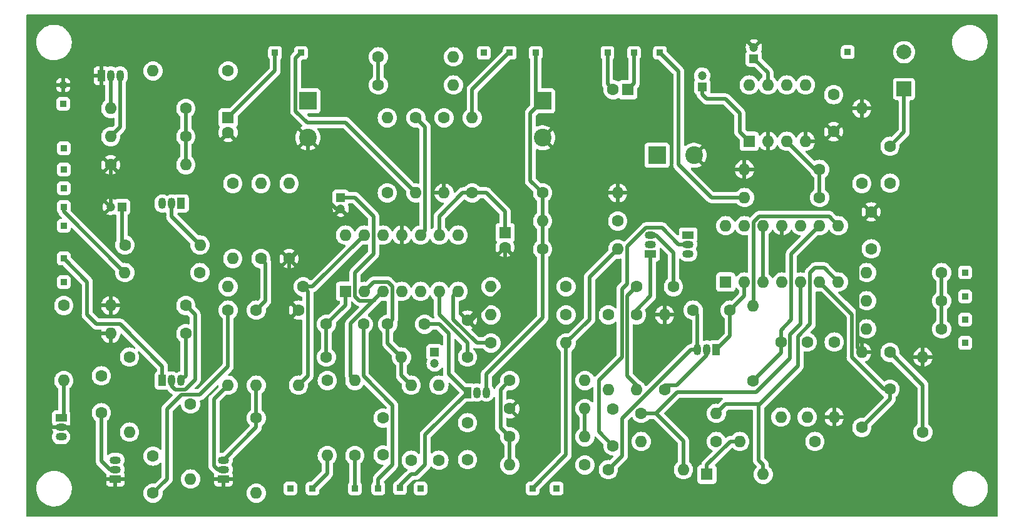
<source format=gbr>
%TF.GenerationSoftware,KiCad,Pcbnew,7.0.8*%
%TF.CreationDate,2023-10-11T21:35:00+02:00*%
%TF.ProjectId,Noise Toaster PCB,4e6f6973-6520-4546-9f61-737465722050,0.5*%
%TF.SameCoordinates,PX51719c0PY79698b0*%
%TF.FileFunction,Copper,L2,Bot*%
%TF.FilePolarity,Positive*%
%FSLAX46Y46*%
G04 Gerber Fmt 4.6, Leading zero omitted, Abs format (unit mm)*
G04 Created by KiCad (PCBNEW 7.0.8) date 2023-10-11 21:35:00*
%MOMM*%
%LPD*%
G01*
G04 APERTURE LIST*
%TA.AperFunction,ComponentPad*%
%ADD10C,1.600000*%
%TD*%
%TA.AperFunction,ComponentPad*%
%ADD11R,0.850000X0.850000*%
%TD*%
%TA.AperFunction,ComponentPad*%
%ADD12O,1.600000X1.600000*%
%TD*%
%TA.AperFunction,ComponentPad*%
%ADD13R,1.200000X1.200000*%
%TD*%
%TA.AperFunction,ComponentPad*%
%ADD14C,1.200000*%
%TD*%
%TA.AperFunction,ComponentPad*%
%ADD15R,1.600000X1.600000*%
%TD*%
%TA.AperFunction,ComponentPad*%
%ADD16R,2.400000X2.400000*%
%TD*%
%TA.AperFunction,ComponentPad*%
%ADD17C,2.400000*%
%TD*%
%TA.AperFunction,ComponentPad*%
%ADD18R,1.050000X1.500000*%
%TD*%
%TA.AperFunction,ComponentPad*%
%ADD19O,1.050000X1.500000*%
%TD*%
%TA.AperFunction,ComponentPad*%
%ADD20R,1.500000X1.050000*%
%TD*%
%TA.AperFunction,ComponentPad*%
%ADD21O,1.500000X1.050000*%
%TD*%
%TA.AperFunction,ComponentPad*%
%ADD22R,2.000000X2.000000*%
%TD*%
%TA.AperFunction,ComponentPad*%
%ADD23C,2.000000*%
%TD*%
%TA.AperFunction,Conductor*%
%ADD24C,0.500000*%
%TD*%
G04 APERTURE END LIST*
D10*
%TO.P,C8,1*%
%TO.N,/Front Panel/X8*%
X60015000Y13010000D03*
%TO.P,C8,2*%
%TO.N,Net-(C8-Pad2)*%
X60015000Y8010000D03*
%TD*%
D11*
%TO.P,X16,1,Pin_1*%
%TO.N,/Front Panel/B*%
X37480000Y63080000D03*
%TD*%
D10*
%TO.P,R52,1*%
%TO.N,Net-(C18-Pad1)*%
X13680000Y37065000D03*
D12*
%TO.P,R52,2*%
%TO.N,Net-(Q9-G)*%
X23840000Y37065000D03*
%TD*%
D11*
%TO.P,GND1,1,Pin_1*%
%TO.N,GND*%
X69230000Y63080000D03*
%TD*%
%TO.P,X10,1,Pin_1*%
%TO.N,/Front Panel/X10*%
X47950000Y4120000D03*
%TD*%
%TO.P,X5,1,Pin_1*%
%TO.N,/Front Panel/X5*%
X127325000Y26985000D03*
%TD*%
D10*
%TO.P,R25,1*%
%TO.N,Net-(C7-Pad2)*%
X27630000Y28250000D03*
D12*
%TO.P,R25,2*%
%TO.N,Net-(Q6-B)*%
X27630000Y18090000D03*
%TD*%
D13*
%TO.P,C25,1*%
%TO.N,Net-(U3-BYPASS)*%
X98750000Y62310000D03*
D14*
%TO.P,C25,2*%
%TO.N,B-*%
X98750000Y63810000D03*
%TD*%
D11*
%TO.P,X13,1,Pin_1*%
%TO.N,/Front Panel/X12*%
X5405000Y32060000D03*
%TD*%
D15*
%TO.P,U3,1,GAIN*%
%TO.N,Net-(C27-Pad1)*%
X98115000Y51110000D03*
D12*
%TO.P,U3,2,-*%
%TO.N,B-*%
X100655000Y51110000D03*
%TO.P,U3,3,+*%
%TO.N,Net-(U3-+)*%
X103195000Y51110000D03*
%TO.P,U3,4,GND*%
%TO.N,B-*%
X105735000Y51110000D03*
%TO.P,U3,5*%
%TO.N,Net-(C22-Pad1)*%
X105735000Y58730000D03*
%TO.P,U3,6,V+*%
%TO.N,B+*%
X103195000Y58730000D03*
%TO.P,U3,7,BYPASS*%
%TO.N,Net-(U3-BYPASS)*%
X100655000Y58730000D03*
%TO.P,U3,8,GAIN*%
%TO.N,Net-(C27-Pad2)*%
X98115000Y58730000D03*
%TD*%
D10*
%TO.P,R34,1*%
%TO.N,Net-(C12-Pad2)*%
X52395000Y7930000D03*
D12*
%TO.P,R34,2*%
%TO.N,Net-(U2A--)*%
X52395000Y18090000D03*
%TD*%
D16*
%TO.P,C23,1*%
%TO.N,B+*%
X85657272Y49205000D03*
D17*
%TO.P,C23,2*%
%TO.N,B-*%
X90657272Y49205000D03*
%TD*%
D18*
%TO.P,Q10,1,E*%
%TO.N,B-*%
X10485000Y60000000D03*
D19*
%TO.P,Q10,2,B*%
%TO.N,Net-(Q10-B)*%
X11755000Y60000000D03*
%TO.P,Q10,3,C*%
%TO.N,/Attack Release Envelope Generator/X22*%
X13025000Y60000000D03*
%TD*%
D11*
%TO.P,X14,1,Pin_1*%
%TO.N,/Front Panel/X14*%
X53665000Y4120000D03*
%TD*%
%TO.P,X26,1,Pin_1*%
%TO.N,/Audio Amplifier/X26*%
X111450000Y63175000D03*
%TD*%
D10*
%TO.P,R10,1*%
%TO.N,Net-(Q2-C)*%
X22550000Y15550000D03*
D12*
%TO.P,R10,2*%
%TO.N,Net-(Q2-B)*%
X22550000Y5390000D03*
%TD*%
D11*
%TO.P,X27,1,Pin_1*%
%TO.N,/Audio Amplifier/X27*%
X86050000Y63080000D03*
%TD*%
D18*
%TO.P,Q9,1,D*%
%TO.N,B+*%
X21280000Y42680000D03*
D19*
%TO.P,Q9,2,G*%
%TO.N,Net-(Q9-G)*%
X20010000Y42680000D03*
%TO.P,Q9,3,S*%
%TO.N,/ARG*%
X18740000Y42680000D03*
%TD*%
D10*
%TO.P,R54,1*%
%TO.N,B-*%
X37155000Y28250000D03*
D12*
%TO.P,R54,2*%
%TO.N,/ARG*%
X37155000Y18090000D03*
%TD*%
D10*
%TO.P,R24,1*%
%TO.N,/Front Panel/X6*%
X121610000Y11740000D03*
D12*
%TO.P,R24,2*%
%TO.N,B-*%
X121610000Y21900000D03*
%TD*%
D10*
%TO.P,R22,1*%
%TO.N,/G2*%
X109621200Y23932000D03*
D12*
%TO.P,R22,2*%
%TO.N,B-*%
X109621200Y13772000D03*
%TD*%
D10*
%TO.P,R11,1*%
%TO.N,Net-(U1C--)*%
X98648400Y18699600D03*
D12*
%TO.P,R11,2*%
%TO.N,Net-(Q3-B)*%
X98648400Y28859600D03*
%TD*%
D11*
%TO.P,X1,1,Pin_1*%
%TO.N,/Front Panel/X1*%
X127325000Y33355000D03*
%TD*%
D13*
%TO.P,C14,1*%
%TO.N,GND*%
X42870000Y43490000D03*
D14*
%TO.P,C14,2*%
%TO.N,B-*%
X42870000Y41990000D03*
%TD*%
D10*
%TO.P,R21,1*%
%TO.N,Net-(U1C--)*%
X124150000Y25710000D03*
D12*
%TO.P,R21,2*%
%TO.N,/Front Panel/X5*%
X113990000Y25710000D03*
%TD*%
D10*
%TO.P,R8,1*%
%TO.N,B+*%
X5405000Y28885000D03*
D12*
%TO.P,R8,2*%
%TO.N,Net-(Q5-E)*%
X5405000Y18725000D03*
%TD*%
D10*
%TO.P,R31,1*%
%TO.N,Net-(R31-Pad1)*%
X63190000Y23805000D03*
D12*
%TO.P,R31,2*%
%TO.N,/SQR*%
X73350000Y23805000D03*
%TD*%
D15*
%TO.P,C19,1*%
%TO.N,/Front Panel/X20*%
X27630000Y54285000D03*
D10*
%TO.P,C19,2*%
%TO.N,B-*%
X27630000Y52285000D03*
%TD*%
D11*
%TO.P,X+,1,Pin_1*%
%TO.N,B+*%
X5330000Y56190000D03*
%TD*%
%TO.P,X7,1,Pin_1*%
%TO.N,/SQR*%
X68830000Y4120000D03*
%TD*%
%TO.P,X8,1,Pin_1*%
%TO.N,/Front Panel/X8*%
X44775000Y4125000D03*
%TD*%
%TO.P,X15,1,Pin_1*%
%TO.N,/Front Panel/X15*%
X65730000Y63080000D03*
%TD*%
D10*
%TO.P,R35,1*%
%TO.N,/FO*%
X40925000Y21900000D03*
D12*
%TO.P,R35,2*%
%TO.N,Net-(U2A--)*%
X51085000Y21900000D03*
%TD*%
D15*
%TO.P,C21,1*%
%TO.N,/Audio Amplifier/X25*%
X81700000Y58095000D03*
D10*
%TO.P,C21,2*%
%TO.N,/Audio Amplifier/X24*%
X79700000Y58095000D03*
%TD*%
%TO.P,R70,1*%
%TO.N,Net-(C26-Pad1)*%
X47950000Y58730000D03*
D12*
%TO.P,R70,2*%
%TO.N,B+*%
X58110000Y58730000D03*
%TD*%
D10*
%TO.P,R37,1*%
%TO.N,B+*%
X80335000Y40315000D03*
D12*
%TO.P,R37,2*%
%TO.N,GND*%
X70175000Y40315000D03*
%TD*%
D10*
%TO.P,R12,1*%
%TO.N,/RMP*%
X79065000Y6660000D03*
D12*
%TO.P,R12,2*%
%TO.N,Net-(U1B-+)*%
X89225000Y6660000D03*
%TD*%
D11*
%TO.P,X3,1,Pin_1*%
%TO.N,/RMP*%
X72080000Y4120000D03*
%TD*%
D16*
%TO.P,C26,1*%
%TO.N,Net-(C26-Pad1)*%
X38425000Y56582728D03*
D17*
%TO.P,C26,2*%
%TO.N,B-*%
X38425000Y51582728D03*
%TD*%
D11*
%TO.P,X22,1,Pin_1*%
%TO.N,/Attack Release Envelope Generator/X22*%
X5430000Y50180000D03*
%TD*%
D10*
%TO.P,C5,1*%
%TO.N,/G2*%
X114625000Y36545000D03*
%TO.P,C5,2*%
%TO.N,B-*%
X114625000Y41545000D03*
%TD*%
D15*
%TO.P,U1,1*%
%TO.N,/RMP*%
X94940000Y32060000D03*
D12*
%TO.P,U1,2,-*%
%TO.N,/AA*%
X97480000Y32060000D03*
%TO.P,U1,3,+*%
%TO.N,/G2*%
X100020000Y32060000D03*
%TO.P,U1,4,V+*%
%TO.N,B+*%
X102560000Y32060000D03*
%TO.P,U1,5,+*%
%TO.N,Net-(U1B-+)*%
X105100000Y32060000D03*
%TO.P,U1,6,-*%
%TO.N,Net-(U1B--)*%
X107640000Y32060000D03*
%TO.P,U1,7*%
%TO.N,Net-(D1-A)*%
X110180000Y32060000D03*
%TO.P,U1,8*%
%TO.N,Net-(Q3-B)*%
X110180000Y39680000D03*
%TO.P,U1,9,-*%
%TO.N,Net-(U1C--)*%
X107640000Y39680000D03*
%TO.P,U1,10,+*%
%TO.N,/G2*%
X105100000Y39680000D03*
%TO.P,U1,11,V-*%
%TO.N,B-*%
X102560000Y39680000D03*
%TO.P,U1,12,+*%
%TO.N,/G2*%
X100020000Y39680000D03*
%TO.P,U1,13,-*%
%TO.N,Net-(Q3-C)*%
X97480000Y39680000D03*
%TO.P,U1,14*%
%TO.N,Net-(C1-Pad2)*%
X94940000Y39680000D03*
%TD*%
D10*
%TO.P,R19,1*%
%TO.N,/WNS*%
X31440000Y13645000D03*
D12*
%TO.P,R19,2*%
%TO.N,Net-(Q6-B)*%
X31440000Y3485000D03*
%TD*%
D10*
%TO.P,C3,1*%
%TO.N,Net-(Q5-E)*%
X10485000Y19360000D03*
%TO.P,C3,2*%
%TO.N,Net-(Q2-B)*%
X10485000Y14360000D03*
%TD*%
D18*
%TO.P,Q8,1,D*%
%TO.N,/Front Panel/X9*%
X60015000Y17095000D03*
D19*
%TO.P,Q8,2,G*%
%TO.N,Net-(Q8-G)*%
X61285000Y17095000D03*
%TO.P,Q8,3,S*%
%TO.N,GND*%
X62555000Y17095000D03*
%TD*%
D10*
%TO.P,R26,1*%
%TO.N,/RMP*%
X73350000Y27615000D03*
D12*
%TO.P,R26,2*%
%TO.N,Net-(U2B-+)*%
X63190000Y27615000D03*
%TD*%
D10*
%TO.P,C1,1*%
%TO.N,Net-(Q3-C)*%
X87875000Y31425000D03*
%TO.P,C1,2*%
%TO.N,Net-(C1-Pad2)*%
X82875000Y31425000D03*
%TD*%
%TO.P,R14,1*%
%TO.N,Net-(U1C--)*%
X124150000Y29520000D03*
D12*
%TO.P,R14,2*%
%TO.N,/Front Panel/X2*%
X113990000Y29520000D03*
%TD*%
D10*
%TO.P,R47,1*%
%TO.N,/Front Panel/X12*%
X21915000Y25075000D03*
D12*
%TO.P,R47,2*%
%TO.N,B-*%
X11755000Y25075000D03*
%TD*%
D10*
%TO.P,R69,1*%
%TO.N,Net-(C24-Pad2)*%
X113355000Y45395000D03*
D12*
%TO.P,R69,2*%
%TO.N,B-*%
X113355000Y55555000D03*
%TD*%
D10*
%TO.P,R59,1*%
%TO.N,Net-(U2C-+)*%
X56840000Y54285000D03*
D12*
%TO.P,R59,2*%
%TO.N,B-*%
X56840000Y44125000D03*
%TD*%
D10*
%TO.P,R68,1*%
%TO.N,Net-(U3-+)*%
X107640000Y47300000D03*
D12*
%TO.P,R68,2*%
%TO.N,B-*%
X97480000Y47300000D03*
%TD*%
D10*
%TO.P,R57,1*%
%TO.N,/Attack Release Envelope Generator/X21*%
X21915000Y51745000D03*
D12*
%TO.P,R57,2*%
%TO.N,/Attack Release Envelope Generator/X22*%
X11755000Y51745000D03*
%TD*%
D11*
%TO.P,X6,1,Pin_1*%
%TO.N,/Front Panel/X6*%
X127325000Y23805000D03*
%TD*%
D10*
%TO.P,R9,1*%
%TO.N,B+*%
X14295000Y21900000D03*
D12*
%TO.P,R9,2*%
%TO.N,Net-(Q2-C)*%
X14295000Y11740000D03*
%TD*%
D11*
%TO.P,X20,1,Pin_1*%
%TO.N,/Front Panel/X20*%
X33980000Y63080000D03*
%TD*%
D10*
%TO.P,R62,1*%
%TO.N,/Attack Release Envelope Generator/X21*%
X21915000Y55555000D03*
D12*
%TO.P,R62,2*%
%TO.N,Net-(Q10-B)*%
X11755000Y55555000D03*
%TD*%
D20*
%TO.P,Q5,1,E*%
%TO.N,Net-(Q5-E)*%
X5045000Y13645000D03*
D21*
%TO.P,Q5,2,B*%
%TO.N,B-*%
X5045000Y12375000D03*
%TO.P,Q5,3,C*%
%TO.N,unconnected-(Q5-C-Pad3)*%
X5045000Y11105000D03*
%TD*%
D10*
%TO.P,R17,1*%
%TO.N,Net-(U1B--)*%
X93670000Y10470000D03*
D12*
%TO.P,R17,2*%
%TO.N,B+*%
X83510000Y10470000D03*
%TD*%
D10*
%TO.P,R58,1*%
%TO.N,Net-(U2D-+)*%
X28265000Y45395000D03*
D12*
%TO.P,R58,2*%
%TO.N,/Attack Release Envelope Generator/X19*%
X28265000Y35235000D03*
%TD*%
D15*
%TO.P,C16,1*%
%TO.N,Net-(U2C--)*%
X65095000Y38730112D03*
D10*
%TO.P,C16,2*%
%TO.N,B-*%
X65095000Y36730112D03*
%TD*%
%TO.P,C24,1*%
%TO.N,Net-(C22-Pad1)*%
X117165000Y50435000D03*
%TO.P,C24,2*%
%TO.N,Net-(C24-Pad2)*%
X117165000Y45435000D03*
%TD*%
D11*
%TO.P,X17,1,Pin_1*%
%TO.N,/Attack Release Envelope Generator/X17*%
X5405000Y42220000D03*
%TD*%
D10*
%TO.P,R32,1*%
%TO.N,GND*%
X70175000Y36505000D03*
D12*
%TO.P,R32,2*%
%TO.N,/SQR*%
X80335000Y36505000D03*
%TD*%
D18*
%TO.P,Q1,1,D*%
%TO.N,/AA*%
X93670000Y22895000D03*
D19*
%TO.P,Q1,2,G*%
%TO.N,Net-(Q1-G)*%
X92400000Y22895000D03*
%TO.P,Q1,3,S*%
%TO.N,/RMP*%
X91130000Y22895000D03*
%TD*%
D10*
%TO.P,R3,1*%
%TO.N,Net-(U1C--)*%
X102407600Y23932000D03*
D12*
%TO.P,R3,2*%
%TO.N,B+*%
X102407600Y13772000D03*
%TD*%
D22*
%TO.P,C22,1*%
%TO.N,Net-(C22-Pad1)*%
X119070000Y58175000D03*
D23*
%TO.P,C22,2*%
%TO.N,/Audio Amplifier/X26*%
X119070000Y63175000D03*
%TD*%
D10*
%TO.P,R42,1*%
%TO.N,GND*%
X70175000Y44125000D03*
D12*
%TO.P,R42,2*%
%TO.N,B-*%
X80335000Y44125000D03*
%TD*%
D13*
%TO.P,C13,1*%
%TO.N,B+*%
X55570000Y22535000D03*
D14*
%TO.P,C13,2*%
%TO.N,GND*%
X55570000Y21035000D03*
%TD*%
D15*
%TO.P,U2,1*%
%TO.N,/FO*%
X43505000Y30790000D03*
D12*
%TO.P,U2,2,-*%
%TO.N,Net-(U2A--)*%
X46045000Y30790000D03*
%TO.P,U2,3,+*%
%TO.N,GND*%
X48585000Y30790000D03*
%TO.P,U2,4,V+*%
%TO.N,B+*%
X51125000Y30790000D03*
%TO.P,U2,5,+*%
%TO.N,Net-(U2B-+)*%
X53665000Y30790000D03*
%TO.P,U2,6,-*%
%TO.N,Net-(U2B--)*%
X56205000Y30790000D03*
%TO.P,U2,7*%
%TO.N,Net-(R31-Pad1)*%
X58745000Y30790000D03*
%TO.P,U2,8*%
%TO.N,/Front Panel/B*%
X58745000Y38410000D03*
%TO.P,U2,9,-*%
%TO.N,Net-(U2C--)*%
X56205000Y38410000D03*
%TO.P,U2,10,+*%
%TO.N,Net-(U2C-+)*%
X53665000Y38410000D03*
%TO.P,U2,11,V-*%
%TO.N,B-*%
X51125000Y38410000D03*
%TO.P,U2,12,+*%
%TO.N,Net-(U2D-+)*%
X48585000Y38410000D03*
%TO.P,U2,13,-*%
%TO.N,/ARG*%
X46045000Y38410000D03*
%TO.P,U2,14*%
%TO.N,/Attack Release Envelope Generator/X19*%
X43505000Y38410000D03*
%TD*%
D10*
%TO.P,R30,1*%
%TO.N,/RMP*%
X73350000Y31425000D03*
D12*
%TO.P,R30,2*%
%TO.N,Net-(U2B--)*%
X63190000Y31425000D03*
%TD*%
D10*
%TO.P,C11,1*%
%TO.N,B-*%
X60015000Y26900000D03*
%TO.P,C11,2*%
%TO.N,Net-(U2B--)*%
X60015000Y21900000D03*
%TD*%
D16*
%TO.P,C15,1*%
%TO.N,GND*%
X70175000Y56582728D03*
D17*
%TO.P,C15,2*%
%TO.N,B-*%
X70175000Y51582728D03*
%TD*%
D11*
%TO.P,X21,1,Pin_1*%
%TO.N,/Attack Release Envelope Generator/X21*%
X5405000Y47300000D03*
%TD*%
D10*
%TO.P,C12,1*%
%TO.N,/Front Panel/X11*%
X48585000Y13645000D03*
%TO.P,C12,2*%
%TO.N,Net-(C12-Pad2)*%
X48585000Y8645000D03*
%TD*%
%TO.P,R7,1*%
%TO.N,Net-(U1B-+)*%
X83510000Y14280000D03*
D12*
%TO.P,R7,2*%
%TO.N,Net-(D1-A)*%
X93670000Y14280000D03*
%TD*%
D15*
%TO.P,D1,1,K*%
%TO.N,Net-(D1-K)*%
X92400000Y6025000D03*
D12*
%TO.P,D1,2,A*%
%TO.N,Net-(D1-A)*%
X100020000Y6025000D03*
%TD*%
D11*
%TO.P,X19,1,Pin_1*%
%TO.N,/Attack Release Envelope Generator/X19*%
X5405000Y44760000D03*
%TD*%
%TO.P,X9,1,Pin_1*%
%TO.N,/Front Panel/X9*%
X50880000Y4150000D03*
%TD*%
D10*
%TO.P,R5,1*%
%TO.N,Net-(Q1-G)*%
X86685000Y17455000D03*
D12*
%TO.P,R5,2*%
%TO.N,B-*%
X86685000Y27615000D03*
%TD*%
D10*
%TO.P,R18,1*%
%TO.N,Net-(U1B--)*%
X113355000Y12375000D03*
D12*
%TO.P,R18,2*%
%TO.N,B-*%
X113355000Y22535000D03*
%TD*%
D10*
%TO.P,R40,1*%
%TO.N,Net-(R39-Pad2)*%
X65730000Y11105000D03*
D12*
%TO.P,R40,2*%
%TO.N,Net-(Q8-G)*%
X75890000Y11105000D03*
%TD*%
D10*
%TO.P,R55,1*%
%TO.N,B+*%
X49160000Y44125000D03*
D12*
%TO.P,R55,2*%
%TO.N,Net-(U2C-+)*%
X49160000Y54285000D03*
%TD*%
D18*
%TO.P,Q7,1,D*%
%TO.N,/FO*%
X18740000Y18725000D03*
D19*
%TO.P,Q7,2,G*%
%TO.N,Net-(Q7-G)*%
X20010000Y18725000D03*
%TO.P,Q7,3,S*%
%TO.N,/Front Panel/X12*%
X21280000Y18725000D03*
%TD*%
D11*
%TO.P,X23,1,Pin_1*%
%TO.N,/Front Panel/X23*%
X62230000Y63080000D03*
%TD*%
D10*
%TO.P,R64,1*%
%TO.N,B-*%
X35885000Y35235000D03*
D12*
%TO.P,R64,2*%
%TO.N,Net-(U2D-+)*%
X35885000Y45395000D03*
%TD*%
D10*
%TO.P,R63,1*%
%TO.N,B+*%
X32075000Y35235000D03*
D12*
%TO.P,R63,2*%
%TO.N,Net-(U2D-+)*%
X32075000Y45395000D03*
%TD*%
D10*
%TO.P,R48,1*%
%TO.N,Net-(U2C--)*%
X60650000Y44125000D03*
D12*
%TO.P,R48,2*%
%TO.N,/Front Panel/X15*%
X60650000Y54285000D03*
%TD*%
D10*
%TO.P,R61,1*%
%TO.N,B-*%
X11755000Y47935000D03*
D12*
%TO.P,R61,2*%
%TO.N,/Attack Release Envelope Generator/X21*%
X21915000Y47935000D03*
%TD*%
D11*
%TO.P,X18,1,Pin_1*%
%TO.N,/ARG*%
X5405000Y39680000D03*
%TD*%
%TO.P,X4,1,Pin_1*%
%TO.N,/WNS*%
X36060000Y4120000D03*
%TD*%
%TO.P,X-,1,Pin_1*%
%TO.N,B-*%
X5330000Y58730000D03*
%TD*%
D10*
%TO.P,R45,1*%
%TO.N,B-*%
X65730000Y14915000D03*
D12*
%TO.P,R45,2*%
%TO.N,Net-(Q8-G)*%
X75890000Y14915000D03*
%TD*%
D10*
%TO.P,C10,1*%
%TO.N,/Front Panel/X10*%
X45925000Y26345000D03*
%TO.P,C10,2*%
%TO.N,/FO*%
X40925000Y26345000D03*
%TD*%
D13*
%TO.P,C27,1*%
%TO.N,Net-(C27-Pad1)*%
X91765000Y58500000D03*
D14*
%TO.P,C27,2*%
%TO.N,Net-(C27-Pad2)*%
X91765000Y60000000D03*
%TD*%
D10*
%TO.P,C7,1*%
%TO.N,Net-(Q2-C)*%
X17470000Y8485000D03*
%TO.P,C7,2*%
%TO.N,Net-(C7-Pad2)*%
X17470000Y3485000D03*
%TD*%
D11*
%TO.P,X12,1,Pin_1*%
%TO.N,/FO*%
X5405000Y35235000D03*
%TD*%
D20*
%TO.P,Q2,1,E*%
%TO.N,B-*%
X12390000Y5390000D03*
D21*
%TO.P,Q2,2,B*%
%TO.N,Net-(Q2-B)*%
X12390000Y6660000D03*
%TO.P,Q2,3,C*%
%TO.N,Net-(Q2-C)*%
X12390000Y7930000D03*
%TD*%
D10*
%TO.P,C4,1*%
%TO.N,/G2*%
X79700000Y9875000D03*
%TO.P,C4,2*%
%TO.N,B+*%
X79700000Y14875000D03*
%TD*%
%TO.P,R60,1*%
%TO.N,Net-(U2C-+)*%
X53030000Y54285000D03*
D12*
%TO.P,R60,2*%
%TO.N,/Front Panel/B*%
X53030000Y44125000D03*
%TD*%
D13*
%TO.P,C18,1*%
%TO.N,Net-(C18-Pad1)*%
X13255000Y42220000D03*
D14*
%TO.P,C18,2*%
%TO.N,B-*%
X11755000Y42220000D03*
%TD*%
D10*
%TO.P,R50,1*%
%TO.N,Net-(C18-Pad1)*%
X23820000Y33330000D03*
D12*
%TO.P,R50,2*%
%TO.N,/Attack Release Envelope Generator/X17*%
X13660000Y33330000D03*
%TD*%
D11*
%TO.P,X25,1,Pin_1*%
%TO.N,/Audio Amplifier/X25*%
X82550000Y63080000D03*
%TD*%
D10*
%TO.P,R2,1*%
%TO.N,Net-(U1C--)*%
X124150000Y33330000D03*
D12*
%TO.P,R2,2*%
%TO.N,/Front Panel/X1*%
X113990000Y33330000D03*
%TD*%
D20*
%TO.P,Q4,1,E*%
%TO.N,Net-(Q3-E)*%
X89860000Y38410000D03*
D21*
%TO.P,Q4,2,B*%
%TO.N,/G2*%
X89860000Y37140000D03*
%TO.P,Q4,3,C*%
%TO.N,/AA*%
X89860000Y35870000D03*
%TD*%
D10*
%TO.P,C20,1*%
%TO.N,B-*%
X109545000Y52420000D03*
%TO.P,C20,2*%
%TO.N,B+*%
X109545000Y57420000D03*
%TD*%
%TO.P,R27,1*%
%TO.N,/Front Panel/X8*%
X44775000Y8565000D03*
D12*
%TO.P,R27,2*%
%TO.N,GND*%
X44775000Y18725000D03*
%TD*%
D10*
%TO.P,C9,1*%
%TO.N,/Front Panel/X9*%
X54220000Y26345000D03*
%TO.P,C9,2*%
%TO.N,Net-(U2A--)*%
X49220000Y26345000D03*
%TD*%
%TO.P,R36,1*%
%TO.N,GND*%
X41045000Y18725000D03*
D12*
%TO.P,R36,2*%
%TO.N,/Front Panel/X11*%
X41045000Y8565000D03*
%TD*%
D11*
%TO.P,X24,1,Pin_1*%
%TO.N,/Audio Amplifier/X24*%
X78950000Y63080000D03*
%TD*%
D10*
%TO.P,R65,1*%
%TO.N,Net-(C26-Pad1)*%
X47950000Y62540000D03*
D12*
%TO.P,R65,2*%
%TO.N,/Front Panel/X23*%
X58110000Y62540000D03*
%TD*%
D20*
%TO.P,Q6,1,E*%
%TO.N,B-*%
X26995000Y5390000D03*
D21*
%TO.P,Q6,2,B*%
%TO.N,Net-(Q6-B)*%
X26995000Y6660000D03*
%TO.P,Q6,3,C*%
%TO.N,/WNS*%
X26995000Y7930000D03*
%TD*%
D10*
%TO.P,C6,1*%
%TO.N,/Front Panel/X6*%
X117165000Y22535000D03*
%TO.P,C6,2*%
%TO.N,Net-(U1B--)*%
X117165000Y17535000D03*
%TD*%
D11*
%TO.P,X11,1,Pin_1*%
%TO.N,/Front Panel/X11*%
X39060000Y4120000D03*
%TD*%
D10*
%TO.P,R67,1*%
%TO.N,Net-(U3-+)*%
X107640000Y43490000D03*
D12*
%TO.P,R67,2*%
%TO.N,/Audio Amplifier/X27*%
X97480000Y43490000D03*
%TD*%
D10*
%TO.P,R56,1*%
%TO.N,/Front Panel/B*%
X27630000Y60635000D03*
D12*
%TO.P,R56,2*%
%TO.N,/Front Panel/X20*%
X17470000Y60635000D03*
%TD*%
D10*
%TO.P,R23,1*%
%TO.N,/G2*%
X105963600Y23932000D03*
D12*
%TO.P,R23,2*%
%TO.N,B+*%
X105963600Y13772000D03*
%TD*%
D10*
%TO.P,R44,1*%
%TO.N,Net-(R39-Pad2)*%
X65730000Y18725000D03*
D12*
%TO.P,R44,2*%
%TO.N,B+*%
X75890000Y18725000D03*
%TD*%
D10*
%TO.P,R39,1*%
%TO.N,/Front Panel/X14*%
X75890000Y7295000D03*
D12*
%TO.P,R39,2*%
%TO.N,Net-(R39-Pad2)*%
X65730000Y7295000D03*
%TD*%
D20*
%TO.P,Q3,1,E*%
%TO.N,Net-(Q3-E)*%
X84780000Y35870000D03*
D21*
%TO.P,Q3,2,B*%
%TO.N,Net-(Q3-B)*%
X84780000Y37140000D03*
%TO.P,Q3,3,C*%
%TO.N,Net-(Q3-C)*%
X84780000Y38410000D03*
%TD*%
D10*
%TO.P,R4,1*%
%TO.N,Net-(Q3-E)*%
X82875000Y27615000D03*
D12*
%TO.P,R4,2*%
%TO.N,Net-(C1-Pad2)*%
X82875000Y17455000D03*
%TD*%
D10*
%TO.P,C2,1*%
%TO.N,/AA*%
X95535000Y28250000D03*
%TO.P,C2,2*%
%TO.N,/RMP*%
X90535000Y28250000D03*
%TD*%
%TO.P,R6,1*%
%TO.N,Net-(Q1-G)*%
X107005000Y10470000D03*
D12*
%TO.P,R6,2*%
%TO.N,Net-(D1-K)*%
X96845000Y10470000D03*
%TD*%
D10*
%TO.P,R16,1*%
%TO.N,Net-(Q3-C)*%
X79065000Y27615000D03*
D12*
%TO.P,R16,2*%
%TO.N,B+*%
X79065000Y17455000D03*
%TD*%
D11*
%TO.P,X2,1,Pin_1*%
%TO.N,/Front Panel/X2*%
X127325000Y30085000D03*
%TD*%
D10*
%TO.P,R41,1*%
%TO.N,/ARG*%
X37790000Y31425000D03*
D12*
%TO.P,R41,2*%
%TO.N,Net-(Q7-G)*%
X27630000Y31425000D03*
%TD*%
D10*
%TO.P,R33,1*%
%TO.N,Net-(C8-Pad2)*%
X56150000Y7930000D03*
D12*
%TO.P,R33,2*%
%TO.N,Net-(U2A--)*%
X56150000Y18090000D03*
%TD*%
D10*
%TO.P,R46,1*%
%TO.N,Net-(Q7-G)*%
X21915000Y28885000D03*
D12*
%TO.P,R46,2*%
%TO.N,B-*%
X11755000Y28885000D03*
%TD*%
D10*
%TO.P,R15,1*%
%TO.N,B+*%
X31440000Y28250000D03*
D12*
%TO.P,R15,2*%
%TO.N,/WNS*%
X31440000Y18090000D03*
%TD*%
D24*
%TO.N,Net-(Q3-C)*%
X84780000Y38410000D02*
X85526325Y38410000D01*
X87875000Y36061325D02*
X87875000Y31425000D01*
X85526325Y38410000D02*
X87875000Y36061325D01*
%TO.N,Net-(C1-Pad2)*%
X81625000Y19340000D02*
X82875000Y18090000D01*
X81625000Y30175000D02*
X81625000Y19340000D01*
X82875000Y31425000D02*
X81625000Y30175000D01*
%TO.N,/AA*%
X97480000Y32060000D02*
X97480000Y30195000D01*
X95535000Y24760000D02*
X93670000Y22895000D01*
X97480000Y30195000D02*
X95535000Y28250000D01*
X95535000Y28250000D02*
X95535000Y24760000D01*
%TO.N,/RMP*%
X91130000Y22895000D02*
X91130000Y27655000D01*
X91130000Y27655000D02*
X90535000Y28250000D01*
X90220000Y22895000D02*
X80950000Y13625000D01*
X91130000Y22895000D02*
X90220000Y22895000D01*
X80950000Y8545000D02*
X79065000Y6660000D01*
X80950000Y13625000D02*
X80950000Y8545000D01*
%TO.N,Net-(Q5-E)*%
X5405000Y18725000D02*
X5405000Y14005000D01*
X5405000Y14005000D02*
X5045000Y13645000D01*
%TO.N,Net-(Q2-B)*%
X11643675Y6660000D02*
X12390000Y6660000D01*
X10485000Y14360000D02*
X10485000Y7818675D01*
X10485000Y7818675D02*
X11643675Y6660000D01*
%TO.N,/G2*%
X88590000Y37140000D02*
X89860000Y37140000D01*
X81625000Y31799950D02*
X81625000Y36858426D01*
X81625000Y36858426D02*
X84151574Y39385000D01*
X79700000Y9875000D02*
X77795000Y11780000D01*
X86345000Y39385000D02*
X88590000Y37140000D01*
X84151574Y39385000D02*
X86345000Y39385000D01*
X80925000Y21855000D02*
X80925000Y31099950D01*
X100020000Y39680000D02*
X100020000Y32060000D01*
X80925000Y31099950D02*
X81625000Y31799950D01*
X77795000Y18725000D02*
X80925000Y21855000D01*
X77795000Y11780000D02*
X77795000Y18725000D01*
%TO.N,B+*%
X32710000Y34600000D02*
X32710000Y29520000D01*
X32075000Y35235000D02*
X32710000Y34600000D01*
X32710000Y29520000D02*
X31440000Y28250000D01*
%TO.N,B-*%
X97480000Y47935000D02*
X97480000Y47300000D01*
X60015000Y26900000D02*
X60570000Y26900000D01*
X98750000Y63810000D02*
X98413604Y63810000D01*
X11755000Y42220000D02*
X11755000Y47935000D01*
X36115000Y35235000D02*
X35885000Y35235000D01*
X38425000Y45835000D02*
X42270000Y41990000D01*
X112740000Y23150000D02*
X113355000Y22535000D01*
X8580000Y7930000D02*
X11120000Y5390000D01*
X35885000Y29520000D02*
X37155000Y28250000D01*
X5791325Y12375000D02*
X8580000Y9586325D01*
X60570000Y26900000D02*
X65095000Y31425000D01*
X8580000Y9586325D02*
X8580000Y7930000D01*
X114625000Y41545000D02*
X112740000Y39660000D01*
X11120000Y5390000D02*
X12390000Y5390000D01*
X38425000Y51582728D02*
X38425000Y45835000D01*
X42870000Y41990000D02*
X36115000Y35235000D01*
X5045000Y12375000D02*
X5791325Y12375000D01*
X112740000Y39660000D02*
X112740000Y23150000D01*
X35885000Y35235000D02*
X35885000Y29520000D01*
X42270000Y41990000D02*
X42870000Y41990000D01*
X65095000Y31425000D02*
X65095000Y36730112D01*
%TO.N,/Front Panel/X6*%
X121610000Y18090000D02*
X121610000Y11740000D01*
X117165000Y22535000D02*
X121610000Y18090000D01*
%TO.N,Net-(U1B--)*%
X116365000Y17535000D02*
X117165000Y17535000D01*
X117165000Y17535000D02*
X117165000Y16185000D01*
X112040000Y27660000D02*
X112040000Y21860000D01*
X117165000Y16185000D02*
X113355000Y12375000D01*
X112040000Y21860000D02*
X116365000Y17535000D01*
X107640000Y32060000D02*
X112040000Y27660000D01*
%TO.N,Net-(C7-Pad2)*%
X21332173Y16800000D02*
X19375000Y14842827D01*
X23800000Y16800000D02*
X21332173Y16800000D01*
X19375000Y14842827D02*
X19375000Y5390000D01*
X27630000Y28250000D02*
X27630000Y20630000D01*
X19375000Y5390000D02*
X17470000Y3485000D01*
X27630000Y20630000D02*
X23800000Y16800000D01*
%TO.N,/Front Panel/X8*%
X44775000Y8565000D02*
X44775000Y4125000D01*
%TO.N,/Front Panel/X9*%
X54220000Y26345000D02*
X56205000Y26345000D01*
X54300000Y11380000D02*
X54300000Y7295000D01*
X54300000Y7295000D02*
X53030000Y6025000D01*
X52395000Y6025000D02*
X50880000Y4510000D01*
X56205000Y26345000D02*
X57475000Y25075000D01*
X57475000Y25075000D02*
X57475000Y19635000D01*
X57475000Y19635000D02*
X60015000Y17095000D01*
X60015000Y17095000D02*
X54300000Y11380000D01*
X53030000Y6025000D02*
X52395000Y6025000D01*
X50880000Y4510000D02*
X50880000Y4150000D01*
%TO.N,Net-(U2A--)*%
X49835000Y31445000D02*
X49240000Y32040000D01*
X49220000Y23765000D02*
X51085000Y21900000D01*
X49220000Y26345000D02*
X49835000Y26960000D01*
X49835000Y26960000D02*
X49835000Y31445000D01*
X49240000Y32040000D02*
X47295000Y32040000D01*
X47295000Y32040000D02*
X46045000Y30790000D01*
X51085000Y19400000D02*
X52395000Y18090000D01*
X49220000Y26345000D02*
X49220000Y23765000D01*
X51085000Y21900000D02*
X51085000Y19400000D01*
%TO.N,/Front Panel/X10*%
X45925000Y19335654D02*
X49855000Y15405654D01*
X49855000Y15405654D02*
X49855000Y7295000D01*
X49855000Y7295000D02*
X47950000Y5390000D01*
X47950000Y5390000D02*
X47950000Y4120000D01*
X45925000Y26345000D02*
X45925000Y19335654D01*
%TO.N,/FO*%
X18740000Y20630000D02*
X18740000Y18725000D01*
X8580000Y27615000D02*
X9850000Y26345000D01*
X8580000Y32060000D02*
X8580000Y27615000D01*
X43505000Y28925000D02*
X40925000Y26345000D01*
X43505000Y30790000D02*
X43505000Y28925000D01*
X40925000Y26345000D02*
X40925000Y21900000D01*
X9850000Y26345000D02*
X13025000Y26345000D01*
X13025000Y26345000D02*
X18740000Y20630000D01*
X5405000Y35235000D02*
X8580000Y32060000D01*
%TO.N,Net-(U2B--)*%
X56205000Y30790000D02*
X56205000Y27615000D01*
X56205000Y27615000D02*
X60015000Y23805000D01*
X60015000Y23805000D02*
X60015000Y21900000D01*
%TO.N,/Front Panel/X11*%
X41045000Y8565000D02*
X41045000Y6105000D01*
X41045000Y6105000D02*
X39060000Y4120000D01*
%TO.N,GND*%
X70175000Y44125000D02*
X70175000Y40315000D01*
X44212871Y19287129D02*
X44775000Y18725000D01*
X68525000Y45775000D02*
X70175000Y44125000D01*
X44775000Y43490000D02*
X47315000Y40950000D01*
X69230000Y63080000D02*
X69230000Y57527728D01*
X44795000Y30135000D02*
X45410000Y29520000D01*
X47315000Y35870000D02*
X44795000Y33350000D01*
X70175000Y56582728D02*
X68525000Y54932728D01*
X42870000Y43490000D02*
X44775000Y43490000D01*
X70175000Y36505000D02*
X70175000Y27183776D01*
X70175000Y27183776D02*
X62555000Y19563776D01*
X45410000Y29520000D02*
X47315000Y29520000D01*
X47950000Y30155000D02*
X44212871Y26417871D01*
X47315000Y29520000D02*
X47950000Y30155000D01*
X62555000Y19563776D02*
X62555000Y17095000D01*
X70175000Y36505000D02*
X70175000Y40315000D01*
X68525000Y54932728D02*
X68525000Y45775000D01*
X47315000Y40950000D02*
X47315000Y35870000D01*
X69230000Y57527728D02*
X70175000Y56582728D01*
X44795000Y33350000D02*
X44795000Y30135000D01*
X47950000Y30155000D02*
X48585000Y30790000D01*
X44212871Y26417871D02*
X44212871Y19287129D01*
%TO.N,Net-(U2C--)*%
X65095000Y41585000D02*
X65095000Y38730112D01*
X60650000Y44125000D02*
X62555000Y44125000D01*
X59380000Y44125000D02*
X56205000Y40950000D01*
X60650000Y44125000D02*
X59380000Y44125000D01*
X62555000Y44125000D02*
X65095000Y41585000D01*
X56205000Y40950000D02*
X56205000Y38410000D01*
%TO.N,Net-(C18-Pad1)*%
X13255000Y42220000D02*
X13255000Y37490000D01*
X13255000Y37490000D02*
X13680000Y37065000D01*
%TO.N,/Front Panel/X20*%
X33980000Y63080000D02*
X33980000Y60635000D01*
X33980000Y60635000D02*
X27630000Y54285000D01*
%TO.N,/Audio Amplifier/X25*%
X82550000Y63080000D02*
X82550000Y58945000D01*
X82550000Y58945000D02*
X81700000Y58095000D01*
%TO.N,/Audio Amplifier/X24*%
X78950000Y58845000D02*
X79700000Y58095000D01*
X78950000Y63080000D02*
X78950000Y58845000D01*
%TO.N,Net-(C22-Pad1)*%
X119070000Y52340000D02*
X117165000Y50435000D01*
X119070000Y58175000D02*
X119070000Y52340000D01*
%TO.N,Net-(U3-BYPASS)*%
X98750000Y62310000D02*
X100655000Y60405000D01*
X100655000Y60405000D02*
X100655000Y58730000D01*
%TO.N,Net-(C26-Pad1)*%
X47950000Y62540000D02*
X47950000Y58730000D01*
%TO.N,Net-(C27-Pad1)*%
X94940000Y56825000D02*
X96845000Y54920000D01*
X96845000Y52380000D02*
X98115000Y51110000D01*
X91765000Y57460000D02*
X92400000Y56825000D01*
X91765000Y58500000D02*
X91765000Y57460000D01*
X92400000Y56825000D02*
X94940000Y56825000D01*
X96845000Y54920000D02*
X96845000Y52380000D01*
%TO.N,Net-(D1-K)*%
X96845000Y10470000D02*
X95575000Y10470000D01*
X92400000Y7295000D02*
X92400000Y6025000D01*
X95575000Y10470000D02*
X92400000Y7295000D01*
%TO.N,Net-(D1-A)*%
X99385000Y15342773D02*
X99592227Y15550000D01*
X106370000Y33330000D02*
X106370000Y26345000D01*
X100020000Y6025000D02*
X100020000Y7295000D01*
X99385000Y7930000D02*
X99385000Y15342773D01*
X97259454Y15550000D02*
X94940000Y15550000D01*
X107005000Y33965000D02*
X106370000Y33330000D01*
X94940000Y15550000D02*
X93670000Y14280000D01*
X104713600Y20671373D02*
X99592227Y15550000D01*
X100020000Y7295000D02*
X99385000Y7930000D01*
X106370000Y26345000D02*
X104713600Y24688600D01*
X110180000Y32060000D02*
X108275000Y33965000D01*
X99592227Y15550000D02*
X97259454Y15550000D01*
X108275000Y33965000D02*
X107005000Y33965000D01*
X104713600Y24688600D02*
X104713600Y20671373D01*
%TO.N,Net-(Q1-G)*%
X88341325Y18090000D02*
X86685000Y18090000D01*
X92400000Y22895000D02*
X92400000Y22148675D01*
X92400000Y22148675D02*
X88341325Y18090000D01*
%TO.N,Net-(Q3-E)*%
X84780000Y35870000D02*
X84780000Y30155000D01*
X84780000Y30155000D02*
X82875000Y28250000D01*
%TO.N,Net-(Q3-B)*%
X108930000Y40930000D02*
X99469346Y40930000D01*
X99469346Y40930000D02*
X98730000Y40190654D01*
X110180000Y39680000D02*
X108930000Y40930000D01*
X98730000Y28941200D02*
X98648400Y28859600D01*
X98730000Y40190654D02*
X98730000Y28941200D01*
%TO.N,Net-(Q6-B)*%
X25725000Y7183675D02*
X26248675Y6660000D01*
X27630000Y18090000D02*
X25725000Y16185000D01*
X25725000Y16185000D02*
X25725000Y7183675D01*
X26248675Y6660000D02*
X26995000Y6660000D01*
%TO.N,/WNS*%
X31440000Y12375000D02*
X26995000Y7930000D01*
X31440000Y18090000D02*
X31440000Y13645000D01*
X31440000Y13645000D02*
X31440000Y12375000D01*
%TO.N,Net-(Q7-G)*%
X21915000Y28885000D02*
X23165000Y27635000D01*
X20488675Y17500000D02*
X20010000Y17978675D01*
X21807483Y17500000D02*
X20488675Y17500000D01*
X23165000Y18857517D02*
X21807483Y17500000D01*
X23165000Y27635000D02*
X23165000Y18857517D01*
X20010000Y17978675D02*
X20010000Y18725000D01*
%TO.N,/Front Panel/X12*%
X21915000Y19360000D02*
X21280000Y18725000D01*
X21915000Y25075000D02*
X21915000Y19360000D01*
%TO.N,Net-(Q8-G)*%
X75890000Y14915000D02*
X75890000Y11105000D01*
%TO.N,Net-(Q9-G)*%
X23840000Y37065000D02*
X20010000Y40895000D01*
X20010000Y40895000D02*
X20010000Y42680000D01*
%TO.N,/ARG*%
X39060000Y31425000D02*
X37790000Y31425000D01*
X37790000Y31425000D02*
X38405000Y30810000D01*
X18740000Y42680000D02*
X18740000Y43009966D01*
X38405000Y19340000D02*
X37155000Y18090000D01*
X38405000Y30810000D02*
X38405000Y19340000D01*
X46045000Y38410000D02*
X39060000Y31425000D01*
%TO.N,Net-(Q10-B)*%
X11755000Y60000000D02*
X11755000Y55555000D01*
%TO.N,/Attack Release Envelope Generator/X22*%
X13025000Y53015000D02*
X11755000Y51745000D01*
X13025000Y60000000D02*
X13025000Y53015000D01*
%TO.N,Net-(U1C--)*%
X102407600Y22458800D02*
X98648400Y18699600D01*
X124150000Y33330000D02*
X124150000Y29520000D01*
X102407600Y25557600D02*
X102407600Y23932000D01*
X102407600Y23932000D02*
X102407600Y22458800D01*
X107640000Y39680000D02*
X103810000Y35850000D01*
X124150000Y29520000D02*
X124150000Y25710000D01*
X103810000Y26960000D02*
X102407600Y25557600D01*
X103810000Y35850000D02*
X103810000Y26960000D01*
%TO.N,Net-(U1B-+)*%
X89225000Y10576274D02*
X89225000Y6660000D01*
X85521274Y14280000D02*
X89225000Y10576274D01*
X105100000Y26345000D02*
X103657600Y24902600D01*
X85521274Y14280000D02*
X88378774Y17137500D01*
X88378774Y17137500D02*
X99067500Y17137500D01*
X103657600Y24902600D02*
X103657600Y21727600D01*
X83510000Y14280000D02*
X85521274Y14280000D01*
X103657600Y21727600D02*
X99067500Y17137500D01*
X105100000Y32060000D02*
X105100000Y26345000D01*
%TO.N,Net-(R31-Pad1)*%
X58110000Y26980000D02*
X61285000Y23805000D01*
X61285000Y23805000D02*
X63190000Y23805000D01*
X58110000Y30155000D02*
X58110000Y26980000D01*
X58745000Y30790000D02*
X58110000Y30155000D01*
%TO.N,/SQR*%
X76525000Y32695000D02*
X76525000Y26980000D01*
X80335000Y36505000D02*
X76525000Y32695000D01*
X73350000Y23805000D02*
X73350000Y8640000D01*
X73350000Y8640000D02*
X68830000Y4120000D01*
X76525000Y26980000D02*
X73350000Y23805000D01*
%TO.N,Net-(R39-Pad2)*%
X65730000Y11105000D02*
X65730000Y7295000D01*
X64480000Y12355000D02*
X65730000Y11105000D01*
X64480000Y17475000D02*
X64480000Y12355000D01*
X65730000Y18725000D02*
X64480000Y17475000D01*
%TO.N,/Front Panel/X15*%
X65635000Y63080000D02*
X60650000Y58095000D01*
X60650000Y58095000D02*
X60650000Y54285000D01*
X65730000Y63080000D02*
X65635000Y63080000D01*
%TO.N,/Attack Release Envelope Generator/X17*%
X5405000Y42220000D02*
X5405000Y41585000D01*
X5405000Y41585000D02*
X13660000Y33330000D01*
%TO.N,Net-(U2C-+)*%
X53030000Y54285000D02*
X54280000Y53035000D01*
X54280000Y53035000D02*
X54280000Y39025000D01*
X54280000Y39025000D02*
X53665000Y38410000D01*
%TO.N,/Front Panel/B*%
X37480000Y63080000D02*
X36775000Y62375000D01*
X36775000Y62375000D02*
X36775000Y55196332D01*
X38321332Y53650000D02*
X43505000Y53650000D01*
X43505000Y53650000D02*
X53030000Y44125000D01*
X36775000Y55196332D02*
X38321332Y53650000D01*
%TO.N,/Attack Release Envelope Generator/X21*%
X21915000Y55555000D02*
X21915000Y51745000D01*
X21915000Y51745000D02*
X21915000Y47935000D01*
%TO.N,Net-(U3-+)*%
X103195000Y51110000D02*
X107005000Y47300000D01*
X107640000Y47300000D02*
X107640000Y43490000D01*
X107005000Y47300000D02*
X107640000Y47300000D01*
%TO.N,/Audio Amplifier/X27*%
X88590000Y47935000D02*
X93035000Y43490000D01*
X88590000Y60540000D02*
X88590000Y47935000D01*
X93035000Y43490000D02*
X97480000Y43490000D01*
X86050000Y63080000D02*
X88590000Y60540000D01*
%TD*%
%TA.AperFunction,Conductor*%
%TO.N,B-*%
G36*
X102810000Y38401128D02*
G01*
X103006317Y38453731D01*
X103006326Y38453735D01*
X103212482Y38549866D01*
X103398820Y38680343D01*
X103559657Y38841180D01*
X103690132Y39027516D01*
X103717341Y39085866D01*
X103763513Y39138305D01*
X103830707Y39157458D01*
X103897588Y39137243D01*
X103942105Y39085868D01*
X103953011Y39062480D01*
X103969431Y39027268D01*
X103969432Y39027266D01*
X104099954Y38840859D01*
X104260858Y38679955D01*
X104260861Y38679953D01*
X104447266Y38549432D01*
X104653504Y38453261D01*
X104873308Y38394365D01*
X104994327Y38383778D01*
X105059394Y38358326D01*
X105100372Y38301735D01*
X105104251Y38231973D01*
X105071199Y38172569D01*
X103324358Y36425728D01*
X103310729Y36413949D01*
X103291468Y36399610D01*
X103257898Y36359603D01*
X103254253Y36355624D01*
X103248409Y36349778D01*
X103228059Y36324041D01*
X103178695Y36265211D01*
X103174729Y36259181D01*
X103174682Y36259212D01*
X103170630Y36252853D01*
X103170679Y36252823D01*
X103166889Y36246679D01*
X103134424Y36177059D01*
X103099960Y36108434D01*
X103097488Y36101643D01*
X103097432Y36101664D01*
X103094960Y36094550D01*
X103095015Y36094531D01*
X103092742Y36087673D01*
X103084975Y36050054D01*
X103077207Y36012435D01*
X103075360Y36004640D01*
X103059498Y35937714D01*
X103058661Y35930546D01*
X103058601Y35930553D01*
X103057835Y35923055D01*
X103057895Y35923049D01*
X103057265Y35915860D01*
X103059500Y35839084D01*
X103059500Y33434137D01*
X103039815Y33367098D01*
X102987011Y33321343D01*
X102917853Y33311399D01*
X102903407Y33314362D01*
X102786697Y33345634D01*
X102786693Y33345635D01*
X102786692Y33345635D01*
X102786691Y33345636D01*
X102786686Y33345636D01*
X102560002Y33365468D01*
X102559998Y33365468D01*
X102333313Y33345636D01*
X102333302Y33345634D01*
X102113511Y33286742D01*
X102113502Y33286739D01*
X101907267Y33190569D01*
X101907265Y33190568D01*
X101720858Y33060046D01*
X101559954Y32899142D01*
X101429432Y32712735D01*
X101429431Y32712733D01*
X101402382Y32654725D01*
X101356209Y32602286D01*
X101289016Y32583134D01*
X101222135Y32603350D01*
X101177618Y32654725D01*
X101168037Y32675271D01*
X101150568Y32712734D01*
X101073697Y32822518D01*
X101020048Y32899138D01*
X100940094Y32979092D01*
X100859139Y33060047D01*
X100854373Y33063385D01*
X100823375Y33085090D01*
X100779751Y33139668D01*
X100770500Y33186664D01*
X100770500Y38553338D01*
X100790185Y38620377D01*
X100823379Y38654914D01*
X100859140Y38679954D01*
X101020045Y38840859D01*
X101020047Y38840861D01*
X101150568Y39027266D01*
X101177895Y39085871D01*
X101224064Y39138305D01*
X101291257Y39157458D01*
X101358139Y39137243D01*
X101402657Y39085867D01*
X101429865Y39027518D01*
X101560342Y38841180D01*
X101721179Y38680343D01*
X101907517Y38549866D01*
X102113673Y38453735D01*
X102113682Y38453731D01*
X102309999Y38401128D01*
X102310000Y38401129D01*
X102310000Y39364314D01*
X102321955Y39352359D01*
X102434852Y39294835D01*
X102528519Y39280000D01*
X102591481Y39280000D01*
X102685148Y39294835D01*
X102798045Y39352359D01*
X102810000Y39364314D01*
X102810000Y38401128D01*
G37*
%TD.AperFunction*%
%TA.AperFunction,Conductor*%
G36*
X12054356Y42246359D02*
G01*
X12054132Y42243235D01*
X12053738Y42247491D01*
X12054356Y42246359D01*
G37*
%TD.AperFunction*%
%TA.AperFunction,Conductor*%
G36*
X131713039Y68235315D02*
G01*
X131758794Y68182511D01*
X131770000Y68131000D01*
X131770000Y434000D01*
X131750315Y366961D01*
X131697511Y321206D01*
X131646000Y310000D01*
X449000Y310000D01*
X381961Y329685D01*
X336206Y382489D01*
X325000Y434000D01*
X325000Y4157097D01*
X1675793Y4157097D01*
X1685672Y3849030D01*
X1685672Y3849025D01*
X1685673Y3849022D01*
X1734867Y3544739D01*
X1779137Y3395581D01*
X1822571Y3249237D01*
X1947333Y2967399D01*
X1947337Y2967391D01*
X2107123Y2703807D01*
X2107127Y2703802D01*
X2107133Y2703793D01*
X2299297Y2462826D01*
X2299299Y2462824D01*
X2299303Y2462820D01*
X2299304Y2462819D01*
X2520724Y2248386D01*
X2664010Y2141449D01*
X2767741Y2064032D01*
X2767743Y2064031D01*
X2767747Y2064028D01*
X3036318Y1912772D01*
X3177057Y1855793D01*
X3322018Y1797103D01*
X3322023Y1797102D01*
X3322025Y1797101D01*
X3620179Y1718916D01*
X3925883Y1679500D01*
X3925890Y1679500D01*
X4156980Y1679500D01*
X4255814Y1685846D01*
X4387601Y1694307D01*
X4690151Y1753228D01*
X4982683Y1850356D01*
X4982689Y1850360D01*
X4982693Y1850360D01*
X5237966Y1973293D01*
X5260393Y1984093D01*
X5518720Y2152246D01*
X5753424Y2352052D01*
X5960650Y2580231D01*
X6136996Y2833037D01*
X6279567Y3106317D01*
X6386020Y3395585D01*
X6454609Y3696092D01*
X6484206Y4002902D01*
X6474327Y4310978D01*
X6425133Y4615261D01*
X6337431Y4910756D01*
X6337429Y4910761D01*
X6337428Y4910764D01*
X6212666Y5192602D01*
X6212663Y5192609D01*
X6052877Y5456193D01*
X6052870Y5456201D01*
X6052866Y5456208D01*
X5860702Y5697175D01*
X5860700Y5697177D01*
X5777303Y5777942D01*
X5639276Y5911614D01*
X5497704Y6017272D01*
X5392258Y6095969D01*
X5374184Y6106148D01*
X5123682Y6247228D01*
X5082295Y6263984D01*
X4837981Y6362898D01*
X4670660Y6406774D01*
X4539821Y6441084D01*
X4234117Y6480500D01*
X4003026Y6480500D01*
X4003020Y6480500D01*
X3772406Y6465694D01*
X3772389Y6465692D01*
X3469854Y6406774D01*
X3469849Y6406772D01*
X3177310Y6309642D01*
X3177306Y6309641D01*
X2899613Y6175911D01*
X2899605Y6175906D01*
X2641286Y6007759D01*
X2641276Y6007752D01*
X2406581Y5807954D01*
X2406571Y5807944D01*
X2199354Y5579775D01*
X2199350Y5579771D01*
X2023005Y5326967D01*
X2023003Y5326963D01*
X1880432Y5053681D01*
X1880429Y5053674D01*
X1773981Y4764420D01*
X1773980Y4764415D01*
X1767784Y4737268D01*
X1705391Y4463911D01*
X1675794Y4157098D01*
X1675793Y4157097D01*
X325000Y4157097D01*
X325000Y11105000D01*
X3789538Y11105000D01*
X3809337Y10903969D01*
X3867978Y10710655D01*
X3963198Y10532512D01*
X3963203Y10532505D01*
X4091352Y10376353D01*
X4200016Y10287176D01*
X4247506Y10248202D01*
X4247509Y10248201D01*
X4247511Y10248199D01*
X4425654Y10152979D01*
X4425656Y10152979D01*
X4425659Y10152977D01*
X4618967Y10094338D01*
X4769620Y10079500D01*
X4769623Y10079500D01*
X5320377Y10079500D01*
X5320380Y10079500D01*
X5471033Y10094338D01*
X5664341Y10152977D01*
X5842494Y10248202D01*
X5998647Y10376353D01*
X6126798Y10532506D01*
X6214555Y10696687D01*
X6222021Y10710655D01*
X6222021Y10710656D01*
X6222023Y10710659D01*
X6280662Y10903967D01*
X6300462Y11105000D01*
X6280662Y11306033D01*
X6222023Y11499341D01*
X6222021Y11499344D01*
X6222021Y11499346D01*
X6124348Y11682079D01*
X6110106Y11750482D01*
X6124348Y11798986D01*
X6221557Y11980849D01*
X6265285Y12125000D01*
X5379271Y12125000D01*
X5373191Y12125299D01*
X5337223Y12128842D01*
X5328854Y12129666D01*
X5363278Y12167059D01*
X5413551Y12281670D01*
X5423886Y12406395D01*
X5393163Y12527719D01*
X5333198Y12619501D01*
X5842872Y12619501D01*
X5890726Y12624646D01*
X5897354Y12625000D01*
X6265286Y12625000D01*
X6221322Y12769929D01*
X6220699Y12839796D01*
X6235370Y12869431D01*
X6234544Y12869882D01*
X6238793Y12877665D01*
X6238792Y12877665D01*
X6238796Y12877669D01*
X6289091Y13012517D01*
X6295500Y13072127D01*
X6295499Y14217872D01*
X6289091Y14277483D01*
X6288152Y14280000D01*
X6258315Y14359999D01*
X9179532Y14359999D01*
X9199364Y14133314D01*
X9199366Y14133303D01*
X9258258Y13913512D01*
X9258261Y13913503D01*
X9354431Y13707268D01*
X9354432Y13707266D01*
X9484954Y13520859D01*
X9645859Y13359954D01*
X9681621Y13334914D01*
X9725247Y13280338D01*
X9734500Y13233338D01*
X9734500Y7882381D01*
X9733191Y7864412D01*
X9729710Y7840650D01*
X9732755Y7805859D01*
X9734092Y7790569D01*
X9734264Y7788611D01*
X9734500Y7783205D01*
X9734500Y7774966D01*
X9738306Y7742401D01*
X9745000Y7665884D01*
X9746461Y7658808D01*
X9746403Y7658797D01*
X9748034Y7651438D01*
X9748092Y7651451D01*
X9749757Y7644425D01*
X9776025Y7572251D01*
X9800185Y7499344D01*
X9803236Y7492801D01*
X9803182Y7492777D01*
X9806470Y7485987D01*
X9806521Y7486012D01*
X9809761Y7479562D01*
X9809762Y7479561D01*
X9809763Y7479558D01*
X9848892Y7420065D01*
X9851965Y7415392D01*
X9892287Y7350020D01*
X9896766Y7344356D01*
X9896719Y7344319D01*
X9901482Y7338473D01*
X9901528Y7338511D01*
X9906173Y7332975D01*
X9962017Y7280290D01*
X11067945Y6174362D01*
X11079726Y6160730D01*
X11094064Y6141471D01*
X11103164Y6133835D01*
X11141866Y6075663D01*
X11146747Y6025590D01*
X11140000Y5962845D01*
X11140000Y5640000D01*
X12055729Y5640000D01*
X12061809Y5639701D01*
X12097776Y5636159D01*
X12106145Y5635335D01*
X12071722Y5597941D01*
X12021449Y5483330D01*
X12011114Y5358605D01*
X12041837Y5237281D01*
X12105394Y5140000D01*
X11140000Y5140000D01*
X11140000Y4817156D01*
X11146401Y4757628D01*
X11146403Y4757621D01*
X11196645Y4622914D01*
X11196649Y4622907D01*
X11282809Y4507813D01*
X11282812Y4507810D01*
X11397906Y4421650D01*
X11397913Y4421646D01*
X11532620Y4371404D01*
X11532627Y4371402D01*
X11592155Y4365001D01*
X11592172Y4365000D01*
X12140000Y4365000D01*
X12140000Y5109383D01*
X12209052Y5055637D01*
X12327424Y5015000D01*
X12421073Y5015000D01*
X12513446Y5030414D01*
X12623514Y5089981D01*
X12640000Y5107890D01*
X12640000Y4365000D01*
X13187828Y4365000D01*
X13187844Y4365001D01*
X13247372Y4371402D01*
X13247379Y4371404D01*
X13382086Y4421646D01*
X13382093Y4421650D01*
X13497187Y4507810D01*
X13497190Y4507813D01*
X13583350Y4622907D01*
X13583354Y4622914D01*
X13633596Y4757621D01*
X13633598Y4757628D01*
X13639999Y4817156D01*
X13640000Y4817173D01*
X13640000Y5140000D01*
X12669560Y5140000D01*
X12708278Y5182059D01*
X12758551Y5296670D01*
X12768886Y5421395D01*
X12738163Y5542719D01*
X12677424Y5635687D01*
X12682223Y5636159D01*
X12718191Y5639701D01*
X12724271Y5640000D01*
X13640000Y5640000D01*
X13640000Y5962828D01*
X13639999Y5962845D01*
X13633598Y6022373D01*
X13633596Y6022380D01*
X13583354Y6157087D01*
X13579103Y6164872D01*
X13581287Y6166065D01*
X13561490Y6219138D01*
X13566514Y6263984D01*
X13567020Y6265656D01*
X13567023Y6265659D01*
X13625662Y6458967D01*
X13645462Y6660000D01*
X13625662Y6861033D01*
X13567023Y7054341D01*
X13471798Y7232494D01*
X13471794Y7232498D01*
X13469631Y7236546D01*
X13455389Y7304949D01*
X13469631Y7353454D01*
X13471794Y7357502D01*
X13471798Y7357506D01*
X13567023Y7535659D01*
X13625662Y7728967D01*
X13645462Y7930000D01*
X13625662Y8131033D01*
X13567023Y8324341D01*
X13567021Y8324344D01*
X13567021Y8324346D01*
X13471801Y8502489D01*
X13471799Y8502491D01*
X13471798Y8502494D01*
X13420499Y8565002D01*
X13343647Y8658648D01*
X13187495Y8786797D01*
X13187488Y8786802D01*
X13009345Y8882022D01*
X12816031Y8940663D01*
X12705900Y8951510D01*
X12665380Y8955500D01*
X12114620Y8955500D01*
X12077433Y8951838D01*
X11963968Y8940663D01*
X11770654Y8882022D01*
X11592511Y8786802D01*
X11592505Y8786798D01*
X11438164Y8660134D01*
X11373854Y8632822D01*
X11304987Y8644613D01*
X11253427Y8691766D01*
X11235500Y8755988D01*
X11235500Y11739999D01*
X12989532Y11739999D01*
X13009364Y11513314D01*
X13009366Y11513303D01*
X13068258Y11293512D01*
X13068261Y11293503D01*
X13164431Y11087268D01*
X13164432Y11087266D01*
X13294954Y10900859D01*
X13455858Y10739955D01*
X13455861Y10739953D01*
X13642266Y10609432D01*
X13848504Y10513261D01*
X13848509Y10513260D01*
X13848511Y10513259D01*
X13901415Y10499084D01*
X14068308Y10454365D01*
X14230230Y10440199D01*
X14294998Y10434532D01*
X14295000Y10434532D01*
X14295002Y10434532D01*
X14351673Y10439491D01*
X14521692Y10454365D01*
X14741496Y10513261D01*
X14947734Y10609432D01*
X15134139Y10739953D01*
X15295047Y10900861D01*
X15425568Y11087266D01*
X15521739Y11293504D01*
X15580635Y11513308D01*
X15597634Y11707616D01*
X15600468Y11739999D01*
X15600468Y11740002D01*
X15588671Y11874836D01*
X15580635Y11966692D01*
X15521739Y12186496D01*
X15425568Y12392734D01*
X15327839Y12532307D01*
X15295045Y12579142D01*
X15134141Y12740046D01*
X14947734Y12870568D01*
X14947732Y12870569D01*
X14741497Y12966739D01*
X14741488Y12966742D01*
X14521697Y13025634D01*
X14521693Y13025635D01*
X14521692Y13025635D01*
X14521691Y13025636D01*
X14521686Y13025636D01*
X14295002Y13045468D01*
X14294998Y13045468D01*
X14068313Y13025636D01*
X14068302Y13025634D01*
X13848511Y12966742D01*
X13848502Y12966739D01*
X13642267Y12870569D01*
X13642265Y12870568D01*
X13455858Y12740046D01*
X13294954Y12579142D01*
X13164432Y12392735D01*
X13164431Y12392733D01*
X13068261Y12186498D01*
X13068258Y12186489D01*
X13009366Y11966698D01*
X13009364Y11966687D01*
X12989532Y11740002D01*
X12989532Y11739999D01*
X11235500Y11739999D01*
X11235500Y13233338D01*
X11255185Y13300377D01*
X11288379Y13334914D01*
X11324140Y13359954D01*
X11485045Y13520859D01*
X11485047Y13520861D01*
X11615568Y13707266D01*
X11711739Y13913504D01*
X11770635Y14133308D01*
X11790468Y14360000D01*
X11770635Y14586692D01*
X11711739Y14806496D01*
X11615568Y15012734D01*
X11485047Y15199139D01*
X11485045Y15199142D01*
X11324141Y15360046D01*
X11137734Y15490568D01*
X11137732Y15490569D01*
X10931497Y15586739D01*
X10931488Y15586742D01*
X10711697Y15645634D01*
X10711693Y15645635D01*
X10711692Y15645635D01*
X10711691Y15645636D01*
X10711686Y15645636D01*
X10485002Y15665468D01*
X10484998Y15665468D01*
X10258313Y15645636D01*
X10258302Y15645634D01*
X10038511Y15586742D01*
X10038502Y15586739D01*
X9832267Y15490569D01*
X9832265Y15490568D01*
X9645858Y15360046D01*
X9484954Y15199142D01*
X9354432Y15012735D01*
X9354431Y15012733D01*
X9258261Y14806498D01*
X9258258Y14806489D01*
X9199366Y14586698D01*
X9199364Y14586687D01*
X9179532Y14360002D01*
X9179532Y14359999D01*
X6258315Y14359999D01*
X6238797Y14412329D01*
X6238796Y14412330D01*
X6238796Y14412331D01*
X6180232Y14490562D01*
X6155816Y14556025D01*
X6155500Y14564872D01*
X6155500Y17598338D01*
X6175185Y17665377D01*
X6208379Y17699914D01*
X6236395Y17719531D01*
X6244139Y17724953D01*
X6405047Y17885861D01*
X6535568Y18072266D01*
X6631739Y18278504D01*
X6631740Y18278509D01*
X6631742Y18278513D01*
X6664629Y18401251D01*
X6690635Y18498308D01*
X6708246Y18699602D01*
X6710468Y18724999D01*
X6710468Y18725002D01*
X6698160Y18865681D01*
X6690635Y18951692D01*
X6633279Y19165750D01*
X6631741Y19171489D01*
X6631738Y19171498D01*
X6603282Y19232522D01*
X6543838Y19359999D01*
X9179532Y19359999D01*
X9199364Y19133314D01*
X9199366Y19133303D01*
X9258258Y18913512D01*
X9258261Y18913503D01*
X9354431Y18707268D01*
X9354432Y18707266D01*
X9484954Y18520859D01*
X9645858Y18359955D01*
X9649023Y18357739D01*
X9832266Y18229432D01*
X10038504Y18133261D01*
X10258308Y18074365D01*
X10408773Y18061201D01*
X10484998Y18054532D01*
X10485000Y18054532D01*
X10485002Y18054532D01*
X10541673Y18059491D01*
X10711692Y18074365D01*
X10931496Y18133261D01*
X11137734Y18229432D01*
X11324139Y18359953D01*
X11485047Y18520861D01*
X11615568Y18707266D01*
X11711739Y18913504D01*
X11770635Y19133308D01*
X11790468Y19360000D01*
X11788916Y19377734D01*
X11780395Y19475133D01*
X11770635Y19586692D01*
X11711739Y19806496D01*
X11615568Y20012734D01*
X11485047Y20199139D01*
X11485045Y20199142D01*
X11324141Y20360046D01*
X11137734Y20490568D01*
X11137732Y20490569D01*
X10931497Y20586739D01*
X10931488Y20586742D01*
X10711697Y20645634D01*
X10711693Y20645635D01*
X10711692Y20645635D01*
X10711691Y20645636D01*
X10711686Y20645636D01*
X10485002Y20665468D01*
X10484998Y20665468D01*
X10258313Y20645636D01*
X10258302Y20645634D01*
X10038511Y20586742D01*
X10038502Y20586739D01*
X9832267Y20490569D01*
X9832265Y20490568D01*
X9645858Y20360046D01*
X9484954Y20199142D01*
X9354432Y20012735D01*
X9354431Y20012733D01*
X9258261Y19806498D01*
X9258258Y19806489D01*
X9199366Y19586698D01*
X9199364Y19586687D01*
X9179532Y19360002D01*
X9179532Y19359999D01*
X6543838Y19359999D01*
X6535568Y19377734D01*
X6405047Y19564139D01*
X6405045Y19564142D01*
X6244141Y19725046D01*
X6057734Y19855568D01*
X6057732Y19855569D01*
X5851497Y19951739D01*
X5851488Y19951742D01*
X5631697Y20010634D01*
X5631693Y20010635D01*
X5631692Y20010635D01*
X5631691Y20010636D01*
X5631686Y20010636D01*
X5405002Y20030468D01*
X5404998Y20030468D01*
X5178313Y20010636D01*
X5178302Y20010634D01*
X4958511Y19951742D01*
X4958502Y19951739D01*
X4752267Y19855569D01*
X4752265Y19855568D01*
X4565858Y19725046D01*
X4404954Y19564142D01*
X4274432Y19377735D01*
X4274431Y19377733D01*
X4178261Y19171498D01*
X4178258Y19171489D01*
X4119366Y18951698D01*
X4119364Y18951687D01*
X4099532Y18725002D01*
X4099532Y18724999D01*
X4119364Y18498314D01*
X4119366Y18498303D01*
X4178258Y18278513D01*
X4178261Y18278503D01*
X4274431Y18072268D01*
X4274432Y18072266D01*
X4404954Y17885859D01*
X4565859Y17724954D01*
X4601621Y17699914D01*
X4645247Y17645338D01*
X4654500Y17598338D01*
X4654500Y14794500D01*
X4634815Y14727461D01*
X4582011Y14681706D01*
X4530500Y14670500D01*
X4247130Y14670500D01*
X4247123Y14670499D01*
X4187516Y14664092D01*
X4052671Y14613798D01*
X4052664Y14613794D01*
X3937455Y14527548D01*
X3937452Y14527545D01*
X3851206Y14412336D01*
X3851202Y14412329D01*
X3800908Y14277483D01*
X3796528Y14236739D01*
X3794501Y14217877D01*
X3794500Y14217865D01*
X3794500Y13072130D01*
X3794501Y13072124D01*
X3800908Y13012517D01*
X3851202Y12877672D01*
X3855454Y12869886D01*
X3853534Y12868838D01*
X3873701Y12814772D01*
X3868678Y12769928D01*
X3824715Y12625000D01*
X4192650Y12625000D01*
X4199282Y12624645D01*
X4247127Y12619500D01*
X4760377Y12619501D01*
X4726722Y12582941D01*
X4676449Y12468330D01*
X4666114Y12343605D01*
X4696837Y12222281D01*
X4757575Y12129314D01*
X4752776Y12128842D01*
X4716809Y12125299D01*
X4710729Y12125000D01*
X3824715Y12125000D01*
X3868442Y11980847D01*
X3965651Y11798984D01*
X3979893Y11730582D01*
X3965651Y11682078D01*
X3867978Y11499346D01*
X3809337Y11306032D01*
X3789538Y11105000D01*
X325000Y11105000D01*
X325000Y28884999D01*
X4099532Y28884999D01*
X4119364Y28658314D01*
X4119366Y28658303D01*
X4178258Y28438512D01*
X4178261Y28438503D01*
X4274431Y28232268D01*
X4274432Y28232266D01*
X4404954Y28045859D01*
X4565858Y27884955D01*
X4565861Y27884953D01*
X4752266Y27754432D01*
X4958504Y27658261D01*
X4958509Y27658260D01*
X4958511Y27658259D01*
X4987588Y27650468D01*
X5178308Y27599365D01*
X5340230Y27585199D01*
X5404998Y27579532D01*
X5405000Y27579532D01*
X5405002Y27579532D01*
X5466768Y27584936D01*
X5631692Y27599365D01*
X5851496Y27658261D01*
X6057734Y27754432D01*
X6244139Y27884953D01*
X6405047Y28045861D01*
X6535568Y28232266D01*
X6631739Y28438504D01*
X6690635Y28658308D01*
X6708246Y28859602D01*
X6710468Y28884999D01*
X6710468Y28885002D01*
X6702553Y28975473D01*
X6690635Y29111692D01*
X6631739Y29331496D01*
X6535568Y29537734D01*
X6422830Y29698742D01*
X6405045Y29724142D01*
X6244141Y29885046D01*
X6057734Y30015568D01*
X6057732Y30015569D01*
X5851497Y30111739D01*
X5851488Y30111742D01*
X5631697Y30170634D01*
X5631693Y30170635D01*
X5631692Y30170635D01*
X5631691Y30170636D01*
X5631686Y30170636D01*
X5405002Y30190468D01*
X5404998Y30190468D01*
X5178313Y30170636D01*
X5178302Y30170634D01*
X4958511Y30111742D01*
X4958502Y30111739D01*
X4752267Y30015569D01*
X4752265Y30015568D01*
X4565858Y29885046D01*
X4404954Y29724142D01*
X4274432Y29537735D01*
X4274431Y29537733D01*
X4178261Y29331498D01*
X4178258Y29331489D01*
X4119366Y29111698D01*
X4119364Y29111687D01*
X4099532Y28885002D01*
X4099532Y28884999D01*
X325000Y28884999D01*
X325000Y31587130D01*
X4479500Y31587130D01*
X4479501Y31587124D01*
X4485908Y31527517D01*
X4536202Y31392672D01*
X4536206Y31392665D01*
X4622452Y31277456D01*
X4622455Y31277453D01*
X4737664Y31191207D01*
X4737671Y31191203D01*
X4872517Y31140909D01*
X4872516Y31140909D01*
X4879444Y31140165D01*
X4932127Y31134500D01*
X5877872Y31134501D01*
X5937483Y31140909D01*
X6072331Y31191204D01*
X6187546Y31277454D01*
X6273796Y31392669D01*
X6324091Y31527517D01*
X6330500Y31587127D01*
X6330499Y32532872D01*
X6325096Y32583134D01*
X6324091Y32592484D01*
X6273797Y32727329D01*
X6273793Y32727336D01*
X6187547Y32842545D01*
X6187544Y32842548D01*
X6072335Y32928794D01*
X6072328Y32928798D01*
X5937482Y32979092D01*
X5937483Y32979092D01*
X5877883Y32985499D01*
X5877881Y32985500D01*
X5877873Y32985500D01*
X5877864Y32985500D01*
X4932129Y32985500D01*
X4932123Y32985499D01*
X4872516Y32979092D01*
X4737671Y32928798D01*
X4737664Y32928794D01*
X4622455Y32842548D01*
X4622452Y32842545D01*
X4536206Y32727336D01*
X4536202Y32727329D01*
X4485908Y32592483D01*
X4479655Y32534319D01*
X4479501Y32532877D01*
X4479500Y32532865D01*
X4479500Y31587130D01*
X325000Y31587130D01*
X325000Y34762130D01*
X4479500Y34762130D01*
X4479501Y34762124D01*
X4485908Y34702517D01*
X4536202Y34567672D01*
X4536206Y34567665D01*
X4622452Y34452456D01*
X4622455Y34452453D01*
X4737664Y34366207D01*
X4737671Y34366203D01*
X4782618Y34349439D01*
X4872517Y34315909D01*
X4932127Y34309500D01*
X5217769Y34309501D01*
X5284808Y34289817D01*
X5305450Y34273182D01*
X7793181Y31785451D01*
X7826666Y31724128D01*
X7829500Y31697770D01*
X7829500Y27678706D01*
X7828191Y27660737D01*
X7824710Y27636975D01*
X7828163Y27597519D01*
X7828707Y27591295D01*
X7829264Y27584936D01*
X7829500Y27579532D01*
X7829500Y27571291D01*
X7831552Y27553736D01*
X7833306Y27538726D01*
X7840000Y27462209D01*
X7841461Y27455133D01*
X7841403Y27455122D01*
X7843034Y27447763D01*
X7843092Y27447776D01*
X7844757Y27440750D01*
X7871025Y27368576D01*
X7895185Y27295669D01*
X7898236Y27289126D01*
X7898182Y27289102D01*
X7901470Y27282312D01*
X7901521Y27282337D01*
X7904761Y27275887D01*
X7904762Y27275886D01*
X7904763Y27275883D01*
X7931948Y27234550D01*
X7946965Y27211717D01*
X7987287Y27146345D01*
X7991766Y27140681D01*
X7991719Y27140644D01*
X7996482Y27134798D01*
X7996528Y27134836D01*
X8001173Y27129300D01*
X8057018Y27076614D01*
X9274267Y25859366D01*
X9286048Y25845734D01*
X9286429Y25845222D01*
X9300390Y25826470D01*
X9340420Y25792881D01*
X9344392Y25789241D01*
X9350223Y25783410D01*
X9350222Y25783410D01*
X9368111Y25769266D01*
X9375944Y25763073D01*
X9434786Y25713698D01*
X9434794Y25713694D01*
X9440824Y25709727D01*
X9440790Y25709677D01*
X9447137Y25705634D01*
X9447169Y25705684D01*
X9453318Y25701892D01*
X9453320Y25701891D01*
X9453323Y25701889D01*
X9522930Y25669431D01*
X9591567Y25634960D01*
X9591576Y25634958D01*
X9598355Y25632490D01*
X9598334Y25632433D01*
X9605451Y25629960D01*
X9605470Y25630016D01*
X9612330Y25627743D01*
X9673942Y25615022D01*
X9687532Y25612216D01*
X9762279Y25594500D01*
X9762288Y25594500D01*
X9769452Y25593662D01*
X9769445Y25593603D01*
X9776946Y25592837D01*
X9776952Y25592896D01*
X9784140Y25592267D01*
X9784143Y25592268D01*
X9784144Y25592267D01*
X9860898Y25594500D01*
X10386740Y25594500D01*
X10453779Y25574815D01*
X10499534Y25522011D01*
X10509478Y25452853D01*
X10506515Y25438406D01*
X10476128Y25325001D01*
X10476128Y25325000D01*
X11439314Y25325000D01*
X11427359Y25313045D01*
X11369835Y25200148D01*
X11350014Y25075000D01*
X11369835Y24949852D01*
X11427359Y24836955D01*
X11439314Y24825000D01*
X10476128Y24825000D01*
X10528730Y24628683D01*
X10528734Y24628674D01*
X10624865Y24422518D01*
X10755342Y24236180D01*
X10916179Y24075343D01*
X11102517Y23944866D01*
X11308673Y23848735D01*
X11308682Y23848731D01*
X11504999Y23796128D01*
X11505000Y23796129D01*
X11505000Y24759314D01*
X11516955Y24747359D01*
X11629852Y24689835D01*
X11723519Y24675000D01*
X11786481Y24675000D01*
X11880148Y24689835D01*
X11993045Y24747359D01*
X12005000Y24759314D01*
X12005000Y23796128D01*
X12201317Y23848731D01*
X12201326Y23848735D01*
X12407482Y23944866D01*
X12593820Y24075343D01*
X12754657Y24236180D01*
X12885134Y24422518D01*
X12981265Y24628674D01*
X12981269Y24628683D01*
X13040139Y24848390D01*
X13040141Y24848401D01*
X13050761Y24969788D01*
X13076213Y25034857D01*
X13132804Y25075836D01*
X13202566Y25079714D01*
X13261970Y25046662D01*
X15069422Y23239210D01*
X15102907Y23177887D01*
X15097923Y23108195D01*
X15056051Y23052262D01*
X14990587Y23027845D01*
X14929336Y23039147D01*
X14741496Y23126739D01*
X14741492Y23126740D01*
X14741488Y23126742D01*
X14521697Y23185634D01*
X14521693Y23185635D01*
X14521692Y23185635D01*
X14521691Y23185636D01*
X14521686Y23185636D01*
X14295002Y23205468D01*
X14294998Y23205468D01*
X14068313Y23185636D01*
X14068302Y23185634D01*
X13848511Y23126742D01*
X13848502Y23126739D01*
X13642267Y23030569D01*
X13642265Y23030568D01*
X13455858Y22900046D01*
X13294954Y22739142D01*
X13164432Y22552735D01*
X13164431Y22552733D01*
X13068261Y22346498D01*
X13068258Y22346489D01*
X13009366Y22126698D01*
X13009364Y22126687D01*
X12989532Y21900002D01*
X12989532Y21899999D01*
X13009364Y21673314D01*
X13009366Y21673303D01*
X13068258Y21453512D01*
X13068261Y21453503D01*
X13164431Y21247268D01*
X13164432Y21247266D01*
X13294954Y21060859D01*
X13455858Y20899955D01*
X13455861Y20899953D01*
X13642266Y20769432D01*
X13848504Y20673261D01*
X14068308Y20614365D01*
X14230230Y20600199D01*
X14294998Y20594532D01*
X14295000Y20594532D01*
X14295002Y20594532D01*
X14351673Y20599491D01*
X14521692Y20614365D01*
X14741496Y20673261D01*
X14947734Y20769432D01*
X15134139Y20899953D01*
X15295047Y21060861D01*
X15425568Y21247266D01*
X15521739Y21453504D01*
X15580635Y21673308D01*
X15598891Y21881977D01*
X15600468Y21899999D01*
X15600468Y21900002D01*
X15583960Y22088683D01*
X15580635Y22126692D01*
X15521739Y22346496D01*
X15434145Y22534339D01*
X15423654Y22603415D01*
X15452174Y22667199D01*
X15510650Y22705439D01*
X15580518Y22705994D01*
X15634209Y22674424D01*
X17953181Y20355452D01*
X17986666Y20294129D01*
X17989500Y20267771D01*
X17989500Y19993466D01*
X17969815Y19926427D01*
X17939812Y19894200D01*
X17857452Y19832545D01*
X17771206Y19717336D01*
X17771202Y19717329D01*
X17720908Y19582483D01*
X17714501Y19522884D01*
X17714500Y19522865D01*
X17714500Y17927130D01*
X17714501Y17927124D01*
X17720908Y17867517D01*
X17771202Y17732672D01*
X17771206Y17732665D01*
X17857452Y17617456D01*
X17857455Y17617453D01*
X17972664Y17531207D01*
X17972671Y17531203D01*
X18107517Y17480909D01*
X18107516Y17480909D01*
X18114444Y17480165D01*
X18167127Y17474500D01*
X19312872Y17474501D01*
X19372483Y17480909D01*
X19372485Y17480910D01*
X19379855Y17481702D01*
X19448614Y17469296D01*
X19478205Y17448604D01*
X19487021Y17440286D01*
X19912943Y17014365D01*
X19924725Y17000732D01*
X19938008Y16982889D01*
X19939065Y16981470D01*
X19979095Y16947881D01*
X19983067Y16944241D01*
X19988899Y16938409D01*
X19988902Y16938406D01*
X20014622Y16918069D01*
X20073463Y16868696D01*
X20079493Y16864730D01*
X20079460Y16864681D01*
X20085822Y16860628D01*
X20085854Y16860679D01*
X20092000Y16856888D01*
X20092242Y16856775D01*
X20092379Y16856654D01*
X20098146Y16853097D01*
X20097538Y16852112D01*
X20144680Y16810602D01*
X20163831Y16743408D01*
X20143614Y16676527D01*
X20127516Y16656713D01*
X18889358Y15418555D01*
X18875729Y15406776D01*
X18856468Y15392437D01*
X18822898Y15352430D01*
X18819253Y15348451D01*
X18813409Y15342605D01*
X18793059Y15316868D01*
X18743695Y15258038D01*
X18739729Y15252008D01*
X18739682Y15252039D01*
X18735630Y15245680D01*
X18735679Y15245650D01*
X18731889Y15239506D01*
X18699424Y15169886D01*
X18664960Y15101261D01*
X18662488Y15094470D01*
X18662432Y15094491D01*
X18659960Y15087377D01*
X18660015Y15087358D01*
X18657742Y15080500D01*
X18653021Y15057634D01*
X18642207Y15005262D01*
X18631085Y14958334D01*
X18624498Y14930541D01*
X18623661Y14923373D01*
X18623601Y14923380D01*
X18622835Y14915882D01*
X18622895Y14915876D01*
X18622265Y14908687D01*
X18624500Y14831911D01*
X18624500Y9469049D01*
X18604815Y9402010D01*
X18552011Y9356255D01*
X18482853Y9346311D01*
X18419297Y9375336D01*
X18412819Y9381368D01*
X18309141Y9485046D01*
X18122734Y9615568D01*
X18122732Y9615569D01*
X17916497Y9711739D01*
X17916488Y9711742D01*
X17696697Y9770634D01*
X17696693Y9770635D01*
X17696692Y9770635D01*
X17696691Y9770636D01*
X17696686Y9770636D01*
X17470002Y9790468D01*
X17469998Y9790468D01*
X17243313Y9770636D01*
X17243302Y9770634D01*
X17023511Y9711742D01*
X17023502Y9711739D01*
X16817267Y9615569D01*
X16817265Y9615568D01*
X16630858Y9485046D01*
X16469954Y9324142D01*
X16339432Y9137735D01*
X16339431Y9137733D01*
X16243261Y8931498D01*
X16243258Y8931489D01*
X16184366Y8711698D01*
X16184364Y8711687D01*
X16164532Y8485002D01*
X16164532Y8484999D01*
X16184364Y8258314D01*
X16184366Y8258303D01*
X16243258Y8038512D01*
X16243261Y8038503D01*
X16339431Y7832268D01*
X16339432Y7832266D01*
X16469954Y7645859D01*
X16630858Y7484955D01*
X16663316Y7462228D01*
X16817266Y7354432D01*
X17023504Y7258261D01*
X17243308Y7199365D01*
X17394836Y7186108D01*
X17469998Y7179532D01*
X17470000Y7179532D01*
X17470002Y7179532D01*
X17526673Y7184491D01*
X17696692Y7199365D01*
X17916496Y7258261D01*
X18122734Y7354432D01*
X18309139Y7484953D01*
X18359845Y7535659D01*
X18412819Y7588632D01*
X18474142Y7622117D01*
X18543834Y7617133D01*
X18599767Y7575261D01*
X18624184Y7509797D01*
X18624500Y7500951D01*
X18624500Y5752231D01*
X18604815Y5685192D01*
X18588181Y5664550D01*
X17735348Y4811718D01*
X17674025Y4778233D01*
X17636861Y4775871D01*
X17470003Y4790468D01*
X17469998Y4790468D01*
X17243313Y4770636D01*
X17243302Y4770634D01*
X17023511Y4711742D01*
X17023502Y4711739D01*
X16817267Y4615569D01*
X16817265Y4615568D01*
X16630858Y4485046D01*
X16469954Y4324142D01*
X16339432Y4137735D01*
X16339431Y4137733D01*
X16243261Y3931498D01*
X16243258Y3931489D01*
X16184366Y3711698D01*
X16184364Y3711687D01*
X16164532Y3485002D01*
X16164532Y3484999D01*
X16184364Y3258314D01*
X16184366Y3258303D01*
X16243258Y3038512D01*
X16243261Y3038503D01*
X16339431Y2832268D01*
X16339432Y2832266D01*
X16469954Y2645859D01*
X16630858Y2484955D01*
X16630861Y2484953D01*
X16817266Y2354432D01*
X17023504Y2258261D01*
X17243308Y2199365D01*
X17405230Y2185199D01*
X17469998Y2179532D01*
X17470000Y2179532D01*
X17470002Y2179532D01*
X17526673Y2184491D01*
X17696692Y2199365D01*
X17916496Y2258261D01*
X18122734Y2354432D01*
X18309139Y2484953D01*
X18470047Y2645861D01*
X18600568Y2832266D01*
X18696739Y3038504D01*
X18755635Y3258308D01*
X18772640Y3452672D01*
X18775468Y3484999D01*
X30134532Y3484999D01*
X30154364Y3258314D01*
X30154366Y3258303D01*
X30213258Y3038512D01*
X30213261Y3038503D01*
X30309431Y2832268D01*
X30309432Y2832266D01*
X30439954Y2645859D01*
X30600858Y2484955D01*
X30600861Y2484953D01*
X30787266Y2354432D01*
X30993504Y2258261D01*
X31213308Y2199365D01*
X31375230Y2185199D01*
X31439998Y2179532D01*
X31440000Y2179532D01*
X31440002Y2179532D01*
X31496673Y2184491D01*
X31666692Y2199365D01*
X31886496Y2258261D01*
X32092734Y2354432D01*
X32279139Y2484953D01*
X32440047Y2645861D01*
X32570568Y2832266D01*
X32666739Y3038504D01*
X32725635Y3258308D01*
X32742640Y3452672D01*
X32745468Y3484999D01*
X32745468Y3485002D01*
X32736061Y3592518D01*
X32731283Y3647130D01*
X35134500Y3647130D01*
X35134501Y3647124D01*
X35140908Y3587517D01*
X35191202Y3452672D01*
X35191206Y3452665D01*
X35277452Y3337456D01*
X35277455Y3337453D01*
X35392664Y3251207D01*
X35392671Y3251203D01*
X35527517Y3200909D01*
X35527516Y3200909D01*
X35534444Y3200165D01*
X35587127Y3194500D01*
X36532872Y3194501D01*
X36592483Y3200909D01*
X36727331Y3251204D01*
X36842546Y3337454D01*
X36928796Y3452669D01*
X36979091Y3587517D01*
X36985500Y3647127D01*
X36985500Y3647130D01*
X38134500Y3647130D01*
X38134501Y3647124D01*
X38140908Y3587517D01*
X38191202Y3452672D01*
X38191206Y3452665D01*
X38277452Y3337456D01*
X38277455Y3337453D01*
X38392664Y3251207D01*
X38392671Y3251203D01*
X38527517Y3200909D01*
X38527516Y3200909D01*
X38534444Y3200165D01*
X38587127Y3194500D01*
X39532872Y3194501D01*
X39592483Y3200909D01*
X39727331Y3251204D01*
X39842546Y3337454D01*
X39928796Y3452669D01*
X39979091Y3587517D01*
X39985500Y3647127D01*
X39985499Y3932772D01*
X40005183Y3999810D01*
X40021813Y4020447D01*
X41530642Y5529276D01*
X41544271Y5541053D01*
X41546509Y5542719D01*
X41563530Y5555390D01*
X41582924Y5578503D01*
X41597101Y5595399D01*
X41600761Y5599394D01*
X41606590Y5605222D01*
X41626941Y5630961D01*
X41642361Y5649338D01*
X41676302Y5689786D01*
X41676306Y5689795D01*
X41680274Y5695825D01*
X41680325Y5695792D01*
X41684372Y5702144D01*
X41684320Y5702176D01*
X41688112Y5708325D01*
X41720575Y5777942D01*
X41742130Y5820861D01*
X41755040Y5846567D01*
X41755042Y5846579D01*
X41757509Y5853354D01*
X41757567Y5853333D01*
X41760043Y5860454D01*
X41759986Y5860472D01*
X41762257Y5867327D01*
X41777792Y5942566D01*
X41787713Y5984425D01*
X41795500Y6017279D01*
X41795500Y6017290D01*
X41796338Y6024452D01*
X41796398Y6024445D01*
X41797164Y6031945D01*
X41797105Y6031950D01*
X41797734Y6039140D01*
X41797629Y6042733D01*
X41795500Y6115918D01*
X41795500Y7438338D01*
X41815185Y7505377D01*
X41848379Y7539914D01*
X41858019Y7546664D01*
X41884139Y7564953D01*
X42045047Y7725861D01*
X42175568Y7912266D01*
X42271739Y8118504D01*
X42330635Y8338308D01*
X42350468Y8564999D01*
X43469532Y8564999D01*
X43489364Y8338314D01*
X43489366Y8338303D01*
X43548258Y8118512D01*
X43548261Y8118503D01*
X43644431Y7912268D01*
X43644432Y7912266D01*
X43774954Y7725859D01*
X43935859Y7564954D01*
X43971621Y7539914D01*
X44015247Y7485338D01*
X44024500Y7438338D01*
X44024500Y4990955D01*
X44004815Y4923916D01*
X43997504Y4914843D01*
X43997768Y4914645D01*
X43906206Y4792336D01*
X43906202Y4792329D01*
X43855908Y4657483D01*
X43851402Y4615568D01*
X43849501Y4597877D01*
X43849500Y4597865D01*
X43849500Y3652130D01*
X43849501Y3652124D01*
X43855908Y3592517D01*
X43906202Y3457672D01*
X43906206Y3457665D01*
X43992452Y3342456D01*
X43992455Y3342453D01*
X44107664Y3256207D01*
X44107671Y3256203D01*
X44242517Y3205909D01*
X44242516Y3205909D01*
X44249444Y3205165D01*
X44302127Y3199500D01*
X45247872Y3199501D01*
X45307483Y3205909D01*
X45442331Y3256204D01*
X45557546Y3342454D01*
X45643796Y3457669D01*
X45694091Y3592517D01*
X45700500Y3652127D01*
X45700499Y4597872D01*
X45695299Y4646243D01*
X45694091Y4657484D01*
X45643797Y4792329D01*
X45643793Y4792336D01*
X45552232Y4914645D01*
X45554625Y4916437D01*
X45528327Y4964627D01*
X45525500Y4990955D01*
X45525500Y7438338D01*
X45545185Y7505377D01*
X45578379Y7539914D01*
X45588019Y7546664D01*
X45614139Y7564953D01*
X45775047Y7725861D01*
X45905568Y7912266D01*
X46001739Y8118504D01*
X46060635Y8338308D01*
X46080468Y8565000D01*
X46080297Y8566949D01*
X46073184Y8648261D01*
X46060635Y8791692D01*
X46001739Y9011496D01*
X45905568Y9217734D01*
X45775047Y9404139D01*
X45775045Y9404142D01*
X45614141Y9565046D01*
X45427734Y9695568D01*
X45427732Y9695569D01*
X45221497Y9791739D01*
X45221488Y9791742D01*
X45001697Y9850634D01*
X45001693Y9850635D01*
X45001692Y9850635D01*
X45001691Y9850636D01*
X45001686Y9850636D01*
X44775002Y9870468D01*
X44774998Y9870468D01*
X44548313Y9850636D01*
X44548302Y9850634D01*
X44328511Y9791742D01*
X44328502Y9791739D01*
X44122267Y9695569D01*
X44122265Y9695568D01*
X43935858Y9565046D01*
X43774954Y9404142D01*
X43644432Y9217735D01*
X43644431Y9217733D01*
X43548261Y9011498D01*
X43548258Y9011489D01*
X43489366Y8791698D01*
X43489364Y8791687D01*
X43469532Y8565002D01*
X43469532Y8564999D01*
X42350468Y8564999D01*
X42350468Y8565000D01*
X42350297Y8566949D01*
X42343184Y8648261D01*
X42330635Y8791692D01*
X42271739Y9011496D01*
X42175568Y9217734D01*
X42045047Y9404139D01*
X42045045Y9404142D01*
X41884141Y9565046D01*
X41697734Y9695568D01*
X41697732Y9695569D01*
X41491497Y9791739D01*
X41491488Y9791742D01*
X41271697Y9850634D01*
X41271693Y9850635D01*
X41271692Y9850635D01*
X41271691Y9850636D01*
X41271686Y9850636D01*
X41045002Y9870468D01*
X41044998Y9870468D01*
X40818313Y9850636D01*
X40818302Y9850634D01*
X40598511Y9791742D01*
X40598502Y9791739D01*
X40392267Y9695569D01*
X40392265Y9695568D01*
X40205858Y9565046D01*
X40044954Y9404142D01*
X39914432Y9217735D01*
X39914431Y9217733D01*
X39818261Y9011498D01*
X39818258Y9011489D01*
X39759366Y8791698D01*
X39759364Y8791687D01*
X39739532Y8565002D01*
X39739532Y8564999D01*
X39759364Y8338314D01*
X39759366Y8338303D01*
X39818258Y8118512D01*
X39818261Y8118503D01*
X39914431Y7912268D01*
X39914432Y7912266D01*
X40044954Y7725859D01*
X40205859Y7564954D01*
X40241621Y7539914D01*
X40285247Y7485338D01*
X40294500Y7438338D01*
X40294500Y6467231D01*
X40274815Y6400192D01*
X40258181Y6379550D01*
X38960449Y5081819D01*
X38899126Y5048334D01*
X38872768Y5045500D01*
X38587130Y5045500D01*
X38587123Y5045499D01*
X38527516Y5039092D01*
X38392671Y4988798D01*
X38392664Y4988794D01*
X38277455Y4902548D01*
X38277452Y4902545D01*
X38191206Y4787336D01*
X38191202Y4787329D01*
X38140908Y4652483D01*
X38134501Y4592884D01*
X38134501Y4592877D01*
X38134500Y4592865D01*
X38134500Y3647130D01*
X36985500Y3647130D01*
X36985499Y4592872D01*
X36979091Y4652483D01*
X36954083Y4719532D01*
X36928797Y4787329D01*
X36928793Y4787336D01*
X36842547Y4902545D01*
X36842544Y4902548D01*
X36727335Y4988794D01*
X36727328Y4988798D01*
X36592482Y5039092D01*
X36592483Y5039092D01*
X36532883Y5045499D01*
X36532881Y5045500D01*
X36532873Y5045500D01*
X36532864Y5045500D01*
X35587129Y5045500D01*
X35587123Y5045499D01*
X35527516Y5039092D01*
X35392671Y4988798D01*
X35392664Y4988794D01*
X35277455Y4902548D01*
X35277452Y4902545D01*
X35191206Y4787336D01*
X35191202Y4787329D01*
X35140908Y4652483D01*
X35134501Y4592884D01*
X35134501Y4592877D01*
X35134500Y4592865D01*
X35134500Y3647130D01*
X32731283Y3647130D01*
X32725635Y3711692D01*
X32666739Y3931496D01*
X32570568Y4137734D01*
X32440047Y4324139D01*
X32440045Y4324142D01*
X32279141Y4485046D01*
X32092734Y4615568D01*
X32092732Y4615569D01*
X31886497Y4711739D01*
X31886488Y4711742D01*
X31666697Y4770634D01*
X31666693Y4770635D01*
X31666692Y4770635D01*
X31666691Y4770636D01*
X31666686Y4770636D01*
X31440002Y4790468D01*
X31439998Y4790468D01*
X31213313Y4770636D01*
X31213302Y4770634D01*
X30993511Y4711742D01*
X30993502Y4711739D01*
X30787267Y4615569D01*
X30787265Y4615568D01*
X30600858Y4485046D01*
X30439954Y4324142D01*
X30309432Y4137735D01*
X30309431Y4137733D01*
X30213261Y3931498D01*
X30213258Y3931489D01*
X30154366Y3711698D01*
X30154364Y3711687D01*
X30134532Y3485002D01*
X30134532Y3484999D01*
X18775468Y3484999D01*
X18775468Y3485001D01*
X18771186Y3533940D01*
X18760869Y3651863D01*
X18774635Y3720361D01*
X18796713Y3750347D01*
X19860642Y4814276D01*
X19874271Y4826053D01*
X19893530Y4840390D01*
X19927101Y4880399D01*
X19930761Y4884394D01*
X19936590Y4890222D01*
X19956941Y4915961D01*
X19963616Y4923916D01*
X20006302Y4974786D01*
X20006306Y4974795D01*
X20010274Y4980825D01*
X20010325Y4980792D01*
X20014372Y4987144D01*
X20014320Y4987176D01*
X20018112Y4993325D01*
X20050575Y5062942D01*
X20068116Y5097872D01*
X20085040Y5131567D01*
X20085042Y5131579D01*
X20087509Y5138354D01*
X20087567Y5138333D01*
X20090043Y5145454D01*
X20089986Y5145472D01*
X20092257Y5152327D01*
X20107792Y5227566D01*
X20122002Y5287521D01*
X20125500Y5302279D01*
X20125500Y5302290D01*
X20126338Y5309452D01*
X20126398Y5309445D01*
X20127164Y5316945D01*
X20127105Y5316950D01*
X20127734Y5324140D01*
X20126988Y5349763D01*
X20125818Y5389999D01*
X21244532Y5389999D01*
X21264364Y5163314D01*
X21264366Y5163303D01*
X21323258Y4943512D01*
X21323261Y4943503D01*
X21419431Y4737268D01*
X21419432Y4737266D01*
X21549954Y4550859D01*
X21710858Y4389955D01*
X21710861Y4389953D01*
X21897266Y4259432D01*
X22103504Y4163261D01*
X22103509Y4163260D01*
X22103511Y4163259D01*
X22126508Y4157097D01*
X22323308Y4104365D01*
X22485230Y4090199D01*
X22549998Y4084532D01*
X22550000Y4084532D01*
X22550002Y4084532D01*
X22606673Y4089491D01*
X22776692Y4104365D01*
X22996496Y4163261D01*
X23202734Y4259432D01*
X23389139Y4389953D01*
X23550047Y4550861D01*
X23680568Y4737266D01*
X23776739Y4943504D01*
X23835635Y5163308D01*
X23852721Y5358605D01*
X23855468Y5389999D01*
X23855468Y5390002D01*
X23849077Y5463049D01*
X23835635Y5616692D01*
X23786970Y5798314D01*
X23776741Y5836489D01*
X23776738Y5836498D01*
X23748282Y5897522D01*
X23680568Y6042734D01*
X23550047Y6229139D01*
X23550045Y6229142D01*
X23389141Y6390046D01*
X23202734Y6520568D01*
X23202732Y6520569D01*
X22996497Y6616739D01*
X22996488Y6616742D01*
X22776697Y6675634D01*
X22776693Y6675635D01*
X22776692Y6675635D01*
X22776691Y6675636D01*
X22776686Y6675636D01*
X22550002Y6695468D01*
X22549998Y6695468D01*
X22323313Y6675636D01*
X22323302Y6675634D01*
X22103511Y6616742D01*
X22103502Y6616739D01*
X21897267Y6520569D01*
X21897265Y6520568D01*
X21710858Y6390046D01*
X21549954Y6229142D01*
X21419432Y6042735D01*
X21419431Y6042733D01*
X21323261Y5836498D01*
X21323258Y5836489D01*
X21264366Y5616698D01*
X21264364Y5616687D01*
X21244532Y5390002D01*
X21244532Y5389999D01*
X20125818Y5389999D01*
X20125500Y5400918D01*
X20125500Y14480599D01*
X20145185Y14547638D01*
X20161814Y14568276D01*
X21048376Y15454838D01*
X21109697Y15488321D01*
X21179388Y15483337D01*
X21235322Y15441465D01*
X21259583Y15377963D01*
X21264364Y15323313D01*
X21264366Y15323303D01*
X21323258Y15103512D01*
X21323261Y15103503D01*
X21419431Y14897268D01*
X21419432Y14897266D01*
X21549954Y14710859D01*
X21710858Y14549955D01*
X21710861Y14549953D01*
X21897266Y14419432D01*
X22103504Y14323261D01*
X22323308Y14264365D01*
X22485230Y14250199D01*
X22549998Y14244532D01*
X22550000Y14244532D01*
X22550002Y14244532D01*
X22606673Y14249491D01*
X22776692Y14264365D01*
X22996496Y14323261D01*
X23202734Y14419432D01*
X23389139Y14549953D01*
X23550047Y14710861D01*
X23680568Y14897266D01*
X23776739Y15103504D01*
X23835635Y15323308D01*
X23855468Y15550000D01*
X23853916Y15567734D01*
X23847997Y15635394D01*
X23835635Y15776692D01*
X23802392Y15900757D01*
X23804055Y15970604D01*
X23843217Y16028467D01*
X23907446Y16055971D01*
X23911362Y16056376D01*
X23929615Y16057974D01*
X23952797Y16060001D01*
X23952805Y16060004D01*
X23959866Y16061461D01*
X23959878Y16061402D01*
X23967243Y16063035D01*
X23967229Y16063094D01*
X23974246Y16064759D01*
X23974255Y16064759D01*
X24046423Y16091026D01*
X24119334Y16115186D01*
X24119343Y16115193D01*
X24125882Y16118240D01*
X24125908Y16118184D01*
X24132690Y16121468D01*
X24132663Y16121522D01*
X24139106Y16124760D01*
X24139117Y16124763D01*
X24203283Y16166966D01*
X24268656Y16207288D01*
X24268662Y16207295D01*
X24274325Y16211771D01*
X24274363Y16211723D01*
X24280200Y16216478D01*
X24280161Y16216525D01*
X24285696Y16221170D01*
X24338385Y16277017D01*
X25659705Y17598338D01*
X26122569Y18061203D01*
X26183890Y18094686D01*
X26253581Y18089702D01*
X26309515Y18047830D01*
X26333776Y17984327D01*
X26339129Y17923140D01*
X26325362Y17854640D01*
X26303282Y17824652D01*
X25239358Y16760728D01*
X25225729Y16748949D01*
X25206468Y16734610D01*
X25172898Y16694603D01*
X25169253Y16690624D01*
X25163409Y16684778D01*
X25143059Y16659041D01*
X25093695Y16600211D01*
X25089729Y16594181D01*
X25089682Y16594212D01*
X25085630Y16587853D01*
X25085679Y16587823D01*
X25081889Y16581679D01*
X25049424Y16512059D01*
X25014960Y16443434D01*
X25012488Y16436643D01*
X25012432Y16436664D01*
X25009960Y16429550D01*
X25010015Y16429531D01*
X25007742Y16422673D01*
X25003263Y16400977D01*
X24992207Y16347435D01*
X24982219Y16305289D01*
X24974498Y16272714D01*
X24973661Y16265546D01*
X24973601Y16265553D01*
X24972835Y16258055D01*
X24972895Y16258049D01*
X24972265Y16250860D01*
X24974500Y16174084D01*
X24974500Y7247381D01*
X24973191Y7229412D01*
X24969710Y7205650D01*
X24974264Y7153611D01*
X24974500Y7148205D01*
X24974500Y7139966D01*
X24978306Y7107401D01*
X24985000Y7030884D01*
X24986461Y7023808D01*
X24986403Y7023797D01*
X24988034Y7016438D01*
X24988092Y7016451D01*
X24989757Y7009425D01*
X25016025Y6937251D01*
X25040185Y6864344D01*
X25043236Y6857801D01*
X25043182Y6857777D01*
X25046470Y6850987D01*
X25046521Y6851012D01*
X25049761Y6844562D01*
X25049762Y6844561D01*
X25049763Y6844558D01*
X25082211Y6795223D01*
X25091965Y6780392D01*
X25132287Y6715020D01*
X25136766Y6709356D01*
X25136719Y6709319D01*
X25141482Y6703473D01*
X25141528Y6703511D01*
X25146173Y6697975D01*
X25169854Y6675634D01*
X25202019Y6645288D01*
X25440535Y6406772D01*
X25672943Y6174365D01*
X25684725Y6160732D01*
X25699065Y6141470D01*
X25708164Y6133835D01*
X25746866Y6075663D01*
X25751747Y6025590D01*
X25745000Y5962845D01*
X25745000Y5640000D01*
X26660729Y5640000D01*
X26666809Y5639701D01*
X26702776Y5636159D01*
X26711145Y5635335D01*
X26676722Y5597941D01*
X26626449Y5483330D01*
X26616114Y5358605D01*
X26646837Y5237281D01*
X26710394Y5140000D01*
X25745000Y5140000D01*
X25745000Y4817156D01*
X25751401Y4757628D01*
X25751403Y4757621D01*
X25801645Y4622914D01*
X25801649Y4622907D01*
X25887809Y4507813D01*
X25887812Y4507810D01*
X26002906Y4421650D01*
X26002913Y4421646D01*
X26137620Y4371404D01*
X26137627Y4371402D01*
X26197155Y4365001D01*
X26197172Y4365000D01*
X26745000Y4365000D01*
X26745000Y5109383D01*
X26814052Y5055637D01*
X26932424Y5015000D01*
X27026073Y5015000D01*
X27118446Y5030414D01*
X27228514Y5089981D01*
X27245000Y5107890D01*
X27245000Y4365000D01*
X27792828Y4365000D01*
X27792844Y4365001D01*
X27852372Y4371402D01*
X27852379Y4371404D01*
X27987086Y4421646D01*
X27987093Y4421650D01*
X28102187Y4507810D01*
X28102190Y4507813D01*
X28188350Y4622907D01*
X28188354Y4622914D01*
X28238596Y4757621D01*
X28238598Y4757628D01*
X28244999Y4817156D01*
X28245000Y4817173D01*
X28245000Y5140000D01*
X27274560Y5140000D01*
X27313278Y5182059D01*
X27363551Y5296670D01*
X27373886Y5421395D01*
X27343163Y5542719D01*
X27282424Y5635687D01*
X27287223Y5636159D01*
X27323191Y5639701D01*
X27329271Y5640000D01*
X28245000Y5640000D01*
X28245000Y5962828D01*
X28244999Y5962845D01*
X28238598Y6022373D01*
X28238596Y6022380D01*
X28188354Y6157087D01*
X28184103Y6164872D01*
X28186287Y6166065D01*
X28166490Y6219138D01*
X28171514Y6263984D01*
X28172020Y6265656D01*
X28172023Y6265659D01*
X28230662Y6458967D01*
X28250462Y6660000D01*
X28230662Y6861033D01*
X28172023Y7054341D01*
X28076798Y7232494D01*
X28076794Y7232498D01*
X28074631Y7236546D01*
X28060389Y7304949D01*
X28074631Y7353454D01*
X28076794Y7357502D01*
X28076798Y7357506D01*
X28172023Y7535659D01*
X28230662Y7728967D01*
X28250462Y7930000D01*
X28238807Y8048329D01*
X28251826Y8116973D01*
X28274526Y8148160D01*
X31925638Y11799273D01*
X31939267Y11811050D01*
X31958530Y11825390D01*
X31958532Y11825394D01*
X31958534Y11825394D01*
X31976663Y11847001D01*
X31992113Y11865415D01*
X31995767Y11869401D01*
X32001589Y11875222D01*
X32004919Y11879433D01*
X32011758Y11888084D01*
X32021928Y11900946D01*
X32027162Y11907185D01*
X32071302Y11959786D01*
X32071304Y11959791D01*
X32075272Y11965821D01*
X32075323Y11965788D01*
X32079369Y11972140D01*
X32079317Y11972172D01*
X32083109Y11978321D01*
X32083111Y11978323D01*
X32115569Y12047931D01*
X32150040Y12116567D01*
X32150043Y12116583D01*
X32152510Y12123356D01*
X32152568Y12123335D01*
X32155043Y12130454D01*
X32154985Y12130473D01*
X32157256Y12137328D01*
X32159525Y12148314D01*
X32172784Y12212533D01*
X32190500Y12287279D01*
X32190500Y12287280D01*
X32191339Y12294452D01*
X32191397Y12294446D01*
X32192164Y12301944D01*
X32192104Y12301949D01*
X32192733Y12309140D01*
X32192670Y12311291D01*
X32190500Y12385898D01*
X32190500Y12518338D01*
X32210185Y12585377D01*
X32243379Y12619914D01*
X32251941Y12625909D01*
X32279139Y12644953D01*
X32440047Y12805861D01*
X32570568Y12992266D01*
X32666739Y13198504D01*
X32725635Y13418308D01*
X32743916Y13627265D01*
X32745468Y13644999D01*
X32745468Y13645002D01*
X32733231Y13784864D01*
X32725635Y13871692D01*
X32666739Y14091496D01*
X32570568Y14297734D01*
X32505307Y14390937D01*
X32440048Y14484138D01*
X32368161Y14556025D01*
X32279139Y14645047D01*
X32274373Y14648385D01*
X32243375Y14670090D01*
X32199751Y14724668D01*
X32190500Y14771664D01*
X32190500Y16963338D01*
X32210185Y17030377D01*
X32243379Y17064914D01*
X32277068Y17088503D01*
X32279139Y17089953D01*
X32440047Y17250861D01*
X32570568Y17437266D01*
X32666739Y17643504D01*
X32725635Y17863308D01*
X32743546Y18068026D01*
X32745468Y18089999D01*
X35849532Y18089999D01*
X35869364Y17863314D01*
X35869366Y17863303D01*
X35928258Y17643512D01*
X35928261Y17643503D01*
X36024431Y17437268D01*
X36024432Y17437266D01*
X36154954Y17250859D01*
X36315858Y17089955D01*
X36315861Y17089953D01*
X36502266Y16959432D01*
X36708504Y16863261D01*
X36708509Y16863260D01*
X36708511Y16863259D01*
X36732288Y16856888D01*
X36928308Y16804365D01*
X37090230Y16790199D01*
X37154998Y16784532D01*
X37155000Y16784532D01*
X37155002Y16784532D01*
X37217042Y16789960D01*
X37381692Y16804365D01*
X37601496Y16863261D01*
X37807734Y16959432D01*
X37994139Y17089953D01*
X38155047Y17250861D01*
X38285568Y17437266D01*
X38381739Y17643504D01*
X38440635Y17863308D01*
X38458546Y18068026D01*
X38460468Y18089999D01*
X38460468Y18090001D01*
X38447100Y18242792D01*
X38445869Y18256863D01*
X38459635Y18325361D01*
X38481713Y18355347D01*
X38851365Y18724999D01*
X39739532Y18724999D01*
X39759364Y18498314D01*
X39759366Y18498303D01*
X39818258Y18278513D01*
X39818261Y18278503D01*
X39914431Y18072268D01*
X39914432Y18072266D01*
X40044954Y17885859D01*
X40205858Y17724955D01*
X40223399Y17712673D01*
X40392266Y17594432D01*
X40598504Y17498261D01*
X40818308Y17439365D01*
X40980230Y17425199D01*
X41044998Y17419532D01*
X41045000Y17419532D01*
X41045002Y17419532D01*
X41101673Y17424491D01*
X41271692Y17439365D01*
X41491496Y17498261D01*
X41697734Y17594432D01*
X41884139Y17724953D01*
X42045047Y17885861D01*
X42175568Y18072266D01*
X42271739Y18278504D01*
X42271740Y18278509D01*
X42271742Y18278513D01*
X42304629Y18401251D01*
X42330635Y18498308D01*
X42348246Y18699602D01*
X42350468Y18724999D01*
X42350468Y18725002D01*
X42338160Y18865681D01*
X42330635Y18951692D01*
X42273279Y19165750D01*
X42271741Y19171489D01*
X42271738Y19171498D01*
X42243282Y19232522D01*
X42175568Y19377734D01*
X42045047Y19564139D01*
X42045045Y19564142D01*
X41884141Y19725046D01*
X41697734Y19855568D01*
X41697732Y19855569D01*
X41491497Y19951739D01*
X41491488Y19951742D01*
X41271697Y20010634D01*
X41271693Y20010635D01*
X41271692Y20010635D01*
X41271691Y20010636D01*
X41271686Y20010636D01*
X41045002Y20030468D01*
X41044998Y20030468D01*
X40818313Y20010636D01*
X40818302Y20010634D01*
X40598511Y19951742D01*
X40598502Y19951739D01*
X40392267Y19855569D01*
X40392265Y19855568D01*
X40205858Y19725046D01*
X40044954Y19564142D01*
X39914432Y19377735D01*
X39914431Y19377733D01*
X39818261Y19171498D01*
X39818258Y19171489D01*
X39759366Y18951698D01*
X39759364Y18951687D01*
X39739532Y18725002D01*
X39739532Y18724999D01*
X38851365Y18724999D01*
X38890642Y18764276D01*
X38904271Y18776053D01*
X38905492Y18776962D01*
X38923530Y18790390D01*
X38948909Y18820636D01*
X38957101Y18830399D01*
X38960761Y18834394D01*
X38966590Y18840222D01*
X38986941Y18865961D01*
X39018044Y18903028D01*
X39036302Y18924786D01*
X39036306Y18924795D01*
X39040274Y18930825D01*
X39040325Y18930792D01*
X39044372Y18937144D01*
X39044320Y18937176D01*
X39048112Y18943325D01*
X39080575Y19012942D01*
X39105562Y19062695D01*
X39115040Y19081567D01*
X39115042Y19081579D01*
X39117509Y19088354D01*
X39117567Y19088333D01*
X39120043Y19095454D01*
X39119986Y19095472D01*
X39122257Y19102327D01*
X39137792Y19177566D01*
X39140076Y19187203D01*
X39155500Y19252279D01*
X39155500Y19252290D01*
X39156338Y19259452D01*
X39156398Y19259445D01*
X39157164Y19266945D01*
X39157105Y19266950D01*
X39157734Y19274140D01*
X39157089Y19296291D01*
X39155500Y19350917D01*
X39155500Y30574269D01*
X39175185Y30641308D01*
X39227989Y30687063D01*
X39237090Y30690791D01*
X39306423Y30716026D01*
X39379334Y30740186D01*
X39379343Y30740193D01*
X39385882Y30743240D01*
X39385908Y30743184D01*
X39392690Y30746468D01*
X39392663Y30746522D01*
X39399106Y30749760D01*
X39399117Y30749763D01*
X39463283Y30791966D01*
X39528656Y30832288D01*
X39528662Y30832295D01*
X39534325Y30836771D01*
X39534363Y30836723D01*
X39540200Y30841478D01*
X39540161Y30841525D01*
X39545696Y30846170D01*
X39598385Y30902018D01*
X42679102Y33982735D01*
X45779652Y37083286D01*
X45840973Y37116769D01*
X45878135Y37119131D01*
X46021366Y37106600D01*
X46044999Y37104532D01*
X46045000Y37104532D01*
X46045002Y37104532D01*
X46101673Y37109491D01*
X46271692Y37124365D01*
X46408408Y37160998D01*
X46478256Y37159335D01*
X46536119Y37120173D01*
X46563623Y37055944D01*
X46564500Y37041223D01*
X46564500Y36232231D01*
X46544815Y36165192D01*
X46528181Y36144550D01*
X44309358Y33925728D01*
X44295729Y33913949D01*
X44276468Y33899610D01*
X44242898Y33859603D01*
X44239253Y33855624D01*
X44233409Y33849778D01*
X44213059Y33824041D01*
X44163695Y33765211D01*
X44159729Y33759181D01*
X44159682Y33759212D01*
X44155630Y33752853D01*
X44155679Y33752823D01*
X44151889Y33746679D01*
X44119424Y33677059D01*
X44084960Y33608434D01*
X44082488Y33601643D01*
X44082432Y33601664D01*
X44079960Y33594550D01*
X44080015Y33594531D01*
X44077742Y33587673D01*
X44070885Y33554463D01*
X44062207Y33512435D01*
X44049001Y33456716D01*
X44044498Y33437714D01*
X44043661Y33430546D01*
X44043601Y33430553D01*
X44042835Y33423055D01*
X44042895Y33423049D01*
X44042265Y33415860D01*
X44044500Y33339084D01*
X44044500Y32214500D01*
X44024815Y32147461D01*
X43972011Y32101706D01*
X43920500Y32090500D01*
X42657129Y32090500D01*
X42657123Y32090499D01*
X42597516Y32084092D01*
X42462671Y32033798D01*
X42462664Y32033794D01*
X42347455Y31947548D01*
X42347452Y31947545D01*
X42261206Y31832336D01*
X42261202Y31832329D01*
X42210908Y31697483D01*
X42204501Y31637884D01*
X42204500Y31637865D01*
X42204500Y29942130D01*
X42204501Y29942124D01*
X42210908Y29882517D01*
X42261202Y29747672D01*
X42261206Y29747665D01*
X42347452Y29632456D01*
X42347455Y29632453D01*
X42462664Y29546207D01*
X42462671Y29546203D01*
X42597516Y29495909D01*
X42643757Y29490937D01*
X42708307Y29464199D01*
X42748155Y29406806D01*
X42754500Y29367648D01*
X42754500Y29287231D01*
X42734815Y29220192D01*
X42718181Y29199550D01*
X41190348Y27671718D01*
X41129025Y27638233D01*
X41091861Y27635871D01*
X40925003Y27650468D01*
X40924998Y27650468D01*
X40698313Y27630636D01*
X40698302Y27630634D01*
X40478511Y27571742D01*
X40478502Y27571739D01*
X40272267Y27475569D01*
X40272265Y27475568D01*
X40085858Y27345046D01*
X39924954Y27184142D01*
X39794432Y26997735D01*
X39794431Y26997733D01*
X39698261Y26791498D01*
X39698258Y26791489D01*
X39639366Y26571698D01*
X39639364Y26571687D01*
X39619532Y26345002D01*
X39619532Y26344999D01*
X39639364Y26118314D01*
X39639366Y26118303D01*
X39698258Y25898512D01*
X39698261Y25898503D01*
X39794431Y25692268D01*
X39794432Y25692266D01*
X39924954Y25505859D01*
X40085859Y25344954D01*
X40121621Y25319914D01*
X40165247Y25265338D01*
X40174500Y25218338D01*
X40174500Y23026664D01*
X40154815Y22959625D01*
X40121625Y22925090D01*
X40085863Y22900049D01*
X39924951Y22739138D01*
X39794432Y22552735D01*
X39794431Y22552733D01*
X39698261Y22346498D01*
X39698258Y22346489D01*
X39639366Y22126698D01*
X39639364Y22126687D01*
X39619532Y21900002D01*
X39619532Y21899999D01*
X39639364Y21673314D01*
X39639366Y21673303D01*
X39698258Y21453512D01*
X39698261Y21453503D01*
X39794431Y21247268D01*
X39794432Y21247266D01*
X39924954Y21060859D01*
X40085858Y20899955D01*
X40085861Y20899953D01*
X40272266Y20769432D01*
X40478504Y20673261D01*
X40698308Y20614365D01*
X40860230Y20600199D01*
X40924998Y20594532D01*
X40925000Y20594532D01*
X40925002Y20594532D01*
X40981673Y20599491D01*
X41151692Y20614365D01*
X41371496Y20673261D01*
X41577734Y20769432D01*
X41764139Y20899953D01*
X41925047Y21060861D01*
X42055568Y21247266D01*
X42151739Y21453504D01*
X42210635Y21673308D01*
X42228891Y21881977D01*
X42230468Y21899999D01*
X42230468Y21900002D01*
X42213960Y22088683D01*
X42210635Y22126692D01*
X42151739Y22346496D01*
X42055568Y22552734D01*
X41980357Y22660148D01*
X41925048Y22739138D01*
X41856415Y22807771D01*
X41764139Y22900047D01*
X41759373Y22903385D01*
X41728375Y22925090D01*
X41684751Y22979668D01*
X41675500Y23026664D01*
X41675500Y25218338D01*
X41695185Y25285377D01*
X41728379Y25319914D01*
X41764140Y25344954D01*
X41925045Y25505859D01*
X41925047Y25505861D01*
X42055568Y25692266D01*
X42151739Y25898504D01*
X42210635Y26118308D01*
X42227634Y26312616D01*
X42230468Y26344999D01*
X42230468Y26345001D01*
X42226642Y26388735D01*
X42215869Y26511863D01*
X42229635Y26580361D01*
X42251713Y26610347D01*
X43990642Y28349276D01*
X44004271Y28361053D01*
X44023530Y28375390D01*
X44057101Y28415399D01*
X44060761Y28419394D01*
X44066590Y28425222D01*
X44086941Y28450961D01*
X44094842Y28460377D01*
X44136302Y28509786D01*
X44136306Y28509795D01*
X44140274Y28515825D01*
X44140325Y28515792D01*
X44144372Y28522144D01*
X44144320Y28522176D01*
X44148112Y28528325D01*
X44180575Y28597942D01*
X44205190Y28646955D01*
X44215040Y28666567D01*
X44215042Y28666579D01*
X44217509Y28673354D01*
X44217567Y28673333D01*
X44220043Y28680454D01*
X44219986Y28680472D01*
X44222257Y28687327D01*
X44237792Y28762566D01*
X44239435Y28769500D01*
X44255500Y28837279D01*
X44255500Y28837290D01*
X44256338Y28844452D01*
X44256398Y28844445D01*
X44257164Y28851945D01*
X44257105Y28851950D01*
X44257734Y28859140D01*
X44257497Y28867268D01*
X44255500Y28935917D01*
X44255500Y29313771D01*
X44275185Y29380810D01*
X44327989Y29426565D01*
X44397147Y29436509D01*
X44460703Y29407484D01*
X44467169Y29401463D01*
X44618586Y29250047D01*
X44834268Y29034365D01*
X44846049Y29020733D01*
X44860390Y29001470D01*
X44900420Y28967881D01*
X44904392Y28964241D01*
X44910223Y28958410D01*
X44910222Y28958410D01*
X44932027Y28941170D01*
X44935944Y28938073D01*
X44994786Y28888698D01*
X44994794Y28888694D01*
X45000824Y28884727D01*
X45000790Y28884677D01*
X45007137Y28880634D01*
X45007169Y28880684D01*
X45013318Y28876892D01*
X45013320Y28876891D01*
X45013323Y28876889D01*
X45082930Y28844431D01*
X45151567Y28809960D01*
X45151576Y28809958D01*
X45158355Y28807490D01*
X45158334Y28807433D01*
X45165451Y28804960D01*
X45165470Y28805016D01*
X45172330Y28802743D01*
X45247519Y28787218D01*
X45250354Y28786547D01*
X45252271Y28786093D01*
X45312969Y28751492D01*
X45345326Y28689567D01*
X45339067Y28619978D01*
X45311379Y28577749D01*
X43727229Y26993599D01*
X43713600Y26981820D01*
X43694339Y26967481D01*
X43660769Y26927474D01*
X43657124Y26923495D01*
X43651280Y26917649D01*
X43630930Y26891912D01*
X43581566Y26833082D01*
X43577600Y26827052D01*
X43577553Y26827083D01*
X43573501Y26820724D01*
X43573550Y26820694D01*
X43569760Y26814550D01*
X43537295Y26744930D01*
X43502831Y26676305D01*
X43500359Y26669514D01*
X43500303Y26669535D01*
X43497831Y26662421D01*
X43497886Y26662402D01*
X43495613Y26655544D01*
X43487846Y26617925D01*
X43480078Y26580306D01*
X43468835Y26532867D01*
X43462369Y26505585D01*
X43461532Y26498417D01*
X43461472Y26498424D01*
X43460706Y26490926D01*
X43460766Y26490920D01*
X43460136Y26483731D01*
X43462371Y26406955D01*
X43462371Y19350835D01*
X43461062Y19332866D01*
X43457581Y19309104D01*
X43462135Y19257065D01*
X43462371Y19251659D01*
X43462371Y19243420D01*
X43463616Y19232763D01*
X43466177Y19210855D01*
X43472871Y19134338D01*
X43474332Y19127262D01*
X43474274Y19127251D01*
X43475905Y19119892D01*
X43475963Y19119905D01*
X43477628Y19112879D01*
X43495893Y19062695D01*
X43500323Y18992966D01*
X43499146Y18988196D01*
X43489365Y18951693D01*
X43489364Y18951687D01*
X43469532Y18725001D01*
X43469532Y18724999D01*
X43489364Y18498314D01*
X43489366Y18498303D01*
X43548258Y18278513D01*
X43548261Y18278503D01*
X43644431Y18072268D01*
X43644432Y18072266D01*
X43774954Y17885859D01*
X43935858Y17724955D01*
X43953399Y17712673D01*
X44122266Y17594432D01*
X44328504Y17498261D01*
X44548308Y17439365D01*
X44710230Y17425199D01*
X44774998Y17419532D01*
X44775000Y17419532D01*
X44775002Y17419532D01*
X44831673Y17424491D01*
X45001692Y17439365D01*
X45221496Y17498261D01*
X45427734Y17594432D01*
X45614139Y17724953D01*
X45775047Y17885861D01*
X45905568Y18072266D01*
X45905574Y18072280D01*
X45905824Y18072710D01*
X45905988Y18072867D01*
X45908673Y18076701D01*
X45909443Y18076162D01*
X45956390Y18120927D01*
X46024997Y18134151D01*
X46089862Y18108184D01*
X46100893Y18098393D01*
X49068181Y15131106D01*
X49101666Y15069783D01*
X49104500Y15043425D01*
X49104500Y15013778D01*
X49084815Y14946739D01*
X49032011Y14900984D01*
X48962853Y14891040D01*
X48948407Y14894003D01*
X48811697Y14930634D01*
X48811693Y14930635D01*
X48811692Y14930635D01*
X48811691Y14930636D01*
X48811686Y14930636D01*
X48585002Y14950468D01*
X48584998Y14950468D01*
X48358313Y14930636D01*
X48358302Y14930634D01*
X48138511Y14871742D01*
X48138502Y14871739D01*
X47932267Y14775569D01*
X47932265Y14775568D01*
X47745858Y14645046D01*
X47584954Y14484142D01*
X47454432Y14297735D01*
X47454431Y14297733D01*
X47358261Y14091498D01*
X47358258Y14091489D01*
X47299366Y13871698D01*
X47299364Y13871687D01*
X47279532Y13645002D01*
X47279532Y13644999D01*
X47299364Y13418314D01*
X47299366Y13418303D01*
X47358258Y13198512D01*
X47358261Y13198503D01*
X47454431Y12992268D01*
X47454432Y12992266D01*
X47584954Y12805859D01*
X47745858Y12644955D01*
X47781621Y12619914D01*
X47932266Y12514432D01*
X48138504Y12418261D01*
X48138509Y12418260D01*
X48138511Y12418259D01*
X48182789Y12406395D01*
X48358308Y12359365D01*
X48520230Y12345199D01*
X48584998Y12339532D01*
X48585000Y12339532D01*
X48585002Y12339532D01*
X48641673Y12344491D01*
X48811692Y12359365D01*
X48948408Y12395998D01*
X49018256Y12394335D01*
X49076119Y12355173D01*
X49103623Y12290944D01*
X49104500Y12276223D01*
X49104500Y10013778D01*
X49084815Y9946739D01*
X49032011Y9900984D01*
X48962853Y9891040D01*
X48948407Y9894003D01*
X48811697Y9930634D01*
X48811693Y9930635D01*
X48811692Y9930635D01*
X48811691Y9930636D01*
X48811686Y9930636D01*
X48585002Y9950468D01*
X48584998Y9950468D01*
X48358313Y9930636D01*
X48358302Y9930634D01*
X48138511Y9871742D01*
X48138502Y9871739D01*
X47932267Y9775569D01*
X47932265Y9775568D01*
X47745858Y9645046D01*
X47584954Y9484142D01*
X47454432Y9297735D01*
X47454431Y9297733D01*
X47358261Y9091498D01*
X47358258Y9091489D01*
X47299366Y8871698D01*
X47299364Y8871687D01*
X47279532Y8645002D01*
X47279532Y8644999D01*
X47299364Y8418314D01*
X47299366Y8418303D01*
X47358258Y8198512D01*
X47358261Y8198503D01*
X47454431Y7992268D01*
X47454432Y7992266D01*
X47584954Y7805859D01*
X47745858Y7644955D01*
X47770520Y7627687D01*
X47932266Y7514432D01*
X48138504Y7418261D01*
X48358308Y7359365D01*
X48552891Y7342342D01*
X48617958Y7316890D01*
X48658937Y7260299D01*
X48662815Y7190537D01*
X48629763Y7131133D01*
X47464358Y5965728D01*
X47450729Y5953949D01*
X47431468Y5939610D01*
X47397898Y5899603D01*
X47394253Y5895624D01*
X47388409Y5889778D01*
X47368059Y5864041D01*
X47318695Y5805211D01*
X47314729Y5799181D01*
X47314682Y5799212D01*
X47310630Y5792853D01*
X47310679Y5792823D01*
X47306889Y5786679D01*
X47274424Y5717059D01*
X47239960Y5648434D01*
X47237488Y5641643D01*
X47237432Y5641664D01*
X47234960Y5634550D01*
X47235015Y5634531D01*
X47232742Y5627673D01*
X47226508Y5597479D01*
X47217207Y5552435D01*
X47211717Y5529269D01*
X47199498Y5477714D01*
X47198661Y5470546D01*
X47198601Y5470553D01*
X47197835Y5463055D01*
X47197895Y5463049D01*
X47197265Y5455860D01*
X47199500Y5379084D01*
X47199500Y4985955D01*
X47179815Y4918916D01*
X47172504Y4909843D01*
X47172768Y4909645D01*
X47081206Y4787336D01*
X47081202Y4787329D01*
X47030908Y4652483D01*
X47024501Y4592884D01*
X47024501Y4592877D01*
X47024500Y4592865D01*
X47024500Y3647130D01*
X47024501Y3647124D01*
X47030908Y3587517D01*
X47081202Y3452672D01*
X47081206Y3452665D01*
X47167452Y3337456D01*
X47167455Y3337453D01*
X47282664Y3251207D01*
X47282671Y3251203D01*
X47417517Y3200909D01*
X47417516Y3200909D01*
X47424444Y3200165D01*
X47477127Y3194500D01*
X48422872Y3194501D01*
X48482483Y3200909D01*
X48617331Y3251204D01*
X48732546Y3337454D01*
X48818796Y3452669D01*
X48869091Y3587517D01*
X48875500Y3647127D01*
X48875499Y4592872D01*
X48869091Y4652483D01*
X48844083Y4719532D01*
X48818797Y4787329D01*
X48818793Y4787336D01*
X48727232Y4909645D01*
X48729625Y4911437D01*
X48703327Y4959627D01*
X48700500Y4985955D01*
X48700500Y5027771D01*
X48720185Y5094810D01*
X48736814Y5115447D01*
X50340642Y6719276D01*
X50354271Y6731053D01*
X50373530Y6745390D01*
X50387200Y6761683D01*
X50407101Y6785399D01*
X50410761Y6789394D01*
X50416590Y6795222D01*
X50436941Y6820961D01*
X50442948Y6828121D01*
X50486302Y6879786D01*
X50486306Y6879795D01*
X50490274Y6885825D01*
X50490325Y6885792D01*
X50494372Y6892144D01*
X50494320Y6892176D01*
X50498112Y6898325D01*
X50530575Y6967942D01*
X50552899Y7012393D01*
X50565040Y7036567D01*
X50565042Y7036579D01*
X50567509Y7043354D01*
X50567567Y7043333D01*
X50570043Y7050454D01*
X50569986Y7050472D01*
X50572257Y7057327D01*
X50587792Y7132566D01*
X50596868Y7170861D01*
X50605500Y7207279D01*
X50605500Y7207290D01*
X50606338Y7214452D01*
X50606398Y7214445D01*
X50607164Y7221945D01*
X50607105Y7221950D01*
X50607734Y7229140D01*
X50607636Y7232494D01*
X50605500Y7305918D01*
X50605500Y15341949D01*
X50606809Y15359919D01*
X50610289Y15383680D01*
X50607796Y15412168D01*
X50605735Y15435721D01*
X50605500Y15441122D01*
X50605500Y15449357D01*
X50605500Y15449363D01*
X50601691Y15481947D01*
X50600266Y15498230D01*
X50597685Y15527735D01*
X50594998Y15558452D01*
X50594996Y15558457D01*
X50593538Y15565521D01*
X50593597Y15565534D01*
X50591967Y15572890D01*
X50591908Y15572875D01*
X50590242Y15579901D01*
X50590241Y15579909D01*
X50563973Y15652081D01*
X50554920Y15679401D01*
X50539815Y15724988D01*
X50536763Y15731533D01*
X50536817Y15731559D01*
X50533533Y15738342D01*
X50533480Y15738314D01*
X50530238Y15744768D01*
X50530237Y15744771D01*
X50488038Y15808931D01*
X50447712Y15874310D01*
X50447711Y15874311D01*
X50447710Y15874313D01*
X50443234Y15879973D01*
X50443280Y15880011D01*
X50438519Y15885855D01*
X50438474Y15885816D01*
X50433834Y15891346D01*
X50377982Y15944041D01*
X46711819Y19610204D01*
X46678334Y19671527D01*
X46675500Y19697885D01*
X46675500Y25218338D01*
X46695185Y25285377D01*
X46728379Y25319914D01*
X46764140Y25344954D01*
X46925045Y25505859D01*
X46925047Y25505861D01*
X47055568Y25692266D01*
X47151739Y25898504D01*
X47210635Y26118308D01*
X47227634Y26312616D01*
X47230468Y26344999D01*
X47230468Y26345002D01*
X47219147Y26474394D01*
X47210635Y26571692D01*
X47151739Y26791496D01*
X47055568Y26997734D01*
X46935869Y27168683D01*
X46925045Y27184142D01*
X46764141Y27345046D01*
X46670146Y27410861D01*
X46577734Y27475568D01*
X46570595Y27478897D01*
X46518158Y27525072D01*
X46499009Y27592266D01*
X46519228Y27659147D01*
X46535320Y27678954D01*
X47773446Y28917081D01*
X47773456Y28917088D01*
X47782503Y28926136D01*
X47795204Y28936482D01*
X47795164Y28936529D01*
X47800686Y28941164D01*
X47800696Y28941170D01*
X47833060Y28975474D01*
X47853387Y28997019D01*
X48187865Y29331498D01*
X48319652Y29463286D01*
X48380973Y29496769D01*
X48418135Y29499131D01*
X48561366Y29486600D01*
X48584999Y29484532D01*
X48585000Y29484532D01*
X48585002Y29484532D01*
X48658209Y29490937D01*
X48811692Y29504365D01*
X48928408Y29535639D01*
X48998256Y29533976D01*
X49056119Y29494814D01*
X49083623Y29430585D01*
X49084500Y29415864D01*
X49084500Y27750219D01*
X49064815Y27683180D01*
X49012011Y27637425D01*
X48992594Y27630444D01*
X48773508Y27571741D01*
X48773502Y27571739D01*
X48567267Y27475569D01*
X48567265Y27475568D01*
X48380858Y27345046D01*
X48219954Y27184142D01*
X48089432Y26997735D01*
X48089431Y26997733D01*
X47993261Y26791498D01*
X47993258Y26791489D01*
X47934366Y26571698D01*
X47934364Y26571687D01*
X47914532Y26345002D01*
X47914532Y26344999D01*
X47934364Y26118314D01*
X47934366Y26118303D01*
X47993258Y25898512D01*
X47993261Y25898503D01*
X48089431Y25692268D01*
X48089432Y25692266D01*
X48219954Y25505859D01*
X48380859Y25344954D01*
X48416621Y25319914D01*
X48460247Y25265338D01*
X48469500Y25218338D01*
X48469500Y23828706D01*
X48468191Y23810737D01*
X48464710Y23786975D01*
X48469264Y23734936D01*
X48469500Y23729530D01*
X48469500Y23721291D01*
X48473059Y23690835D01*
X48473306Y23688726D01*
X48480000Y23612209D01*
X48481461Y23605133D01*
X48481403Y23605122D01*
X48483034Y23597763D01*
X48483092Y23597776D01*
X48484757Y23590750D01*
X48511025Y23518576D01*
X48535185Y23445669D01*
X48538236Y23439126D01*
X48538182Y23439102D01*
X48541470Y23432312D01*
X48541521Y23432337D01*
X48544761Y23425887D01*
X48544762Y23425886D01*
X48544763Y23425883D01*
X48576696Y23377331D01*
X48586965Y23361717D01*
X48627287Y23296345D01*
X48631766Y23290681D01*
X48631719Y23290644D01*
X48636482Y23284798D01*
X48636528Y23284836D01*
X48641173Y23279300D01*
X48697018Y23226614D01*
X49758282Y22165350D01*
X49791767Y22104027D01*
X49794129Y22066863D01*
X49779532Y21900004D01*
X49779532Y21899999D01*
X49799364Y21673314D01*
X49799366Y21673303D01*
X49858258Y21453512D01*
X49858261Y21453503D01*
X49954431Y21247268D01*
X49954432Y21247266D01*
X50084954Y21060859D01*
X50245859Y20899954D01*
X50281621Y20874914D01*
X50325247Y20820338D01*
X50334500Y20773338D01*
X50334500Y19463706D01*
X50333191Y19445737D01*
X50329710Y19421975D01*
X50334264Y19369936D01*
X50334500Y19364530D01*
X50334500Y19356291D01*
X50336193Y19341801D01*
X50338306Y19323726D01*
X50345000Y19247209D01*
X50346461Y19240133D01*
X50346403Y19240122D01*
X50348034Y19232763D01*
X50348092Y19232776D01*
X50349757Y19225750D01*
X50376025Y19153576D01*
X50400185Y19080669D01*
X50403236Y19074126D01*
X50403182Y19074102D01*
X50406470Y19067312D01*
X50406521Y19067337D01*
X50409761Y19060887D01*
X50409762Y19060886D01*
X50409763Y19060883D01*
X50433261Y19025156D01*
X50451965Y18996717D01*
X50492287Y18931345D01*
X50496766Y18925681D01*
X50496719Y18925644D01*
X50501482Y18919798D01*
X50501528Y18919836D01*
X50506173Y18914300D01*
X50562017Y18861615D01*
X51068282Y18355350D01*
X51101767Y18294027D01*
X51104129Y18256863D01*
X51089532Y18090004D01*
X51089532Y18089999D01*
X51109364Y17863314D01*
X51109366Y17863303D01*
X51168258Y17643512D01*
X51168261Y17643503D01*
X51264431Y17437268D01*
X51264432Y17437266D01*
X51394954Y17250859D01*
X51555858Y17089955D01*
X51555861Y17089953D01*
X51742266Y16959432D01*
X51948504Y16863261D01*
X51948509Y16863260D01*
X51948511Y16863259D01*
X51972288Y16856888D01*
X52168308Y16804365D01*
X52330230Y16790199D01*
X52394998Y16784532D01*
X52395000Y16784532D01*
X52395002Y16784532D01*
X52457042Y16789960D01*
X52621692Y16804365D01*
X52841496Y16863261D01*
X53047734Y16959432D01*
X53234139Y17089953D01*
X53395047Y17250861D01*
X53525568Y17437266D01*
X53621739Y17643504D01*
X53680635Y17863308D01*
X53698546Y18068026D01*
X53700468Y18089999D01*
X53700468Y18090002D01*
X53686887Y18245229D01*
X53680635Y18316692D01*
X53621739Y18536496D01*
X53525568Y18742734D01*
X53405437Y18914300D01*
X53395045Y18929142D01*
X53234141Y19090046D01*
X53047734Y19220568D01*
X53047732Y19220569D01*
X52841497Y19316739D01*
X52841488Y19316742D01*
X52621697Y19375634D01*
X52621693Y19375635D01*
X52621692Y19375635D01*
X52621691Y19375636D01*
X52621686Y19375636D01*
X52395002Y19395468D01*
X52394997Y19395468D01*
X52228137Y19380871D01*
X52159637Y19394638D01*
X52129650Y19416718D01*
X51871819Y19674549D01*
X51838334Y19735872D01*
X51835500Y19762230D01*
X51835500Y20773338D01*
X51855185Y20840377D01*
X51888379Y20874914D01*
X51924140Y20899954D01*
X52085045Y21060859D01*
X52085047Y21060861D01*
X52215568Y21247266D01*
X52311739Y21453504D01*
X52370635Y21673308D01*
X52388891Y21881977D01*
X52390468Y21899999D01*
X52390468Y21900002D01*
X52373960Y22088683D01*
X52370635Y22126692D01*
X52311739Y22346496D01*
X52215568Y22552734D01*
X52095563Y22724120D01*
X52085045Y22739142D01*
X51924141Y22900046D01*
X51737734Y23030568D01*
X51737732Y23030569D01*
X51531497Y23126739D01*
X51531488Y23126742D01*
X51311697Y23185634D01*
X51311693Y23185635D01*
X51311692Y23185635D01*
X51311691Y23185636D01*
X51311686Y23185636D01*
X51085002Y23205468D01*
X51084997Y23205468D01*
X50918137Y23190871D01*
X50849637Y23204638D01*
X50819650Y23226718D01*
X50006819Y24039549D01*
X49973334Y24100872D01*
X49970500Y24127230D01*
X49970500Y25218338D01*
X49990185Y25285377D01*
X50023379Y25319914D01*
X50059140Y25344954D01*
X50220045Y25505859D01*
X50220047Y25505861D01*
X50350568Y25692266D01*
X50446739Y25898504D01*
X50505635Y26118308D01*
X50522634Y26312616D01*
X50525468Y26344999D01*
X50525468Y26345002D01*
X50505163Y26577086D01*
X50506946Y26577243D01*
X50513805Y26638723D01*
X50517358Y26646451D01*
X50545040Y26701567D01*
X50545043Y26701583D01*
X50547510Y26708356D01*
X50547568Y26708335D01*
X50550043Y26715454D01*
X50549985Y26715473D01*
X50552256Y26722328D01*
X50554318Y26732312D01*
X50567784Y26797533D01*
X50585500Y26872279D01*
X50585500Y26872280D01*
X50586339Y26879452D01*
X50586397Y26879446D01*
X50587164Y26886944D01*
X50587104Y26886949D01*
X50587733Y26894140D01*
X50587578Y26899452D01*
X50585500Y26970898D01*
X50585500Y29426582D01*
X50605185Y29493621D01*
X50657989Y29539376D01*
X50727147Y29549320D01*
X50741580Y29546360D01*
X50898308Y29504365D01*
X51051791Y29490937D01*
X51124998Y29484532D01*
X51125000Y29484532D01*
X51125002Y29484532D01*
X51198209Y29490937D01*
X51351692Y29504365D01*
X51571496Y29563261D01*
X51777734Y29659432D01*
X51964139Y29789953D01*
X52125047Y29950861D01*
X52255568Y30137266D01*
X52282618Y30195276D01*
X52328790Y30247715D01*
X52395983Y30266867D01*
X52462865Y30246652D01*
X52507381Y30195276D01*
X52511719Y30185974D01*
X52534429Y30137272D01*
X52534432Y30137266D01*
X52664954Y29950859D01*
X52825858Y29789955D01*
X52825861Y29789953D01*
X53012266Y29659432D01*
X53218504Y29563261D01*
X53218509Y29563260D01*
X53218511Y29563259D01*
X53258598Y29552518D01*
X53438308Y29504365D01*
X53591791Y29490937D01*
X53664998Y29484532D01*
X53665000Y29484532D01*
X53665002Y29484532D01*
X53738209Y29490937D01*
X53891692Y29504365D01*
X54111496Y29563261D01*
X54317734Y29659432D01*
X54504139Y29789953D01*
X54665047Y29950861D01*
X54795568Y30137266D01*
X54822618Y30195276D01*
X54868790Y30247715D01*
X54935983Y30266867D01*
X55002865Y30246652D01*
X55047381Y30195276D01*
X55051719Y30185974D01*
X55074429Y30137272D01*
X55074432Y30137266D01*
X55204954Y29950859D01*
X55365859Y29789954D01*
X55401621Y29764914D01*
X55445247Y29710338D01*
X55454500Y29663338D01*
X55454500Y27678706D01*
X55453191Y27660737D01*
X55449710Y27636975D01*
X55453163Y27597519D01*
X55453707Y27591295D01*
X55454264Y27584936D01*
X55454500Y27579532D01*
X55454500Y27571291D01*
X55456552Y27553736D01*
X55458306Y27538726D01*
X55465000Y27462209D01*
X55466461Y27455133D01*
X55466403Y27455122D01*
X55468034Y27447763D01*
X55468092Y27447776D01*
X55469757Y27440750D01*
X55496025Y27368576D01*
X55520185Y27295669D01*
X55523236Y27289126D01*
X55523182Y27289102D01*
X55526472Y27282307D01*
X55526524Y27282332D01*
X55530130Y27275152D01*
X55530246Y27274513D01*
X55530308Y27274385D01*
X55532228Y27269113D01*
X55531289Y27268772D01*
X55542627Y27206409D01*
X55515975Y27141822D01*
X55458636Y27101898D01*
X55419320Y27095500D01*
X55346663Y27095500D01*
X55279624Y27115185D01*
X55245088Y27148377D01*
X55220045Y27184142D01*
X55059141Y27345046D01*
X54872734Y27475568D01*
X54872732Y27475569D01*
X54666497Y27571739D01*
X54666488Y27571742D01*
X54446697Y27630634D01*
X54446693Y27630635D01*
X54446692Y27630635D01*
X54446691Y27630636D01*
X54446686Y27630636D01*
X54220002Y27650468D01*
X54219998Y27650468D01*
X53993313Y27630636D01*
X53993302Y27630634D01*
X53773511Y27571742D01*
X53773502Y27571739D01*
X53567267Y27475569D01*
X53567265Y27475568D01*
X53380858Y27345046D01*
X53219954Y27184142D01*
X53089432Y26997735D01*
X53089431Y26997733D01*
X52993261Y26791498D01*
X52993258Y26791489D01*
X52934366Y26571698D01*
X52934364Y26571687D01*
X52914532Y26345002D01*
X52914532Y26344999D01*
X52934364Y26118314D01*
X52934366Y26118303D01*
X52993258Y25898512D01*
X52993261Y25898503D01*
X53089431Y25692268D01*
X53089432Y25692266D01*
X53219954Y25505859D01*
X53380858Y25344955D01*
X53380861Y25344953D01*
X53567266Y25214432D01*
X53773504Y25118261D01*
X53993308Y25059365D01*
X54138504Y25046662D01*
X54219998Y25039532D01*
X54220000Y25039532D01*
X54220002Y25039532D01*
X54276673Y25044491D01*
X54446692Y25059365D01*
X54666496Y25118261D01*
X54872734Y25214432D01*
X55059139Y25344953D01*
X55220047Y25505861D01*
X55245088Y25541623D01*
X55299665Y25585248D01*
X55346663Y25594500D01*
X55842770Y25594500D01*
X55909809Y25574815D01*
X55930451Y25558181D01*
X56688181Y24800452D01*
X56721666Y24739129D01*
X56724500Y24712771D01*
X56724500Y23592829D01*
X56704815Y23525790D01*
X56652011Y23480035D01*
X56582853Y23470091D01*
X56526189Y23493562D01*
X56476910Y23530452D01*
X56412331Y23578796D01*
X56412329Y23578797D01*
X56412328Y23578798D01*
X56277482Y23629092D01*
X56277483Y23629092D01*
X56217883Y23635499D01*
X56217881Y23635500D01*
X56217873Y23635500D01*
X56217864Y23635500D01*
X54922129Y23635500D01*
X54922123Y23635499D01*
X54862516Y23629092D01*
X54727671Y23578798D01*
X54727664Y23578794D01*
X54612455Y23492548D01*
X54612452Y23492545D01*
X54526206Y23377336D01*
X54526202Y23377329D01*
X54475908Y23242483D01*
X54469501Y23182884D01*
X54469500Y23182865D01*
X54469500Y21887130D01*
X54469501Y21887124D01*
X54475908Y21827517D01*
X54526202Y21692672D01*
X54526206Y21692665D01*
X54565618Y21640018D01*
X54590036Y21574554D01*
X54577353Y21510437D01*
X54539419Y21434253D01*
X54483602Y21238083D01*
X54464785Y21035001D01*
X54464785Y21035000D01*
X54483602Y20831918D01*
X54539417Y20635753D01*
X54539422Y20635740D01*
X54630327Y20453179D01*
X54753237Y20290419D01*
X54903958Y20153020D01*
X54903960Y20153018D01*
X54977599Y20107423D01*
X55077363Y20045652D01*
X55267544Y19971976D01*
X55468024Y19934500D01*
X55468026Y19934500D01*
X55671974Y19934500D01*
X55671976Y19934500D01*
X55872456Y19971976D01*
X56062637Y20045652D01*
X56236041Y20153019D01*
X56364122Y20269781D01*
X56386762Y20290419D01*
X56427455Y20344304D01*
X56501546Y20442417D01*
X56557655Y20484053D01*
X56627367Y20488744D01*
X56688549Y20455002D01*
X56721776Y20393539D01*
X56724500Y20367690D01*
X56724500Y19698706D01*
X56723191Y19680737D01*
X56719710Y19656975D01*
X56724264Y19604936D01*
X56724500Y19599530D01*
X56724500Y19591291D01*
X56725037Y19586692D01*
X56728306Y19558726D01*
X56735000Y19482209D01*
X56736461Y19475133D01*
X56736402Y19475121D01*
X56739949Y19459123D01*
X56740559Y19453901D01*
X56728785Y19385030D01*
X56681646Y19333458D01*
X56614109Y19315558D01*
X56585303Y19319739D01*
X56376697Y19375634D01*
X56376693Y19375635D01*
X56376692Y19375635D01*
X56376691Y19375636D01*
X56376686Y19375636D01*
X56150002Y19395468D01*
X56149998Y19395468D01*
X55923313Y19375636D01*
X55923302Y19375634D01*
X55703511Y19316742D01*
X55703502Y19316739D01*
X55497267Y19220569D01*
X55497265Y19220568D01*
X55310858Y19090046D01*
X55149954Y18929142D01*
X55019432Y18742735D01*
X55019431Y18742733D01*
X54923261Y18536498D01*
X54923258Y18536489D01*
X54864366Y18316698D01*
X54864364Y18316687D01*
X54844532Y18090002D01*
X54844532Y18089999D01*
X54864364Y17863314D01*
X54864366Y17863303D01*
X54923258Y17643512D01*
X54923261Y17643503D01*
X55019431Y17437268D01*
X55019432Y17437266D01*
X55149954Y17250859D01*
X55310858Y17089955D01*
X55310861Y17089953D01*
X55497266Y16959432D01*
X55703504Y16863261D01*
X55703509Y16863260D01*
X55703511Y16863259D01*
X55727288Y16856888D01*
X55923308Y16804365D01*
X56085230Y16790199D01*
X56149998Y16784532D01*
X56150000Y16784532D01*
X56150002Y16784532D01*
X56212042Y16789960D01*
X56376692Y16804365D01*
X56596496Y16863261D01*
X56802734Y16959432D01*
X56989139Y17089953D01*
X57150047Y17250861D01*
X57280568Y17437266D01*
X57376739Y17643504D01*
X57435635Y17863308D01*
X57453546Y18068026D01*
X57455468Y18089999D01*
X57455468Y18090001D01*
X57445474Y18204229D01*
X57436918Y18302020D01*
X57450684Y18370516D01*
X57499299Y18420699D01*
X57567328Y18436633D01*
X57633172Y18413258D01*
X57648127Y18400505D01*
X58865950Y17182682D01*
X58899435Y17121359D01*
X58894451Y17051667D01*
X58865950Y17007320D01*
X53814358Y11955728D01*
X53800729Y11943949D01*
X53781468Y11929610D01*
X53747898Y11889603D01*
X53744253Y11885624D01*
X53738409Y11879778D01*
X53718059Y11854041D01*
X53668695Y11795211D01*
X53664729Y11789181D01*
X53664682Y11789212D01*
X53660630Y11782853D01*
X53660679Y11782823D01*
X53656889Y11776679D01*
X53624424Y11707059D01*
X53589960Y11638434D01*
X53587488Y11631643D01*
X53587432Y11631664D01*
X53584960Y11624550D01*
X53585015Y11624531D01*
X53582742Y11617673D01*
X53574975Y11580054D01*
X53567207Y11542435D01*
X53560304Y11513308D01*
X53549498Y11467714D01*
X53548661Y11460546D01*
X53548601Y11460553D01*
X53547835Y11453055D01*
X53547895Y11453049D01*
X53547265Y11445860D01*
X53549500Y11369084D01*
X53549500Y8914049D01*
X53529815Y8847010D01*
X53477011Y8801255D01*
X53407853Y8791311D01*
X53344297Y8820336D01*
X53337819Y8826368D01*
X53234141Y8930046D01*
X53047734Y9060568D01*
X53047732Y9060569D01*
X52841497Y9156739D01*
X52841488Y9156742D01*
X52621697Y9215634D01*
X52621693Y9215635D01*
X52621692Y9215635D01*
X52621691Y9215636D01*
X52621686Y9215636D01*
X52395002Y9235468D01*
X52394998Y9235468D01*
X52168313Y9215636D01*
X52168302Y9215634D01*
X51948511Y9156742D01*
X51948502Y9156739D01*
X51742267Y9060569D01*
X51742265Y9060568D01*
X51555858Y8930046D01*
X51394954Y8769142D01*
X51264432Y8582735D01*
X51264431Y8582733D01*
X51168261Y8376498D01*
X51168258Y8376489D01*
X51109366Y8156698D01*
X51109364Y8156687D01*
X51089532Y7930002D01*
X51089532Y7929999D01*
X51109364Y7703314D01*
X51109366Y7703303D01*
X51168258Y7483512D01*
X51168261Y7483503D01*
X51264431Y7277268D01*
X51264432Y7277266D01*
X51394954Y7090859D01*
X51555858Y6929955D01*
X51555861Y6929953D01*
X51742266Y6799432D01*
X51823566Y6761521D01*
X51830797Y6758149D01*
X51883236Y6711976D01*
X51902388Y6644783D01*
X51882172Y6577902D01*
X51868589Y6560676D01*
X51864728Y6556584D01*
X51856598Y6547966D01*
X51607476Y6298844D01*
X50411966Y5103336D01*
X50352813Y5070343D01*
X50347517Y5069092D01*
X50212673Y5018799D01*
X50212664Y5018794D01*
X50097455Y4932548D01*
X50097452Y4932545D01*
X50011206Y4817336D01*
X50011202Y4817329D01*
X49960908Y4682483D01*
X49954501Y4622884D01*
X49954500Y4622865D01*
X49954500Y3677130D01*
X49954501Y3677124D01*
X49960908Y3617517D01*
X50011202Y3482672D01*
X50011206Y3482665D01*
X50097452Y3367456D01*
X50097455Y3367453D01*
X50212664Y3281207D01*
X50212671Y3281203D01*
X50347517Y3230909D01*
X50347516Y3230909D01*
X50354444Y3230165D01*
X50407127Y3224500D01*
X51352872Y3224501D01*
X51412483Y3230909D01*
X51547331Y3281204D01*
X51662546Y3367454D01*
X51748796Y3482669D01*
X51799091Y3617517D01*
X51802275Y3647130D01*
X52739500Y3647130D01*
X52739501Y3647124D01*
X52745908Y3587517D01*
X52796202Y3452672D01*
X52796206Y3452665D01*
X52882452Y3337456D01*
X52882455Y3337453D01*
X52997664Y3251207D01*
X52997671Y3251203D01*
X53132517Y3200909D01*
X53132516Y3200909D01*
X53139444Y3200165D01*
X53192127Y3194500D01*
X54137872Y3194501D01*
X54197483Y3200909D01*
X54332331Y3251204D01*
X54447546Y3337454D01*
X54533796Y3452669D01*
X54584091Y3587517D01*
X54590500Y3647127D01*
X54590500Y3647130D01*
X67904500Y3647130D01*
X67904501Y3647124D01*
X67910908Y3587517D01*
X67961202Y3452672D01*
X67961206Y3452665D01*
X68047452Y3337456D01*
X68047455Y3337453D01*
X68162664Y3251207D01*
X68162671Y3251203D01*
X68297517Y3200909D01*
X68297516Y3200909D01*
X68304444Y3200165D01*
X68357127Y3194500D01*
X69302872Y3194501D01*
X69362483Y3200909D01*
X69497331Y3251204D01*
X69612546Y3337454D01*
X69698796Y3452669D01*
X69749091Y3587517D01*
X69755500Y3647127D01*
X69755500Y3647130D01*
X71154500Y3647130D01*
X71154501Y3647124D01*
X71160908Y3587517D01*
X71211202Y3452672D01*
X71211206Y3452665D01*
X71297452Y3337456D01*
X71297455Y3337453D01*
X71412664Y3251207D01*
X71412671Y3251203D01*
X71547517Y3200909D01*
X71547516Y3200909D01*
X71554444Y3200165D01*
X71607127Y3194500D01*
X72552872Y3194501D01*
X72612483Y3200909D01*
X72747331Y3251204D01*
X72862546Y3337454D01*
X72948796Y3452669D01*
X72999091Y3587517D01*
X73005500Y3647127D01*
X73005499Y4146297D01*
X125606593Y4146297D01*
X125616472Y3838230D01*
X125616472Y3838225D01*
X125616473Y3838222D01*
X125665667Y3533939D01*
X125723983Y3337456D01*
X125753371Y3238437D01*
X125873356Y2967391D01*
X125878137Y2956591D01*
X126037923Y2693007D01*
X126037927Y2693002D01*
X126037933Y2692993D01*
X126230097Y2452026D01*
X126230099Y2452024D01*
X126230103Y2452020D01*
X126230104Y2452019D01*
X126451524Y2237586D01*
X126618662Y2112848D01*
X126698541Y2053232D01*
X126698543Y2053231D01*
X126698547Y2053228D01*
X126967118Y1901972D01*
X127107857Y1844993D01*
X127252818Y1786303D01*
X127252823Y1786302D01*
X127252825Y1786301D01*
X127550979Y1708116D01*
X127856683Y1668700D01*
X127856690Y1668700D01*
X128087780Y1668700D01*
X128186614Y1675046D01*
X128318401Y1683507D01*
X128620951Y1742428D01*
X128913483Y1839556D01*
X128913489Y1839560D01*
X128913493Y1839560D01*
X129104371Y1931483D01*
X129191193Y1973293D01*
X129449520Y2141446D01*
X129684224Y2341252D01*
X129891450Y2569431D01*
X130067796Y2822237D01*
X130210367Y3095517D01*
X130316820Y3384785D01*
X130385409Y3685292D01*
X130415006Y3992102D01*
X130405127Y4300178D01*
X130355933Y4604461D01*
X130268231Y4899956D01*
X130268229Y4899961D01*
X130268228Y4899964D01*
X130145537Y5177124D01*
X130143463Y5181809D01*
X129983677Y5445393D01*
X129983670Y5445401D01*
X129983666Y5445408D01*
X129791502Y5686375D01*
X129791500Y5686377D01*
X129726231Y5749586D01*
X129570076Y5900814D01*
X129426786Y6007754D01*
X129323058Y6085169D01*
X129323053Y6085172D01*
X129054482Y6236428D01*
X128982282Y6265659D01*
X128768781Y6352098D01*
X128585375Y6400192D01*
X128470621Y6430284D01*
X128164917Y6469700D01*
X127933826Y6469700D01*
X127933820Y6469700D01*
X127703206Y6454894D01*
X127703189Y6454892D01*
X127400654Y6395974D01*
X127400649Y6395972D01*
X127108110Y6298842D01*
X127108106Y6298841D01*
X126830413Y6165111D01*
X126830405Y6165106D01*
X126572086Y5996959D01*
X126572076Y5996952D01*
X126337381Y5797154D01*
X126337371Y5797144D01*
X126130154Y5568975D01*
X126130150Y5568971D01*
X125953805Y5316167D01*
X125953803Y5316163D01*
X125811232Y5042881D01*
X125811229Y5042874D01*
X125704781Y4753620D01*
X125704780Y4753615D01*
X125698135Y4724502D01*
X125636191Y4453111D01*
X125606594Y4146298D01*
X125606593Y4146297D01*
X73005499Y4146297D01*
X73005499Y4592872D01*
X72999091Y4652483D01*
X72974083Y4719532D01*
X72948797Y4787329D01*
X72948793Y4787336D01*
X72862547Y4902545D01*
X72862544Y4902548D01*
X72747335Y4988794D01*
X72747328Y4988798D01*
X72612482Y5039092D01*
X72612483Y5039092D01*
X72552883Y5045499D01*
X72552881Y5045500D01*
X72552873Y5045500D01*
X72552864Y5045500D01*
X71607129Y5045500D01*
X71607123Y5045499D01*
X71547516Y5039092D01*
X71412671Y4988798D01*
X71412664Y4988794D01*
X71297455Y4902548D01*
X71297452Y4902545D01*
X71211206Y4787336D01*
X71211202Y4787329D01*
X71160908Y4652483D01*
X71154501Y4592884D01*
X71154501Y4592877D01*
X71154500Y4592865D01*
X71154500Y3647130D01*
X69755500Y3647130D01*
X69755499Y3932772D01*
X69775183Y3999810D01*
X69791813Y4020447D01*
X70948496Y5177130D01*
X91099500Y5177130D01*
X91099501Y5177124D01*
X91105908Y5117517D01*
X91156202Y4982672D01*
X91156206Y4982665D01*
X91242452Y4867456D01*
X91242455Y4867453D01*
X91357664Y4781207D01*
X91357671Y4781203D01*
X91492517Y4730909D01*
X91492516Y4730909D01*
X91499444Y4730165D01*
X91552127Y4724500D01*
X93247872Y4724501D01*
X93307483Y4730909D01*
X93442331Y4781204D01*
X93557546Y4867454D01*
X93643796Y4982669D01*
X93694091Y5117517D01*
X93700500Y5177127D01*
X93700499Y6872872D01*
X93694091Y6932483D01*
X93692312Y6937252D01*
X93643797Y7067329D01*
X93643793Y7067336D01*
X93557547Y7182545D01*
X93557545Y7182547D01*
X93552788Y7186108D01*
X93510918Y7242042D01*
X93505935Y7311734D01*
X93539418Y7373052D01*
X95733411Y9567045D01*
X95794732Y9600528D01*
X95864424Y9595544D01*
X95908769Y9567045D01*
X96005861Y9469953D01*
X96192266Y9339432D01*
X96398504Y9243261D01*
X96398509Y9243260D01*
X96398511Y9243259D01*
X96427588Y9235468D01*
X96618308Y9184365D01*
X96780230Y9170199D01*
X96844998Y9164532D01*
X96845000Y9164532D01*
X96845002Y9164532D01*
X96901673Y9169491D01*
X97071692Y9184365D01*
X97291496Y9243261D01*
X97497734Y9339432D01*
X97684139Y9469953D01*
X97845047Y9630861D01*
X97975568Y9817266D01*
X98071739Y10023504D01*
X98130635Y10243308D01*
X98147634Y10437616D01*
X98150468Y10469999D01*
X98150468Y10470002D01*
X98138540Y10606340D01*
X98130635Y10696692D01*
X98071739Y10916496D01*
X97975568Y11122734D01*
X97855989Y11293512D01*
X97845045Y11309142D01*
X97684141Y11470046D01*
X97497734Y11600568D01*
X97497732Y11600569D01*
X97291497Y11696739D01*
X97291488Y11696742D01*
X97071697Y11755634D01*
X97071693Y11755635D01*
X97071692Y11755635D01*
X97071691Y11755636D01*
X97071686Y11755636D01*
X96845002Y11775468D01*
X96844998Y11775468D01*
X96618313Y11755636D01*
X96618302Y11755634D01*
X96398511Y11696742D01*
X96398502Y11696739D01*
X96192267Y11600569D01*
X96192265Y11600568D01*
X96005858Y11470046D01*
X95844954Y11309142D01*
X95819912Y11273377D01*
X95765335Y11229752D01*
X95718337Y11220500D01*
X95638705Y11220500D01*
X95620735Y11221809D01*
X95596972Y11225290D01*
X95551533Y11221314D01*
X95544931Y11220736D01*
X95539530Y11220500D01*
X95531289Y11220500D01*
X95509579Y11217963D01*
X95498724Y11216694D01*
X95483419Y11215355D01*
X95422199Y11209999D01*
X95415132Y11208540D01*
X95415120Y11208596D01*
X95407763Y11206965D01*
X95407777Y11206908D01*
X95400743Y11205241D01*
X95328575Y11178975D01*
X95255665Y11154815D01*
X95249126Y11151765D01*
X95249101Y11151817D01*
X95242308Y11148529D01*
X95242334Y11148478D01*
X95235884Y11145239D01*
X95171716Y11103036D01*
X95106347Y11062715D01*
X95100677Y11058231D01*
X95100641Y11058277D01*
X95094798Y11053516D01*
X95094835Y11053472D01*
X95089309Y11048836D01*
X95044503Y11001345D01*
X94984179Y10966092D01*
X94914371Y10969049D01*
X94857245Y11009277D01*
X94841928Y11034037D01*
X94840962Y11036108D01*
X94800568Y11122734D01*
X94680989Y11293512D01*
X94670045Y11309142D01*
X94509141Y11470046D01*
X94322734Y11600568D01*
X94322732Y11600569D01*
X94116497Y11696739D01*
X94116488Y11696742D01*
X93896697Y11755634D01*
X93896693Y11755635D01*
X93896692Y11755635D01*
X93896691Y11755636D01*
X93896686Y11755636D01*
X93670002Y11775468D01*
X93669998Y11775468D01*
X93443313Y11755636D01*
X93443302Y11755634D01*
X93223511Y11696742D01*
X93223502Y11696739D01*
X93017267Y11600569D01*
X93017265Y11600568D01*
X92830858Y11470046D01*
X92669954Y11309142D01*
X92539432Y11122735D01*
X92539431Y11122733D01*
X92443261Y10916498D01*
X92443258Y10916489D01*
X92384366Y10696698D01*
X92384364Y10696687D01*
X92364532Y10470002D01*
X92364532Y10469999D01*
X92384364Y10243314D01*
X92384366Y10243303D01*
X92443258Y10023512D01*
X92443261Y10023503D01*
X92539431Y9817268D01*
X92539432Y9817266D01*
X92669954Y9630859D01*
X92830858Y9469955D01*
X92830861Y9469953D01*
X93017266Y9339432D01*
X93106237Y9297944D01*
X93158675Y9251773D01*
X93177827Y9184579D01*
X93157611Y9117698D01*
X93141512Y9097882D01*
X91914358Y7870728D01*
X91900729Y7858949D01*
X91881468Y7844610D01*
X91847898Y7804603D01*
X91844253Y7800624D01*
X91838409Y7794778D01*
X91818059Y7769041D01*
X91768695Y7710211D01*
X91764729Y7704181D01*
X91764682Y7704212D01*
X91760630Y7697853D01*
X91760679Y7697823D01*
X91756889Y7691679D01*
X91724424Y7622059D01*
X91689960Y7553434D01*
X91687488Y7546643D01*
X91687432Y7546664D01*
X91684960Y7539550D01*
X91685015Y7539531D01*
X91682742Y7532673D01*
X91672590Y7483504D01*
X91667207Y7457435D01*
X91666282Y7453531D01*
X91658350Y7420065D01*
X91623735Y7359373D01*
X91561802Y7327029D01*
X91550948Y7325373D01*
X91492516Y7319091D01*
X91357671Y7268798D01*
X91357664Y7268794D01*
X91242455Y7182548D01*
X91242452Y7182545D01*
X91156206Y7067336D01*
X91156202Y7067329D01*
X91105908Y6932483D01*
X91100243Y6879786D01*
X91099501Y6872877D01*
X91099500Y6872865D01*
X91099500Y5177130D01*
X70948496Y5177130D01*
X73066364Y7294999D01*
X74584532Y7294999D01*
X74604364Y7068314D01*
X74604366Y7068303D01*
X74663258Y6848512D01*
X74663261Y6848503D01*
X74759431Y6642268D01*
X74759432Y6642266D01*
X74889954Y6455859D01*
X75050858Y6294955D01*
X75050861Y6294953D01*
X75237266Y6164432D01*
X75443504Y6068261D01*
X75663308Y6009365D01*
X75825230Y5995199D01*
X75889998Y5989532D01*
X75890000Y5989532D01*
X75890002Y5989532D01*
X75946673Y5994491D01*
X76116692Y6009365D01*
X76336496Y6068261D01*
X76542734Y6164432D01*
X76729139Y6294953D01*
X76890047Y6455861D01*
X77020568Y6642266D01*
X77116739Y6848504D01*
X77175635Y7068308D01*
X77193546Y7273027D01*
X77195468Y7294999D01*
X77195468Y7295002D01*
X77184526Y7420065D01*
X77175635Y7521692D01*
X77126970Y7703314D01*
X77116741Y7741489D01*
X77116738Y7741498D01*
X77116317Y7742401D01*
X77020568Y7947734D01*
X76892222Y8131033D01*
X76890045Y8134142D01*
X76729141Y8295046D01*
X76542734Y8425568D01*
X76542732Y8425569D01*
X76336497Y8521739D01*
X76336488Y8521742D01*
X76116697Y8580634D01*
X76116693Y8580635D01*
X76116692Y8580635D01*
X76116691Y8580636D01*
X76116686Y8580636D01*
X75890002Y8600468D01*
X75889998Y8600468D01*
X75663313Y8580636D01*
X75663302Y8580634D01*
X75443511Y8521742D01*
X75443502Y8521739D01*
X75237267Y8425569D01*
X75237265Y8425568D01*
X75050858Y8295046D01*
X74889954Y8134142D01*
X74759432Y7947735D01*
X74759431Y7947733D01*
X74663261Y7741498D01*
X74663258Y7741489D01*
X74604366Y7521698D01*
X74604364Y7521687D01*
X74584532Y7295002D01*
X74584532Y7294999D01*
X73066364Y7294999D01*
X73835638Y8064273D01*
X73849267Y8076050D01*
X73868530Y8090390D01*
X73868532Y8090394D01*
X73868534Y8090394D01*
X73892120Y8118504D01*
X73902113Y8130415D01*
X73905767Y8134401D01*
X73911589Y8140222D01*
X73913106Y8142140D01*
X73931927Y8165945D01*
X73981302Y8224786D01*
X73981304Y8224791D01*
X73985272Y8230821D01*
X73985323Y8230788D01*
X73989369Y8237140D01*
X73989317Y8237172D01*
X73993109Y8243321D01*
X73993111Y8243323D01*
X74025569Y8312931D01*
X74060040Y8381567D01*
X74060043Y8381583D01*
X74062510Y8388356D01*
X74062568Y8388335D01*
X74065043Y8395454D01*
X74064985Y8395473D01*
X74067256Y8402328D01*
X74070555Y8418303D01*
X74082784Y8477533D01*
X74100500Y8552279D01*
X74100500Y8552280D01*
X74101339Y8559452D01*
X74101397Y8559446D01*
X74102164Y8566944D01*
X74102104Y8566949D01*
X74102733Y8574140D01*
X74100671Y8645002D01*
X74100500Y8650898D01*
X74100500Y22678338D01*
X74120185Y22745377D01*
X74153379Y22779914D01*
X74160644Y22785001D01*
X74189139Y22804953D01*
X74350047Y22965861D01*
X74480568Y23152266D01*
X74576739Y23358504D01*
X74635635Y23578308D01*
X74655468Y23805000D01*
X74640869Y23971863D01*
X74654635Y24040361D01*
X74676713Y24070347D01*
X77010642Y26404276D01*
X77024271Y26416053D01*
X77043530Y26430390D01*
X77077101Y26470399D01*
X77080761Y26474394D01*
X77086590Y26480222D01*
X77089365Y26483731D01*
X77106940Y26505960D01*
X77156302Y26564786D01*
X77156306Y26564795D01*
X77160274Y26570825D01*
X77160325Y26570792D01*
X77164372Y26577144D01*
X77164320Y26577176D01*
X77168112Y26583325D01*
X77200575Y26652942D01*
X77224995Y26701567D01*
X77235040Y26721567D01*
X77235042Y26721579D01*
X77237509Y26728354D01*
X77237567Y26728333D01*
X77240043Y26735454D01*
X77239986Y26735472D01*
X77242257Y26742327D01*
X77257792Y26817566D01*
X77260890Y26830639D01*
X77275500Y26892279D01*
X77275500Y26892290D01*
X77276338Y26899452D01*
X77276398Y26899445D01*
X77277164Y26906945D01*
X77277105Y26906950D01*
X77277734Y26914140D01*
X77277210Y26932132D01*
X77275500Y26990917D01*
X77275500Y32332771D01*
X77295185Y32399810D01*
X77311819Y32420452D01*
X78667865Y33776498D01*
X80069652Y35178286D01*
X80130973Y35211769D01*
X80168135Y35214131D01*
X80311366Y35201600D01*
X80334999Y35199532D01*
X80335000Y35199532D01*
X80335002Y35199532D01*
X80391673Y35204491D01*
X80561692Y35219365D01*
X80718408Y35261357D01*
X80788256Y35259694D01*
X80846119Y35220532D01*
X80873623Y35156303D01*
X80874500Y35141582D01*
X80874500Y32162181D01*
X80854815Y32095142D01*
X80838181Y32074500D01*
X80439358Y31675678D01*
X80425729Y31663899D01*
X80406468Y31649560D01*
X80372898Y31609553D01*
X80369253Y31605574D01*
X80363409Y31599728D01*
X80343059Y31573991D01*
X80293695Y31515161D01*
X80289729Y31509131D01*
X80289682Y31509162D01*
X80285630Y31502803D01*
X80285679Y31502773D01*
X80281889Y31496629D01*
X80249424Y31427009D01*
X80214960Y31358384D01*
X80212488Y31351593D01*
X80212432Y31351614D01*
X80209960Y31344500D01*
X80210015Y31344481D01*
X80207742Y31337623D01*
X80202686Y31313134D01*
X80192207Y31262385D01*
X80182365Y31220857D01*
X80174498Y31187664D01*
X80173661Y31180496D01*
X80173601Y31180503D01*
X80172835Y31173005D01*
X80172895Y31172999D01*
X80172265Y31165810D01*
X80174500Y31089034D01*
X80174500Y28644049D01*
X80154815Y28577010D01*
X80102011Y28531255D01*
X80032853Y28521311D01*
X79969297Y28550336D01*
X79962819Y28556368D01*
X79904141Y28615046D01*
X79717734Y28745568D01*
X79717732Y28745569D01*
X79511497Y28841739D01*
X79511488Y28841742D01*
X79291697Y28900634D01*
X79291693Y28900635D01*
X79291692Y28900635D01*
X79291691Y28900636D01*
X79291686Y28900636D01*
X79065002Y28920468D01*
X79064998Y28920468D01*
X78838313Y28900636D01*
X78838302Y28900634D01*
X78618511Y28841742D01*
X78618502Y28841739D01*
X78412267Y28745569D01*
X78412265Y28745568D01*
X78225858Y28615046D01*
X78064954Y28454142D01*
X77934432Y28267735D01*
X77934431Y28267733D01*
X77838261Y28061498D01*
X77838258Y28061489D01*
X77779366Y27841698D01*
X77779364Y27841687D01*
X77759532Y27615002D01*
X77759532Y27614999D01*
X77779364Y27388314D01*
X77779366Y27388303D01*
X77838258Y27168512D01*
X77838261Y27168503D01*
X77934431Y26962268D01*
X77934432Y26962266D01*
X78064954Y26775859D01*
X78225858Y26614955D01*
X78225861Y26614953D01*
X78412266Y26484432D01*
X78618504Y26388261D01*
X78618509Y26388260D01*
X78618511Y26388259D01*
X78647588Y26380468D01*
X78838308Y26329365D01*
X79000230Y26315199D01*
X79064998Y26309532D01*
X79065000Y26309532D01*
X79065002Y26309532D01*
X79121673Y26314491D01*
X79291692Y26329365D01*
X79511496Y26388261D01*
X79717734Y26484432D01*
X79904139Y26614953D01*
X79929389Y26640203D01*
X79962819Y26673632D01*
X80024142Y26707117D01*
X80093834Y26702133D01*
X80149767Y26660261D01*
X80174184Y26594797D01*
X80174500Y26585951D01*
X80174500Y22217231D01*
X80154815Y22150192D01*
X80138181Y22129550D01*
X77309358Y19300728D01*
X77295729Y19288949D01*
X77276468Y19274609D01*
X77267999Y19264516D01*
X77209826Y19225816D01*
X77139965Y19224710D01*
X77080596Y19261549D01*
X77060632Y19291817D01*
X77020568Y19377734D01*
X76890047Y19564139D01*
X76890045Y19564142D01*
X76729141Y19725046D01*
X76542734Y19855568D01*
X76542732Y19855569D01*
X76336497Y19951739D01*
X76336488Y19951742D01*
X76116697Y20010634D01*
X76116693Y20010635D01*
X76116692Y20010635D01*
X76116691Y20010636D01*
X76116686Y20010636D01*
X75890002Y20030468D01*
X75889998Y20030468D01*
X75663313Y20010636D01*
X75663302Y20010634D01*
X75443511Y19951742D01*
X75443502Y19951739D01*
X75237267Y19855569D01*
X75237265Y19855568D01*
X75050858Y19725046D01*
X74889954Y19564142D01*
X74759432Y19377735D01*
X74759431Y19377733D01*
X74663261Y19171498D01*
X74663258Y19171489D01*
X74604366Y18951698D01*
X74604364Y18951687D01*
X74584532Y18725002D01*
X74584532Y18724999D01*
X74604364Y18498314D01*
X74604366Y18498303D01*
X74663258Y18278513D01*
X74663261Y18278503D01*
X74759431Y18072268D01*
X74759432Y18072266D01*
X74889954Y17885859D01*
X75050858Y17724955D01*
X75068399Y17712673D01*
X75237266Y17594432D01*
X75443504Y17498261D01*
X75663308Y17439365D01*
X75825230Y17425199D01*
X75889998Y17419532D01*
X75890000Y17419532D01*
X75890002Y17419532D01*
X75946673Y17424491D01*
X76116692Y17439365D01*
X76336496Y17498261D01*
X76542734Y17594432D01*
X76729139Y17724953D01*
X76766367Y17762181D01*
X76832819Y17828632D01*
X76894142Y17862117D01*
X76963834Y17857133D01*
X77019767Y17815261D01*
X77044184Y17749797D01*
X77044500Y17740951D01*
X77044500Y15899049D01*
X77024815Y15832010D01*
X76972011Y15786255D01*
X76902853Y15776311D01*
X76839297Y15805336D01*
X76832819Y15811368D01*
X76729141Y15915046D01*
X76542734Y16045568D01*
X76542732Y16045569D01*
X76336497Y16141739D01*
X76336488Y16141742D01*
X76116697Y16200634D01*
X76116693Y16200635D01*
X76116692Y16200635D01*
X76116691Y16200636D01*
X76116686Y16200636D01*
X75890002Y16220468D01*
X75889998Y16220468D01*
X75663313Y16200636D01*
X75663302Y16200634D01*
X75443511Y16141742D01*
X75443502Y16141739D01*
X75237267Y16045569D01*
X75237265Y16045568D01*
X75050858Y15915046D01*
X74889954Y15754142D01*
X74759432Y15567735D01*
X74759431Y15567733D01*
X74663261Y15361498D01*
X74663258Y15361489D01*
X74604366Y15141698D01*
X74604364Y15141687D01*
X74584532Y14915002D01*
X74584532Y14914999D01*
X74604364Y14688314D01*
X74604366Y14688303D01*
X74663258Y14468512D01*
X74663261Y14468503D01*
X74759431Y14262268D01*
X74759432Y14262266D01*
X74889954Y14075859D01*
X75050859Y13914954D01*
X75086621Y13889914D01*
X75130247Y13835338D01*
X75139500Y13788338D01*
X75139500Y12231664D01*
X75119815Y12164625D01*
X75086625Y12130090D01*
X75050863Y12105049D01*
X74889951Y11944138D01*
X74759432Y11757735D01*
X74759431Y11757733D01*
X74663261Y11551498D01*
X74663258Y11551489D01*
X74604366Y11331698D01*
X74604364Y11331687D01*
X74584532Y11105002D01*
X74584532Y11104999D01*
X74604364Y10878314D01*
X74604366Y10878303D01*
X74663258Y10658512D01*
X74663261Y10658503D01*
X74759431Y10452268D01*
X74759432Y10452266D01*
X74889954Y10265859D01*
X75050858Y10104955D01*
X75097693Y10072161D01*
X75237266Y9974432D01*
X75443504Y9878261D01*
X75443509Y9878260D01*
X75443511Y9878259D01*
X75472588Y9870468D01*
X75663308Y9819365D01*
X75825230Y9805199D01*
X75889998Y9799532D01*
X75890000Y9799532D01*
X75890002Y9799532D01*
X75946673Y9804491D01*
X76116692Y9819365D01*
X76336496Y9878261D01*
X76542734Y9974432D01*
X76729139Y10104953D01*
X76890047Y10265861D01*
X77020568Y10452266D01*
X77116739Y10658504D01*
X77175635Y10878308D01*
X77189440Y11036111D01*
X77214892Y11101177D01*
X77271483Y11142156D01*
X77341245Y11146034D01*
X77400649Y11112982D01*
X78373282Y10140350D01*
X78406767Y10079027D01*
X78409129Y10041863D01*
X78394532Y9875004D01*
X78394532Y9874999D01*
X78414364Y9648314D01*
X78414366Y9648303D01*
X78473258Y9428512D01*
X78473261Y9428503D01*
X78569431Y9222268D01*
X78569432Y9222266D01*
X78699954Y9035859D01*
X78860858Y8874955D01*
X78860861Y8874953D01*
X79047266Y8744432D01*
X79253504Y8648261D01*
X79253509Y8648260D01*
X79253511Y8648259D01*
X79306415Y8634084D01*
X79473308Y8589365D01*
X79631109Y8575560D01*
X79696176Y8550108D01*
X79737155Y8493517D01*
X79741033Y8423755D01*
X79707981Y8364351D01*
X79330348Y7986718D01*
X79269025Y7953233D01*
X79231861Y7950871D01*
X79065003Y7965468D01*
X79064998Y7965468D01*
X78838313Y7945636D01*
X78838302Y7945634D01*
X78618511Y7886742D01*
X78618502Y7886739D01*
X78412267Y7790569D01*
X78412265Y7790568D01*
X78225858Y7660046D01*
X78064954Y7499142D01*
X77934432Y7312735D01*
X77934431Y7312733D01*
X77838261Y7106498D01*
X77838258Y7106489D01*
X77779366Y6886698D01*
X77779364Y6886687D01*
X77759532Y6660002D01*
X77759532Y6659999D01*
X77779364Y6433314D01*
X77779366Y6433303D01*
X77838258Y6213512D01*
X77838261Y6213503D01*
X77934431Y6007268D01*
X77934432Y6007266D01*
X78064954Y5820859D01*
X78225858Y5659955D01*
X78225861Y5659953D01*
X78412266Y5529432D01*
X78618504Y5433261D01*
X78838308Y5374365D01*
X79000230Y5360199D01*
X79064998Y5354532D01*
X79065000Y5354532D01*
X79065002Y5354532D01*
X79121673Y5359491D01*
X79291692Y5374365D01*
X79511496Y5433261D01*
X79717734Y5529432D01*
X79904139Y5659953D01*
X80065047Y5820861D01*
X80195568Y6007266D01*
X80291739Y6213504D01*
X80350635Y6433308D01*
X80367365Y6624532D01*
X80370468Y6659999D01*
X80370468Y6660002D01*
X80359147Y6789394D01*
X80355869Y6826863D01*
X80369635Y6895361D01*
X80391713Y6925347D01*
X81435638Y7969273D01*
X81449267Y7981050D01*
X81468530Y7995390D01*
X81468532Y7995394D01*
X81468534Y7995394D01*
X81486663Y8017001D01*
X81502113Y8035415D01*
X81505767Y8039401D01*
X81511591Y8045224D01*
X81531930Y8070948D01*
X81581302Y8129786D01*
X81581306Y8129795D01*
X81585274Y8135825D01*
X81585325Y8135792D01*
X81589369Y8142140D01*
X81589317Y8142172D01*
X81593104Y8148315D01*
X81593111Y8148323D01*
X81625572Y8217937D01*
X81660040Y8286567D01*
X81660041Y8286573D01*
X81662508Y8293350D01*
X81662566Y8293329D01*
X81665043Y8300456D01*
X81664986Y8300474D01*
X81667255Y8307321D01*
X81667256Y8307326D01*
X81667257Y8307328D01*
X81682790Y8382559D01*
X81700500Y8457279D01*
X81700500Y8457281D01*
X81701339Y8464452D01*
X81701398Y8464446D01*
X81702164Y8471946D01*
X81702105Y8471951D01*
X81702734Y8479141D01*
X81702563Y8485002D01*
X81700500Y8555918D01*
X81700500Y10469999D01*
X82204532Y10469999D01*
X82224364Y10243314D01*
X82224366Y10243303D01*
X82283258Y10023512D01*
X82283261Y10023503D01*
X82379431Y9817268D01*
X82379432Y9817266D01*
X82509954Y9630859D01*
X82670858Y9469955D01*
X82670861Y9469953D01*
X82857266Y9339432D01*
X83063504Y9243261D01*
X83063509Y9243260D01*
X83063511Y9243259D01*
X83092588Y9235468D01*
X83283308Y9184365D01*
X83445230Y9170199D01*
X83509998Y9164532D01*
X83510000Y9164532D01*
X83510002Y9164532D01*
X83566673Y9169491D01*
X83736692Y9184365D01*
X83956496Y9243261D01*
X84162734Y9339432D01*
X84349139Y9469953D01*
X84510047Y9630861D01*
X84640568Y9817266D01*
X84736739Y10023504D01*
X84795635Y10243308D01*
X84812634Y10437616D01*
X84815468Y10469999D01*
X84815468Y10470002D01*
X84803540Y10606340D01*
X84795635Y10696692D01*
X84736739Y10916496D01*
X84640568Y11122734D01*
X84520989Y11293512D01*
X84510045Y11309142D01*
X84349141Y11470046D01*
X84162734Y11600568D01*
X84162732Y11600569D01*
X83956497Y11696739D01*
X83956488Y11696742D01*
X83736697Y11755634D01*
X83736693Y11755635D01*
X83736692Y11755635D01*
X83736691Y11755636D01*
X83736686Y11755636D01*
X83510002Y11775468D01*
X83509998Y11775468D01*
X83283313Y11755636D01*
X83283302Y11755634D01*
X83063511Y11696742D01*
X83063502Y11696739D01*
X82857267Y11600569D01*
X82857265Y11600568D01*
X82670858Y11470046D01*
X82509954Y11309142D01*
X82379432Y11122735D01*
X82379431Y11122733D01*
X82283261Y10916498D01*
X82283258Y10916489D01*
X82224366Y10696698D01*
X82224364Y10696687D01*
X82204532Y10470002D01*
X82204532Y10469999D01*
X81700500Y10469999D01*
X81700500Y13262771D01*
X81720185Y13329810D01*
X81736815Y13350448D01*
X82137882Y13751516D01*
X82199203Y13784999D01*
X82268894Y13780015D01*
X82324828Y13738144D01*
X82337942Y13716240D01*
X82379432Y13627266D01*
X82385237Y13618976D01*
X82509954Y13440859D01*
X82670858Y13279955D01*
X82670861Y13279953D01*
X82857266Y13149432D01*
X83063504Y13053261D01*
X83283308Y12994365D01*
X83445230Y12980199D01*
X83509998Y12974532D01*
X83510000Y12974532D01*
X83510002Y12974532D01*
X83566673Y12979491D01*
X83736692Y12994365D01*
X83956496Y13053261D01*
X84162734Y13149432D01*
X84349139Y13279953D01*
X84510047Y13440861D01*
X84535088Y13476623D01*
X84589665Y13520248D01*
X84636663Y13529500D01*
X85159044Y13529500D01*
X85226083Y13509815D01*
X85246725Y13493181D01*
X88438181Y10301726D01*
X88471666Y10240403D01*
X88474500Y10214045D01*
X88474500Y7786664D01*
X88454815Y7719625D01*
X88421625Y7685090D01*
X88385863Y7660049D01*
X88224951Y7499138D01*
X88094432Y7312735D01*
X88094431Y7312733D01*
X87998261Y7106498D01*
X87998258Y7106489D01*
X87939366Y6886698D01*
X87939364Y6886687D01*
X87919532Y6660002D01*
X87919532Y6659999D01*
X87939364Y6433314D01*
X87939366Y6433303D01*
X87998258Y6213512D01*
X87998261Y6213503D01*
X88094431Y6007268D01*
X88094432Y6007266D01*
X88224954Y5820859D01*
X88385858Y5659955D01*
X88385861Y5659953D01*
X88572266Y5529432D01*
X88778504Y5433261D01*
X88998308Y5374365D01*
X89160230Y5360199D01*
X89224998Y5354532D01*
X89225000Y5354532D01*
X89225002Y5354532D01*
X89281673Y5359491D01*
X89451692Y5374365D01*
X89671496Y5433261D01*
X89877734Y5529432D01*
X90064139Y5659953D01*
X90225047Y5820861D01*
X90355568Y6007266D01*
X90451739Y6213504D01*
X90510635Y6433308D01*
X90527634Y6627616D01*
X90530468Y6659999D01*
X90530468Y6660002D01*
X90519147Y6789401D01*
X90510635Y6886692D01*
X90461970Y7068314D01*
X90451741Y7106489D01*
X90451738Y7106498D01*
X90451317Y7107401D01*
X90355568Y7312734D01*
X90256044Y7454871D01*
X90225048Y7499138D01*
X90148925Y7575261D01*
X90064139Y7660047D01*
X90055803Y7665884D01*
X90028375Y7685090D01*
X89984751Y7739668D01*
X89975500Y7786664D01*
X89975500Y10512569D01*
X89976809Y10530538D01*
X89980289Y10554300D01*
X89975736Y10606340D01*
X89975500Y10611746D01*
X89975500Y10619977D01*
X89975500Y10619983D01*
X89971693Y10652550D01*
X89967832Y10696687D01*
X89964999Y10729073D01*
X89963539Y10736145D01*
X89963597Y10736158D01*
X89961965Y10743517D01*
X89961906Y10743502D01*
X89960242Y10750521D01*
X89960241Y10750529D01*
X89933974Y10822698D01*
X89909814Y10895608D01*
X89909809Y10895615D01*
X89906760Y10902156D01*
X89906815Y10902183D01*
X89903533Y10908961D01*
X89903480Y10908934D01*
X89900235Y10915394D01*
X89858028Y10979566D01*
X89817710Y11044932D01*
X89813234Y11050592D01*
X89813281Y11050630D01*
X89808519Y11056475D01*
X89808474Y11056436D01*
X89803834Y11061966D01*
X89803043Y11062712D01*
X89777016Y11087268D01*
X89747964Y11114678D01*
X86670322Y14192320D01*
X86636837Y14253643D01*
X86641821Y14323335D01*
X86670322Y14367682D01*
X87644590Y15341949D01*
X88653322Y16350681D01*
X88714645Y16384166D01*
X88741003Y16387000D01*
X94430159Y16387000D01*
X94497198Y16367315D01*
X94542953Y16314511D01*
X94552897Y16245353D01*
X94523872Y16181797D01*
X94495257Y16157463D01*
X94488766Y16153459D01*
X94471344Y16142713D01*
X94465682Y16138235D01*
X94465646Y16138281D01*
X94459798Y16133516D01*
X94459835Y16133472D01*
X94454310Y16128836D01*
X94454304Y16128831D01*
X94454304Y16128830D01*
X94424537Y16097279D01*
X94401614Y16072983D01*
X93935348Y15606718D01*
X93874025Y15573233D01*
X93836861Y15570871D01*
X93670003Y15585468D01*
X93669998Y15585468D01*
X93443313Y15565636D01*
X93443302Y15565634D01*
X93223511Y15506742D01*
X93223502Y15506739D01*
X93017267Y15410569D01*
X93017265Y15410568D01*
X92830858Y15280046D01*
X92669954Y15119142D01*
X92539432Y14932735D01*
X92539431Y14932733D01*
X92443261Y14726498D01*
X92443258Y14726489D01*
X92384366Y14506698D01*
X92384364Y14506687D01*
X92364532Y14280002D01*
X92364532Y14279999D01*
X92384364Y14053314D01*
X92384366Y14053303D01*
X92443258Y13833512D01*
X92443261Y13833503D01*
X92539431Y13627268D01*
X92539432Y13627266D01*
X92669954Y13440859D01*
X92830858Y13279955D01*
X92830861Y13279953D01*
X93017266Y13149432D01*
X93223504Y13053261D01*
X93443308Y12994365D01*
X93605230Y12980199D01*
X93669998Y12974532D01*
X93670000Y12974532D01*
X93670002Y12974532D01*
X93726673Y12979491D01*
X93896692Y12994365D01*
X94116496Y13053261D01*
X94322734Y13149432D01*
X94509139Y13279953D01*
X94670047Y13440861D01*
X94800568Y13627266D01*
X94896739Y13833504D01*
X94955635Y14053308D01*
X94973162Y14253643D01*
X94975468Y14279999D01*
X94975468Y14280001D01*
X94967797Y14367682D01*
X94960869Y14446863D01*
X94974635Y14515361D01*
X94996713Y14545347D01*
X95214548Y14763181D01*
X95275871Y14796666D01*
X95302229Y14799500D01*
X97171733Y14799500D01*
X98510500Y14799500D01*
X98577539Y14779815D01*
X98623294Y14727011D01*
X98634500Y14675500D01*
X98634500Y7993706D01*
X98633191Y7975737D01*
X98629710Y7951975D01*
X98634264Y7899936D01*
X98634500Y7894530D01*
X98634500Y7886291D01*
X98638306Y7853725D01*
X98639347Y7841826D01*
X98645000Y7777209D01*
X98646461Y7770133D01*
X98646403Y7770122D01*
X98648034Y7762763D01*
X98648092Y7762776D01*
X98649757Y7755750D01*
X98676025Y7683576D01*
X98700185Y7610669D01*
X98703236Y7604126D01*
X98703182Y7604102D01*
X98706470Y7597312D01*
X98706521Y7597337D01*
X98709761Y7590887D01*
X98709762Y7590886D01*
X98709763Y7590883D01*
X98727771Y7563503D01*
X98751965Y7526717D01*
X98792287Y7461345D01*
X98796766Y7455681D01*
X98796719Y7455644D01*
X98801482Y7449798D01*
X98801528Y7449836D01*
X98806173Y7444300D01*
X98862019Y7391613D01*
X99117041Y7136591D01*
X99150526Y7075268D01*
X99145542Y7005577D01*
X99117042Y6961229D01*
X99019951Y6864138D01*
X98889432Y6677735D01*
X98889431Y6677733D01*
X98793261Y6471498D01*
X98793258Y6471489D01*
X98734366Y6251698D01*
X98734364Y6251687D01*
X98714532Y6025002D01*
X98714532Y6024999D01*
X98734364Y5798314D01*
X98734366Y5798303D01*
X98793258Y5578512D01*
X98793261Y5578503D01*
X98889431Y5372268D01*
X98889432Y5372266D01*
X99019954Y5185859D01*
X99180858Y5024955D01*
X99180861Y5024953D01*
X99367266Y4894432D01*
X99573504Y4798261D01*
X99573509Y4798260D01*
X99573511Y4798259D01*
X99614303Y4787329D01*
X99793308Y4739365D01*
X99955230Y4725199D01*
X100019998Y4719532D01*
X100020000Y4719532D01*
X100020002Y4719532D01*
X100076807Y4724502D01*
X100246692Y4739365D01*
X100466496Y4798261D01*
X100672734Y4894432D01*
X100859139Y5024953D01*
X101020047Y5185861D01*
X101150568Y5372266D01*
X101246739Y5578504D01*
X101305635Y5798308D01*
X101323015Y5996959D01*
X101325468Y6024999D01*
X101325468Y6025002D01*
X101312959Y6167976D01*
X101305635Y6251692D01*
X101251188Y6454893D01*
X101246741Y6471489D01*
X101246738Y6471498D01*
X101205153Y6560676D01*
X101150568Y6677734D01*
X101065354Y6799433D01*
X101020048Y6864138D01*
X100946934Y6937252D01*
X100859139Y7025047D01*
X100842687Y7036567D01*
X100823375Y7050090D01*
X100779751Y7104668D01*
X100770500Y7151664D01*
X100770500Y7231295D01*
X100771809Y7249265D01*
X100773126Y7258259D01*
X100775289Y7273023D01*
X100774653Y7280290D01*
X100770736Y7325066D01*
X100770500Y7330472D01*
X100770500Y7338703D01*
X100770500Y7338709D01*
X100766693Y7371276D01*
X100762425Y7420065D01*
X100759999Y7447799D01*
X100758539Y7454871D01*
X100758597Y7454884D01*
X100756965Y7462243D01*
X100756906Y7462228D01*
X100755242Y7469247D01*
X100755241Y7469255D01*
X100728974Y7541424D01*
X100704814Y7614334D01*
X100704809Y7614341D01*
X100701760Y7620882D01*
X100701815Y7620909D01*
X100698533Y7627687D01*
X100698480Y7627660D01*
X100695235Y7634120D01*
X100653028Y7698292D01*
X100625822Y7742400D01*
X100612712Y7763655D01*
X100612711Y7763656D01*
X100612710Y7763658D01*
X100608234Y7769318D01*
X100608281Y7769356D01*
X100603519Y7775201D01*
X100603473Y7775162D01*
X100598833Y7780692D01*
X100598830Y7780696D01*
X100542966Y7833402D01*
X100171819Y8204549D01*
X100138334Y8265872D01*
X100135500Y8292230D01*
X100135500Y10469999D01*
X105699532Y10469999D01*
X105719364Y10243314D01*
X105719366Y10243303D01*
X105778258Y10023512D01*
X105778261Y10023503D01*
X105874431Y9817268D01*
X105874432Y9817266D01*
X106004954Y9630859D01*
X106165858Y9469955D01*
X106165861Y9469953D01*
X106352266Y9339432D01*
X106558504Y9243261D01*
X106558509Y9243260D01*
X106558511Y9243259D01*
X106587588Y9235468D01*
X106778308Y9184365D01*
X106940230Y9170199D01*
X107004998Y9164532D01*
X107005000Y9164532D01*
X107005002Y9164532D01*
X107061673Y9169491D01*
X107231692Y9184365D01*
X107451496Y9243261D01*
X107657734Y9339432D01*
X107844139Y9469953D01*
X108005047Y9630861D01*
X108135568Y9817266D01*
X108231739Y10023504D01*
X108290635Y10243308D01*
X108307634Y10437616D01*
X108310468Y10469999D01*
X108310468Y10470002D01*
X108298540Y10606340D01*
X108290635Y10696692D01*
X108231739Y10916496D01*
X108135568Y11122734D01*
X108015989Y11293512D01*
X108005045Y11309142D01*
X107844141Y11470046D01*
X107657734Y11600568D01*
X107657732Y11600569D01*
X107451497Y11696739D01*
X107451488Y11696742D01*
X107231697Y11755634D01*
X107231693Y11755635D01*
X107231692Y11755635D01*
X107231691Y11755636D01*
X107231686Y11755636D01*
X107005002Y11775468D01*
X107004998Y11775468D01*
X106778313Y11755636D01*
X106778302Y11755634D01*
X106558511Y11696742D01*
X106558502Y11696739D01*
X106352267Y11600569D01*
X106352265Y11600568D01*
X106165858Y11470046D01*
X106004954Y11309142D01*
X105874432Y11122735D01*
X105874431Y11122733D01*
X105778261Y10916498D01*
X105778258Y10916489D01*
X105719366Y10696698D01*
X105719364Y10696687D01*
X105699532Y10470002D01*
X105699532Y10469999D01*
X100135500Y10469999D01*
X100135500Y13771999D01*
X101102132Y13771999D01*
X101121964Y13545314D01*
X101121966Y13545303D01*
X101180858Y13325512D01*
X101180861Y13325503D01*
X101277031Y13119268D01*
X101277032Y13119266D01*
X101407554Y12932859D01*
X101568458Y12771955D01*
X101571353Y12769928D01*
X101754866Y12641432D01*
X101961104Y12545261D01*
X102180908Y12486365D01*
X102342830Y12472199D01*
X102407598Y12466532D01*
X102407600Y12466532D01*
X102407602Y12466532D01*
X102464273Y12471491D01*
X102634292Y12486365D01*
X102854096Y12545261D01*
X103060334Y12641432D01*
X103246739Y12771953D01*
X103407647Y12932861D01*
X103538168Y13119266D01*
X103634339Y13325504D01*
X103693235Y13545308D01*
X103713068Y13771999D01*
X104658132Y13771999D01*
X104677964Y13545314D01*
X104677966Y13545303D01*
X104736858Y13325512D01*
X104736861Y13325503D01*
X104833031Y13119268D01*
X104833032Y13119266D01*
X104963554Y12932859D01*
X105124458Y12771955D01*
X105127353Y12769928D01*
X105310866Y12641432D01*
X105517104Y12545261D01*
X105736908Y12486365D01*
X105898830Y12472199D01*
X105963598Y12466532D01*
X105963600Y12466532D01*
X105963602Y12466532D01*
X106020273Y12471491D01*
X106190292Y12486365D01*
X106410096Y12545261D01*
X106616334Y12641432D01*
X106802739Y12771953D01*
X106963647Y12932861D01*
X107094168Y13119266D01*
X107190339Y13325504D01*
X107249235Y13545308D01*
X107269068Y13772000D01*
X107249235Y13998692D01*
X107242989Y14022001D01*
X108342327Y14022001D01*
X108342328Y14022000D01*
X109305514Y14022000D01*
X109293559Y14010045D01*
X109236035Y13897148D01*
X109216214Y13772000D01*
X109236035Y13646852D01*
X109293559Y13533955D01*
X109305514Y13522000D01*
X108342328Y13522000D01*
X108394930Y13325683D01*
X108394934Y13325674D01*
X108491065Y13119518D01*
X108621542Y12933180D01*
X108782379Y12772343D01*
X108968717Y12641866D01*
X109174873Y12545735D01*
X109174882Y12545731D01*
X109371199Y12493128D01*
X109371200Y12493129D01*
X109371200Y13456314D01*
X109383155Y13444359D01*
X109496052Y13386835D01*
X109589719Y13372000D01*
X109652681Y13372000D01*
X109746348Y13386835D01*
X109859245Y13444359D01*
X109871200Y13456314D01*
X109871200Y12493128D01*
X110067517Y12545731D01*
X110067526Y12545735D01*
X110273682Y12641866D01*
X110460020Y12772343D01*
X110620857Y12933180D01*
X110751334Y13119518D01*
X110847465Y13325674D01*
X110847469Y13325683D01*
X110900072Y13522000D01*
X109936886Y13522000D01*
X109948841Y13533955D01*
X110006365Y13646852D01*
X110026186Y13772000D01*
X110006365Y13897148D01*
X109948841Y14010045D01*
X109936886Y14022000D01*
X110900072Y14022000D01*
X110900072Y14022001D01*
X110847469Y14218318D01*
X110847465Y14218327D01*
X110751334Y14424483D01*
X110620857Y14610821D01*
X110460020Y14771658D01*
X110273682Y14902135D01*
X110067528Y14998266D01*
X109871200Y15050873D01*
X109871200Y14087686D01*
X109859245Y14099641D01*
X109746348Y14157165D01*
X109652681Y14172000D01*
X109589719Y14172000D01*
X109496052Y14157165D01*
X109383155Y14099641D01*
X109371200Y14087686D01*
X109371200Y15050873D01*
X109174871Y14998266D01*
X108968717Y14902135D01*
X108782379Y14771658D01*
X108621542Y14610821D01*
X108491065Y14424483D01*
X108394934Y14218327D01*
X108394930Y14218318D01*
X108342327Y14022001D01*
X107242989Y14022001D01*
X107190508Y14217865D01*
X107190341Y14218489D01*
X107190338Y14218498D01*
X107178198Y14244532D01*
X107094168Y14424734D01*
X106963647Y14611139D01*
X106963645Y14611142D01*
X106802741Y14772046D01*
X106616334Y14902568D01*
X106616332Y14902569D01*
X106410097Y14998739D01*
X106410088Y14998742D01*
X106190297Y15057634D01*
X106190293Y15057635D01*
X106190292Y15057635D01*
X106190291Y15057636D01*
X106190286Y15057636D01*
X105963602Y15077468D01*
X105963598Y15077468D01*
X105736913Y15057636D01*
X105736902Y15057634D01*
X105517111Y14998742D01*
X105517102Y14998739D01*
X105310867Y14902569D01*
X105310865Y14902568D01*
X105124458Y14772046D01*
X104963554Y14611142D01*
X104833032Y14424735D01*
X104833031Y14424733D01*
X104736861Y14218498D01*
X104736858Y14218489D01*
X104677966Y13998698D01*
X104677964Y13998687D01*
X104658132Y13772002D01*
X104658132Y13771999D01*
X103713068Y13771999D01*
X103713068Y13772000D01*
X103693235Y13998692D01*
X103634508Y14217865D01*
X103634341Y14218489D01*
X103634338Y14218498D01*
X103622198Y14244532D01*
X103538168Y14424734D01*
X103407647Y14611139D01*
X103407645Y14611142D01*
X103246741Y14772046D01*
X103060334Y14902568D01*
X103060332Y14902569D01*
X102854097Y14998739D01*
X102854088Y14998742D01*
X102634297Y15057634D01*
X102634293Y15057635D01*
X102634292Y15057635D01*
X102634291Y15057636D01*
X102634286Y15057636D01*
X102407602Y15077468D01*
X102407598Y15077468D01*
X102180913Y15057636D01*
X102180902Y15057634D01*
X101961111Y14998742D01*
X101961102Y14998739D01*
X101754867Y14902569D01*
X101754865Y14902568D01*
X101568458Y14772046D01*
X101407554Y14611142D01*
X101277032Y14424735D01*
X101277031Y14424733D01*
X101180861Y14218498D01*
X101180858Y14218489D01*
X101121966Y13998698D01*
X101121964Y13998687D01*
X101102132Y13772002D01*
X101102132Y13771999D01*
X100135500Y13771999D01*
X100135500Y14980545D01*
X100155185Y15047584D01*
X100171814Y15068221D01*
X105199238Y20095646D01*
X105212867Y20107423D01*
X105232130Y20121763D01*
X105232132Y20121767D01*
X105232134Y20121767D01*
X105250263Y20143374D01*
X105265713Y20161788D01*
X105269367Y20165774D01*
X105275189Y20171595D01*
X105295528Y20197319D01*
X105310185Y20214786D01*
X105344902Y20256159D01*
X105344904Y20256164D01*
X105348872Y20262194D01*
X105348923Y20262161D01*
X105352969Y20268513D01*
X105352917Y20268545D01*
X105356708Y20274693D01*
X105356711Y20274696D01*
X105389169Y20344304D01*
X105423640Y20412940D01*
X105423643Y20412956D01*
X105426110Y20419729D01*
X105426168Y20419708D01*
X105428643Y20426827D01*
X105428585Y20426846D01*
X105430856Y20433701D01*
X105441253Y20484053D01*
X105446384Y20508906D01*
X105464100Y20583652D01*
X105464100Y20583653D01*
X105464939Y20590825D01*
X105464997Y20590819D01*
X105465764Y20598317D01*
X105465704Y20598322D01*
X105466333Y20605513D01*
X105466075Y20614365D01*
X105464100Y20682271D01*
X105464100Y22557864D01*
X105483785Y22624903D01*
X105536589Y22670658D01*
X105605747Y22680602D01*
X105620182Y22677642D01*
X105736908Y22646365D01*
X105898830Y22632199D01*
X105963598Y22626532D01*
X105963600Y22626532D01*
X105963602Y22626532D01*
X106020273Y22631491D01*
X106190292Y22646365D01*
X106410096Y22705261D01*
X106616334Y22801432D01*
X106802739Y22931953D01*
X106963647Y23092861D01*
X107094168Y23279266D01*
X107190339Y23485504D01*
X107249235Y23705308D01*
X107269068Y23931999D01*
X108315732Y23931999D01*
X108335564Y23705314D01*
X108335566Y23705303D01*
X108394458Y23485512D01*
X108394461Y23485503D01*
X108490631Y23279268D01*
X108490632Y23279266D01*
X108621154Y23092859D01*
X108782058Y22931955D01*
X108782061Y22931953D01*
X108968466Y22801432D01*
X109174704Y22705261D01*
X109394508Y22646365D01*
X109556430Y22632199D01*
X109621198Y22626532D01*
X109621200Y22626532D01*
X109621202Y22626532D01*
X109677873Y22631491D01*
X109847892Y22646365D01*
X110067696Y22705261D01*
X110273934Y22801432D01*
X110460339Y22931953D01*
X110621247Y23092861D01*
X110751768Y23279266D01*
X110847939Y23485504D01*
X110906835Y23705308D01*
X110926668Y23932000D01*
X110925542Y23944866D01*
X110918141Y24029463D01*
X110906835Y24158692D01*
X110855363Y24350788D01*
X110847941Y24378489D01*
X110847938Y24378498D01*
X110835798Y24404532D01*
X110751768Y24584734D01*
X110626153Y24764133D01*
X110621245Y24771142D01*
X110460341Y24932046D01*
X110273934Y25062568D01*
X110273932Y25062569D01*
X110067697Y25158739D01*
X110067688Y25158742D01*
X109847897Y25217634D01*
X109847893Y25217635D01*
X109847892Y25217635D01*
X109847891Y25217636D01*
X109847886Y25217636D01*
X109621202Y25237468D01*
X109621198Y25237468D01*
X109394513Y25217636D01*
X109394502Y25217634D01*
X109174711Y25158742D01*
X109174702Y25158739D01*
X108968467Y25062569D01*
X108968465Y25062568D01*
X108782058Y24932046D01*
X108621154Y24771142D01*
X108490632Y24584735D01*
X108490631Y24584733D01*
X108394461Y24378498D01*
X108394458Y24378489D01*
X108335566Y24158698D01*
X108335564Y24158687D01*
X108315732Y23932002D01*
X108315732Y23931999D01*
X107269068Y23931999D01*
X107269068Y23932000D01*
X107267942Y23944866D01*
X107260541Y24029463D01*
X107249235Y24158692D01*
X107197763Y24350788D01*
X107190341Y24378489D01*
X107190338Y24378498D01*
X107178198Y24404532D01*
X107094168Y24584734D01*
X106968553Y24764133D01*
X106963645Y24771142D01*
X106802741Y24932046D01*
X106623903Y25057268D01*
X106616334Y25062568D01*
X106488387Y25122231D01*
X106458071Y25136368D01*
X106405633Y25182541D01*
X106386481Y25249735D01*
X106406697Y25316616D01*
X106422791Y25336426D01*
X106855638Y25769273D01*
X106869267Y25781050D01*
X106872437Y25783410D01*
X106888530Y25795390D01*
X106888532Y25795394D01*
X106888534Y25795394D01*
X106909998Y25820975D01*
X106922113Y25835415D01*
X106925767Y25839401D01*
X106931589Y25845222D01*
X106951928Y25870946D01*
X106963435Y25884659D01*
X107001302Y25929786D01*
X107001304Y25929791D01*
X107005272Y25935821D01*
X107005323Y25935788D01*
X107009369Y25942140D01*
X107009317Y25942172D01*
X107013109Y25948321D01*
X107013111Y25948323D01*
X107045569Y26017931D01*
X107080040Y26086567D01*
X107080043Y26086583D01*
X107082510Y26093356D01*
X107082568Y26093335D01*
X107085043Y26100454D01*
X107084985Y26100473D01*
X107087256Y26107328D01*
X107089089Y26116203D01*
X107102784Y26182533D01*
X107120500Y26257279D01*
X107120500Y26257280D01*
X107121339Y26264452D01*
X107121397Y26264446D01*
X107122164Y26271944D01*
X107122104Y26271949D01*
X107122733Y26279140D01*
X107122075Y26301742D01*
X107120500Y26355898D01*
X107120500Y30691223D01*
X107140185Y30758262D01*
X107192989Y30804017D01*
X107262147Y30813961D01*
X107276581Y30811001D01*
X107413308Y30774365D01*
X107575230Y30760199D01*
X107639998Y30754532D01*
X107640000Y30754532D01*
X107640001Y30754532D01*
X107660062Y30756288D01*
X107806861Y30769131D01*
X107875359Y30755365D01*
X107905348Y30733284D01*
X111253181Y27385452D01*
X111286666Y27324129D01*
X111289500Y27297771D01*
X111289500Y21923706D01*
X111288191Y21905737D01*
X111284710Y21881975D01*
X111289264Y21829936D01*
X111289500Y21824530D01*
X111289500Y21816291D01*
X111293306Y21783726D01*
X111300000Y21707209D01*
X111301461Y21700133D01*
X111301403Y21700122D01*
X111303034Y21692763D01*
X111303092Y21692776D01*
X111304757Y21685750D01*
X111331025Y21613576D01*
X111355185Y21540669D01*
X111358236Y21534126D01*
X111358182Y21534102D01*
X111361470Y21527312D01*
X111361521Y21527337D01*
X111364761Y21520887D01*
X111364762Y21520886D01*
X111364763Y21520883D01*
X111378498Y21500000D01*
X111406965Y21456717D01*
X111447287Y21391345D01*
X111451766Y21385681D01*
X111451719Y21385644D01*
X111456482Y21379798D01*
X111456528Y21379836D01*
X111461173Y21374300D01*
X111517018Y21321614D01*
X115789267Y17049366D01*
X115801048Y17035734D01*
X115815390Y17016470D01*
X115855420Y16982881D01*
X115859392Y16979241D01*
X115865224Y16973409D01*
X115865227Y16973406D01*
X115890947Y16953069D01*
X115949788Y16903696D01*
X115955818Y16899730D01*
X115955785Y16899681D01*
X115962143Y16895631D01*
X115962175Y16895681D01*
X115968320Y16891891D01*
X115968323Y16891889D01*
X115988960Y16882266D01*
X116026364Y16864824D01*
X116075534Y16823565D01*
X116164954Y16695859D01*
X116302041Y16558772D01*
X116335526Y16497449D01*
X116330542Y16427757D01*
X116302041Y16383410D01*
X113620348Y13701718D01*
X113559025Y13668233D01*
X113521861Y13665871D01*
X113355003Y13680468D01*
X113354998Y13680468D01*
X113128313Y13660636D01*
X113128302Y13660634D01*
X112908511Y13601742D01*
X112908502Y13601739D01*
X112702267Y13505569D01*
X112702265Y13505568D01*
X112515858Y13375046D01*
X112354954Y13214142D01*
X112224432Y13027735D01*
X112224431Y13027733D01*
X112128261Y12821498D01*
X112128258Y12821489D01*
X112069366Y12601698D01*
X112069364Y12601687D01*
X112049532Y12375002D01*
X112049532Y12374999D01*
X112069364Y12148314D01*
X112069366Y12148303D01*
X112128258Y11928512D01*
X112128261Y11928503D01*
X112224431Y11722268D01*
X112224432Y11722266D01*
X112354954Y11535859D01*
X112515858Y11374955D01*
X112515861Y11374953D01*
X112702266Y11244432D01*
X112908504Y11148261D01*
X112908509Y11148260D01*
X112908511Y11148259D01*
X112931288Y11142156D01*
X113128308Y11089365D01*
X113269378Y11077023D01*
X113354998Y11069532D01*
X113355000Y11069532D01*
X113355002Y11069532D01*
X113411673Y11074491D01*
X113581692Y11089365D01*
X113801496Y11148261D01*
X114007734Y11244432D01*
X114194139Y11374953D01*
X114355047Y11535861D01*
X114485568Y11722266D01*
X114581739Y11928504D01*
X114640635Y12148308D01*
X114660468Y12375000D01*
X114645869Y12541863D01*
X114659635Y12610361D01*
X114681713Y12640347D01*
X117650638Y15609273D01*
X117664267Y15621050D01*
X117683530Y15635390D01*
X117683532Y15635394D01*
X117683534Y15635394D01*
X117708768Y15665468D01*
X117717113Y15675415D01*
X117720767Y15679401D01*
X117726591Y15685224D01*
X117746930Y15710948D01*
X117796302Y15769786D01*
X117796306Y15769795D01*
X117800274Y15775825D01*
X117800325Y15775792D01*
X117804369Y15782140D01*
X117804317Y15782172D01*
X117808104Y15788315D01*
X117808111Y15788323D01*
X117840572Y15857937D01*
X117875040Y15926567D01*
X117875041Y15926573D01*
X117877508Y15933350D01*
X117877566Y15933329D01*
X117880043Y15940456D01*
X117879986Y15940474D01*
X117882255Y15947321D01*
X117882256Y15947326D01*
X117882257Y15947328D01*
X117897790Y16022559D01*
X117915500Y16097279D01*
X117915500Y16097281D01*
X117916339Y16104452D01*
X117916398Y16104446D01*
X117917164Y16111946D01*
X117917105Y16111951D01*
X117917734Y16119141D01*
X117917570Y16124763D01*
X117915500Y16195918D01*
X117915500Y16408338D01*
X117935185Y16475377D01*
X117968379Y16509914D01*
X117971441Y16512058D01*
X118004139Y16534953D01*
X118165047Y16695861D01*
X118295568Y16882266D01*
X118391739Y17088504D01*
X118450635Y17308308D01*
X118470468Y17535000D01*
X118450635Y17761692D01*
X118400435Y17949041D01*
X118391741Y17981489D01*
X118391738Y17981498D01*
X118295568Y18187734D01*
X118193004Y18334212D01*
X118165045Y18374142D01*
X118004141Y18535046D01*
X117817734Y18665568D01*
X117817732Y18665569D01*
X117611497Y18761739D01*
X117611488Y18761742D01*
X117391697Y18820634D01*
X117391693Y18820635D01*
X117391692Y18820635D01*
X117391691Y18820636D01*
X117391686Y18820636D01*
X117165002Y18840468D01*
X117164998Y18840468D01*
X116938313Y18820636D01*
X116938302Y18820634D01*
X116718511Y18761742D01*
X116718502Y18761739D01*
X116512263Y18665567D01*
X116470177Y18636098D01*
X116403971Y18613771D01*
X116336204Y18630783D01*
X116311374Y18649993D01*
X114589800Y20371567D01*
X113825140Y21136228D01*
X113791656Y21197549D01*
X113796640Y21267241D01*
X113838512Y21323174D01*
X113860418Y21336289D01*
X114007479Y21404865D01*
X114007481Y21404866D01*
X114193820Y21535343D01*
X114354657Y21696180D01*
X114485134Y21882518D01*
X114581265Y22088674D01*
X114581269Y22088683D01*
X114633872Y22285000D01*
X113670686Y22285000D01*
X113682641Y22296955D01*
X113740165Y22409852D01*
X113759986Y22534999D01*
X115859532Y22534999D01*
X115879364Y22308314D01*
X115879366Y22308303D01*
X115938258Y22088512D01*
X115938261Y22088503D01*
X116034431Y21882268D01*
X116034432Y21882266D01*
X116164954Y21695859D01*
X116325858Y21534955D01*
X116345955Y21520883D01*
X116512266Y21404432D01*
X116718504Y21308261D01*
X116938308Y21249365D01*
X117100230Y21235199D01*
X117164998Y21229532D01*
X117165000Y21229532D01*
X117165001Y21229532D01*
X117185062Y21231288D01*
X117331861Y21244131D01*
X117400359Y21230365D01*
X117430348Y21208284D01*
X120823181Y17815452D01*
X120856666Y17754129D01*
X120859500Y17727771D01*
X120859500Y12866664D01*
X120839815Y12799625D01*
X120806625Y12765090D01*
X120770863Y12740049D01*
X120609951Y12579138D01*
X120479432Y12392735D01*
X120479431Y12392733D01*
X120383261Y12186498D01*
X120383258Y12186489D01*
X120324366Y11966698D01*
X120324364Y11966687D01*
X120304532Y11740002D01*
X120304532Y11739999D01*
X120324364Y11513314D01*
X120324366Y11513303D01*
X120383258Y11293512D01*
X120383261Y11293503D01*
X120479431Y11087268D01*
X120479432Y11087266D01*
X120609954Y10900859D01*
X120770858Y10739955D01*
X120770861Y10739953D01*
X120957266Y10609432D01*
X121163504Y10513261D01*
X121163509Y10513260D01*
X121163511Y10513259D01*
X121216415Y10499084D01*
X121383308Y10454365D01*
X121545230Y10440199D01*
X121609998Y10434532D01*
X121610000Y10434532D01*
X121610002Y10434532D01*
X121666673Y10439491D01*
X121836692Y10454365D01*
X122056496Y10513261D01*
X122262734Y10609432D01*
X122449139Y10739953D01*
X122610047Y10900861D01*
X122740568Y11087266D01*
X122836739Y11293504D01*
X122895635Y11513308D01*
X122912634Y11707616D01*
X122915468Y11739999D01*
X122915468Y11740002D01*
X122903671Y11874836D01*
X122895635Y11966692D01*
X122836739Y12186496D01*
X122740568Y12392734D01*
X122646051Y12527719D01*
X122610048Y12579138D01*
X122541737Y12647449D01*
X122449139Y12740047D01*
X122417139Y12762454D01*
X122413375Y12765090D01*
X122369751Y12819668D01*
X122360500Y12866664D01*
X122360500Y18026295D01*
X122361809Y18044265D01*
X122363313Y18054532D01*
X122365289Y18068023D01*
X122360735Y18120067D01*
X122360500Y18125468D01*
X122360500Y18133704D01*
X122360500Y18133709D01*
X122356691Y18166295D01*
X122349998Y18242797D01*
X122349995Y18242806D01*
X122348538Y18249865D01*
X122348598Y18249878D01*
X122346965Y18257243D01*
X122346906Y18257228D01*
X122345241Y18264251D01*
X122345241Y18264255D01*
X122318971Y18336432D01*
X122315166Y18347916D01*
X122294816Y18409330D01*
X122291761Y18415882D01*
X122291815Y18415908D01*
X122288533Y18422688D01*
X122288480Y18422660D01*
X122285238Y18429114D01*
X122285237Y18429117D01*
X122243038Y18493277D01*
X122202712Y18558656D01*
X122202711Y18558657D01*
X122202710Y18558659D01*
X122198234Y18564319D01*
X122198280Y18564357D01*
X122193519Y18570201D01*
X122193474Y18570162D01*
X122188834Y18575692D01*
X122188062Y18576420D01*
X122164048Y18599077D01*
X122132982Y18628387D01*
X118611367Y22150001D01*
X120331127Y22150001D01*
X120331128Y22150000D01*
X121294314Y22150000D01*
X121282359Y22138045D01*
X121224835Y22025148D01*
X121205014Y21900000D01*
X121224835Y21774852D01*
X121282359Y21661955D01*
X121294314Y21650000D01*
X120331128Y21650000D01*
X120383730Y21453683D01*
X120383734Y21453674D01*
X120479865Y21247518D01*
X120610342Y21061180D01*
X120771179Y20900343D01*
X120957517Y20769866D01*
X121163673Y20673735D01*
X121163682Y20673731D01*
X121359999Y20621128D01*
X121360000Y20621129D01*
X121360000Y21584314D01*
X121371955Y21572359D01*
X121484852Y21514835D01*
X121578519Y21500000D01*
X121641481Y21500000D01*
X121735148Y21514835D01*
X121848045Y21572359D01*
X121860000Y21584314D01*
X121860000Y20621128D01*
X122056317Y20673731D01*
X122056326Y20673735D01*
X122262482Y20769866D01*
X122448820Y20900343D01*
X122609657Y21061180D01*
X122740134Y21247518D01*
X122836265Y21453674D01*
X122836269Y21453683D01*
X122888872Y21650000D01*
X121925686Y21650000D01*
X121937641Y21661955D01*
X121995165Y21774852D01*
X122014986Y21900000D01*
X121995165Y22025148D01*
X121937641Y22138045D01*
X121925686Y22150000D01*
X122888872Y22150000D01*
X122888872Y22150001D01*
X122836269Y22346318D01*
X122836265Y22346327D01*
X122740134Y22552483D01*
X122609657Y22738821D01*
X122448820Y22899658D01*
X122262482Y23030135D01*
X122056328Y23126266D01*
X121860000Y23178873D01*
X121860000Y22215686D01*
X121848045Y22227641D01*
X121735148Y22285165D01*
X121641481Y22300000D01*
X121578519Y22300000D01*
X121484852Y22285165D01*
X121371955Y22227641D01*
X121360000Y22215686D01*
X121360000Y23178873D01*
X121163671Y23126266D01*
X120957517Y23030135D01*
X120771179Y22899658D01*
X120610342Y22738821D01*
X120479865Y22552483D01*
X120383734Y22346327D01*
X120383730Y22346318D01*
X120331127Y22150001D01*
X118611367Y22150001D01*
X118491716Y22269652D01*
X118458231Y22330975D01*
X118455869Y22368137D01*
X118470468Y22535000D01*
X118468938Y22552483D01*
X118458269Y22674433D01*
X118450635Y22761692D01*
X118391739Y22981496D01*
X118295568Y23187734D01*
X118194462Y23332130D01*
X126399500Y23332130D01*
X126399501Y23332124D01*
X126405908Y23272517D01*
X126456202Y23137672D01*
X126456206Y23137665D01*
X126542452Y23022456D01*
X126542455Y23022453D01*
X126657664Y22936207D01*
X126657671Y22936203D01*
X126792517Y22885909D01*
X126792516Y22885909D01*
X126799444Y22885165D01*
X126852127Y22879500D01*
X127797872Y22879501D01*
X127857483Y22885909D01*
X127992331Y22936204D01*
X128107546Y23022454D01*
X128193796Y23137669D01*
X128244091Y23272517D01*
X128250500Y23332127D01*
X128250499Y24277872D01*
X128244091Y24337483D01*
X128241367Y24344786D01*
X128193797Y24472329D01*
X128193793Y24472336D01*
X128107547Y24587545D01*
X128107544Y24587548D01*
X127992335Y24673794D01*
X127992328Y24673798D01*
X127857482Y24724092D01*
X127857483Y24724092D01*
X127797883Y24730499D01*
X127797881Y24730500D01*
X127797873Y24730500D01*
X127797864Y24730500D01*
X126852129Y24730500D01*
X126852123Y24730499D01*
X126792516Y24724092D01*
X126657671Y24673798D01*
X126657664Y24673794D01*
X126542455Y24587548D01*
X126542452Y24587545D01*
X126456206Y24472336D01*
X126456202Y24472329D01*
X126405908Y24337483D01*
X126404185Y24321452D01*
X126399501Y24277877D01*
X126399500Y24277865D01*
X126399500Y23332130D01*
X118194462Y23332130D01*
X118165047Y23374139D01*
X118165045Y23374142D01*
X118004141Y23535046D01*
X117817734Y23665568D01*
X117817732Y23665569D01*
X117611497Y23761739D01*
X117611488Y23761742D01*
X117391697Y23820634D01*
X117391693Y23820635D01*
X117391692Y23820635D01*
X117391691Y23820636D01*
X117391686Y23820636D01*
X117165002Y23840468D01*
X117164998Y23840468D01*
X116938313Y23820636D01*
X116938302Y23820634D01*
X116718511Y23761742D01*
X116718502Y23761739D01*
X116512267Y23665569D01*
X116512265Y23665568D01*
X116325858Y23535046D01*
X116164954Y23374142D01*
X116034432Y23187735D01*
X116034431Y23187733D01*
X115938261Y22981498D01*
X115938258Y22981489D01*
X115879366Y22761698D01*
X115879364Y22761687D01*
X115859532Y22535002D01*
X115859532Y22534999D01*
X113759986Y22534999D01*
X113759986Y22535000D01*
X113740165Y22660148D01*
X113682641Y22773045D01*
X113670686Y22785000D01*
X114633872Y22785000D01*
X114633872Y22785001D01*
X114581269Y22981318D01*
X114581265Y22981327D01*
X114485134Y23187483D01*
X114354657Y23373821D01*
X114193820Y23534658D01*
X114007482Y23665135D01*
X113801328Y23761266D01*
X113605000Y23813873D01*
X113605000Y22850686D01*
X113593045Y22862641D01*
X113480148Y22920165D01*
X113386481Y22935000D01*
X113323519Y22935000D01*
X113229852Y22920165D01*
X113116955Y22862641D01*
X113105000Y22850686D01*
X113105000Y23813873D01*
X112946594Y23771427D01*
X112876744Y23773090D01*
X112818882Y23812252D01*
X112791377Y23876480D01*
X112790500Y23891202D01*
X112790500Y24770951D01*
X112810185Y24837990D01*
X112862989Y24883745D01*
X112932147Y24893689D01*
X112995703Y24864664D01*
X113002181Y24858632D01*
X113150858Y24709955D01*
X113179593Y24689835D01*
X113337266Y24579432D01*
X113543504Y24483261D01*
X113543509Y24483260D01*
X113543511Y24483259D01*
X113584303Y24472329D01*
X113763308Y24424365D01*
X113925230Y24410199D01*
X113989998Y24404532D01*
X113990000Y24404532D01*
X113990002Y24404532D01*
X114046673Y24409491D01*
X114216692Y24424365D01*
X114436496Y24483261D01*
X114642734Y24579432D01*
X114829139Y24709953D01*
X114990047Y24870861D01*
X115120568Y25057266D01*
X115216739Y25263504D01*
X115275635Y25483308D01*
X115293256Y25684714D01*
X115295468Y25709999D01*
X122844532Y25709999D01*
X122864364Y25483314D01*
X122864366Y25483303D01*
X122923258Y25263512D01*
X122923261Y25263503D01*
X123019431Y25057268D01*
X123019432Y25057266D01*
X123149954Y24870859D01*
X123310858Y24709955D01*
X123339593Y24689835D01*
X123497266Y24579432D01*
X123703504Y24483261D01*
X123703509Y24483260D01*
X123703511Y24483259D01*
X123744303Y24472329D01*
X123923308Y24424365D01*
X124085230Y24410199D01*
X124149998Y24404532D01*
X124150000Y24404532D01*
X124150002Y24404532D01*
X124206673Y24409491D01*
X124376692Y24424365D01*
X124596496Y24483261D01*
X124802734Y24579432D01*
X124989139Y24709953D01*
X125150047Y24870861D01*
X125280568Y25057266D01*
X125376739Y25263504D01*
X125435635Y25483308D01*
X125453256Y25684714D01*
X125455468Y25709999D01*
X125455468Y25710002D01*
X125447997Y25795394D01*
X125435635Y25936692D01*
X125376739Y26156496D01*
X125280568Y26362734D01*
X125190808Y26490926D01*
X125175961Y26512130D01*
X126399500Y26512130D01*
X126399501Y26512124D01*
X126405908Y26452517D01*
X126456202Y26317672D01*
X126456206Y26317665D01*
X126542452Y26202456D01*
X126542455Y26202453D01*
X126657664Y26116207D01*
X126657671Y26116203D01*
X126792517Y26065909D01*
X126792516Y26065909D01*
X126799444Y26065165D01*
X126852127Y26059500D01*
X127797872Y26059501D01*
X127857483Y26065909D01*
X127992331Y26116204D01*
X128107546Y26202454D01*
X128193796Y26317669D01*
X128244091Y26452517D01*
X128250500Y26512127D01*
X128250499Y27457872D01*
X128244091Y27517483D01*
X128241463Y27524528D01*
X128193797Y27652329D01*
X128193793Y27652336D01*
X128107547Y27767545D01*
X128107544Y27767548D01*
X127992335Y27853794D01*
X127992328Y27853798D01*
X127857482Y27904092D01*
X127857483Y27904092D01*
X127797883Y27910499D01*
X127797881Y27910500D01*
X127797873Y27910500D01*
X127797864Y27910500D01*
X126852129Y27910500D01*
X126852123Y27910499D01*
X126792516Y27904092D01*
X126657671Y27853798D01*
X126657664Y27853794D01*
X126542455Y27767548D01*
X126542452Y27767545D01*
X126456206Y27652336D01*
X126456202Y27652329D01*
X126405908Y27517483D01*
X126399549Y27458326D01*
X126399501Y27457877D01*
X126399500Y27457865D01*
X126399500Y26512130D01*
X125175961Y26512130D01*
X125150048Y26549138D01*
X125079360Y26619826D01*
X124989139Y26710047D01*
X124972687Y26721567D01*
X124953375Y26735090D01*
X124909751Y26789668D01*
X124900500Y26836664D01*
X124900500Y28393338D01*
X124920185Y28460377D01*
X124953379Y28494914D01*
X124983196Y28515792D01*
X124989139Y28519953D01*
X125150047Y28680861D01*
X125280568Y28867266D01*
X125376739Y29073504D01*
X125435635Y29293308D01*
X125455468Y29520000D01*
X125454143Y29535140D01*
X125447407Y29612130D01*
X126399500Y29612130D01*
X126399501Y29612124D01*
X126405908Y29552517D01*
X126456202Y29417672D01*
X126456206Y29417665D01*
X126542452Y29302456D01*
X126542455Y29302453D01*
X126657664Y29216207D01*
X126657671Y29216203D01*
X126792517Y29165909D01*
X126792516Y29165909D01*
X126799444Y29165165D01*
X126852127Y29159500D01*
X127797872Y29159501D01*
X127857483Y29165909D01*
X127992331Y29216204D01*
X128107546Y29302454D01*
X128193796Y29417669D01*
X128244091Y29552517D01*
X128250500Y29612127D01*
X128250499Y30557872D01*
X128244091Y30617483D01*
X128233207Y30646664D01*
X128193797Y30752329D01*
X128193793Y30752336D01*
X128107547Y30867545D01*
X128107544Y30867548D01*
X127992335Y30953794D01*
X127992328Y30953798D01*
X127857482Y31004092D01*
X127857483Y31004092D01*
X127797883Y31010499D01*
X127797881Y31010500D01*
X127797873Y31010500D01*
X127797864Y31010500D01*
X126852129Y31010500D01*
X126852123Y31010499D01*
X126792516Y31004092D01*
X126657671Y30953798D01*
X126657664Y30953794D01*
X126542455Y30867548D01*
X126542452Y30867545D01*
X126456206Y30752336D01*
X126456202Y30752329D01*
X126405908Y30617483D01*
X126400085Y30563314D01*
X126399501Y30557877D01*
X126399500Y30557865D01*
X126399500Y29612130D01*
X125447407Y29612130D01*
X125446402Y29623620D01*
X125435635Y29746692D01*
X125376739Y29966496D01*
X125280568Y30172734D01*
X125195354Y30294433D01*
X125150048Y30359138D01*
X125084231Y30424955D01*
X124989139Y30520047D01*
X124984373Y30523385D01*
X124953375Y30545090D01*
X124909751Y30599668D01*
X124900500Y30646664D01*
X124900500Y32203338D01*
X124920185Y32270377D01*
X124953379Y32304914D01*
X124955537Y32306425D01*
X124989139Y32329953D01*
X125150047Y32490861D01*
X125280568Y32677266D01*
X125376098Y32882130D01*
X126399500Y32882130D01*
X126399501Y32882124D01*
X126405908Y32822517D01*
X126456202Y32687672D01*
X126456206Y32687665D01*
X126542452Y32572456D01*
X126542455Y32572453D01*
X126657664Y32486207D01*
X126657671Y32486203D01*
X126792517Y32435909D01*
X126792516Y32435909D01*
X126799444Y32435165D01*
X126852127Y32429500D01*
X127797872Y32429501D01*
X127857483Y32435909D01*
X127992331Y32486204D01*
X128107546Y32572454D01*
X128193796Y32687669D01*
X128244091Y32822517D01*
X128250500Y32882127D01*
X128250499Y33827872D01*
X128244091Y33887483D01*
X128241679Y33893949D01*
X128193797Y34022329D01*
X128193793Y34022336D01*
X128107547Y34137545D01*
X128107544Y34137548D01*
X127992335Y34223794D01*
X127992328Y34223798D01*
X127857482Y34274092D01*
X127857483Y34274092D01*
X127797883Y34280499D01*
X127797881Y34280500D01*
X127797873Y34280500D01*
X127797864Y34280500D01*
X126852129Y34280500D01*
X126852123Y34280499D01*
X126792516Y34274092D01*
X126657671Y34223798D01*
X126657664Y34223794D01*
X126542455Y34137548D01*
X126542452Y34137545D01*
X126456206Y34022336D01*
X126456202Y34022329D01*
X126405908Y33887483D01*
X126401855Y33849778D01*
X126399501Y33827877D01*
X126399500Y33827865D01*
X126399500Y32882130D01*
X125376098Y32882130D01*
X125376739Y32883504D01*
X125435635Y33103308D01*
X125455468Y33330000D01*
X125435635Y33556692D01*
X125387766Y33735342D01*
X125376741Y33776489D01*
X125376738Y33776498D01*
X125348282Y33837522D01*
X125280568Y33982734D01*
X125159265Y34155974D01*
X125150045Y34169142D01*
X124989141Y34330046D01*
X124802734Y34460568D01*
X124802732Y34460569D01*
X124596497Y34556739D01*
X124596488Y34556742D01*
X124376697Y34615634D01*
X124376693Y34615635D01*
X124376692Y34615635D01*
X124376691Y34615636D01*
X124376686Y34615636D01*
X124150002Y34635468D01*
X124149998Y34635468D01*
X123923313Y34615636D01*
X123923302Y34615634D01*
X123703511Y34556742D01*
X123703502Y34556739D01*
X123497267Y34460569D01*
X123497265Y34460568D01*
X123310858Y34330046D01*
X123149954Y34169142D01*
X123019432Y33982735D01*
X123019431Y33982733D01*
X122923261Y33776498D01*
X122923258Y33776489D01*
X122864366Y33556698D01*
X122864364Y33556687D01*
X122844532Y33330002D01*
X122844532Y33329999D01*
X122864364Y33103314D01*
X122864366Y33103303D01*
X122923258Y32883512D01*
X122923261Y32883503D01*
X123019431Y32677268D01*
X123019432Y32677266D01*
X123149954Y32490859D01*
X123310859Y32329954D01*
X123346621Y32304914D01*
X123390247Y32250338D01*
X123399500Y32203338D01*
X123399500Y30646664D01*
X123379815Y30579625D01*
X123346625Y30545090D01*
X123310863Y30520049D01*
X123149951Y30359138D01*
X123019432Y30172735D01*
X123019431Y30172733D01*
X122923261Y29966498D01*
X122923258Y29966489D01*
X122864366Y29746698D01*
X122864364Y29746687D01*
X122844532Y29520002D01*
X122844532Y29519999D01*
X122864364Y29293314D01*
X122864366Y29293303D01*
X122923258Y29073512D01*
X122923261Y29073503D01*
X123019431Y28867268D01*
X123019432Y28867266D01*
X123149954Y28680859D01*
X123310859Y28519954D01*
X123346621Y28494914D01*
X123390247Y28440338D01*
X123399500Y28393338D01*
X123399500Y26836664D01*
X123379815Y26769625D01*
X123346625Y26735090D01*
X123310863Y26710049D01*
X123149951Y26549138D01*
X123019432Y26362735D01*
X123019431Y26362733D01*
X122923261Y26156498D01*
X122923258Y26156489D01*
X122864366Y25936698D01*
X122864364Y25936687D01*
X122844532Y25710002D01*
X122844532Y25709999D01*
X115295468Y25709999D01*
X115295468Y25710002D01*
X115287997Y25795394D01*
X115275635Y25936692D01*
X115216739Y26156496D01*
X115120568Y26362734D01*
X115014067Y26514835D01*
X114990045Y26549142D01*
X114829141Y26710046D01*
X114642734Y26840568D01*
X114642732Y26840569D01*
X114436497Y26936739D01*
X114436488Y26936742D01*
X114216697Y26995634D01*
X114216693Y26995635D01*
X114216692Y26995635D01*
X114216691Y26995636D01*
X114216686Y26995636D01*
X113990002Y27015468D01*
X113989998Y27015468D01*
X113763313Y26995636D01*
X113763302Y26995634D01*
X113543511Y26936742D01*
X113543502Y26936739D01*
X113337267Y26840569D01*
X113337265Y26840568D01*
X113150858Y26710046D01*
X113002181Y26561368D01*
X112940858Y26527883D01*
X112871166Y26532867D01*
X112815233Y26574739D01*
X112790816Y26640203D01*
X112790500Y26649049D01*
X112790500Y27596295D01*
X112791809Y27614265D01*
X112793451Y27625474D01*
X112795289Y27638023D01*
X112795237Y27638614D01*
X112791708Y27678958D01*
X112790735Y27690069D01*
X112790500Y27695472D01*
X112790500Y27703703D01*
X112790500Y27703709D01*
X112786693Y27736276D01*
X112780796Y27803683D01*
X112779999Y27812799D01*
X112778539Y27819871D01*
X112778597Y27819884D01*
X112776965Y27827243D01*
X112776906Y27827228D01*
X112775242Y27834247D01*
X112775241Y27834255D01*
X112748974Y27906424D01*
X112724814Y27979334D01*
X112724809Y27979341D01*
X112721760Y27985882D01*
X112721815Y27985909D01*
X112718533Y27992687D01*
X112718480Y27992660D01*
X112715235Y27999120D01*
X112673028Y28063292D01*
X112644616Y28109356D01*
X112632712Y28128655D01*
X112632711Y28128656D01*
X112632710Y28128658D01*
X112628234Y28134318D01*
X112628281Y28134356D01*
X112623519Y28140201D01*
X112623474Y28140162D01*
X112618834Y28145692D01*
X112562964Y28198404D01*
X111241369Y29519999D01*
X112684532Y29519999D01*
X112704364Y29293314D01*
X112704366Y29293303D01*
X112763258Y29073512D01*
X112763261Y29073503D01*
X112859431Y28867268D01*
X112859432Y28867266D01*
X112989954Y28680859D01*
X113150858Y28519955D01*
X113179593Y28499835D01*
X113337266Y28389432D01*
X113543504Y28293261D01*
X113543509Y28293260D01*
X113543511Y28293259D01*
X113596415Y28279084D01*
X113763308Y28234365D01*
X113925230Y28220199D01*
X113989998Y28214532D01*
X113990000Y28214532D01*
X113990002Y28214532D01*
X114046673Y28219491D01*
X114216692Y28234365D01*
X114436496Y28293261D01*
X114642734Y28389432D01*
X114829139Y28519953D01*
X114990047Y28680861D01*
X115120568Y28867266D01*
X115216739Y29073504D01*
X115275635Y29293308D01*
X115295468Y29520000D01*
X115294143Y29535140D01*
X115286402Y29623620D01*
X115275635Y29746692D01*
X115216739Y29966496D01*
X115120568Y30172734D01*
X114990047Y30359139D01*
X114990045Y30359142D01*
X114829141Y30520046D01*
X114642734Y30650568D01*
X114642732Y30650569D01*
X114436497Y30746739D01*
X114436488Y30746742D01*
X114216697Y30805634D01*
X114216693Y30805635D01*
X114216692Y30805635D01*
X114216691Y30805636D01*
X114216686Y30805636D01*
X113990002Y30825468D01*
X113989998Y30825468D01*
X113763313Y30805636D01*
X113763302Y30805634D01*
X113543511Y30746742D01*
X113543502Y30746739D01*
X113337267Y30650569D01*
X113337265Y30650568D01*
X113150858Y30520046D01*
X112989954Y30359142D01*
X112859432Y30172735D01*
X112859431Y30172733D01*
X112763261Y29966498D01*
X112763258Y29966489D01*
X112704366Y29746698D01*
X112704364Y29746687D01*
X112684532Y29520002D01*
X112684532Y29519999D01*
X111241369Y29519999D01*
X110208799Y30552569D01*
X110175314Y30613892D01*
X110180298Y30683584D01*
X110222170Y30739517D01*
X110285670Y30763777D01*
X110406692Y30774365D01*
X110626496Y30833261D01*
X110832734Y30929432D01*
X111019139Y31059953D01*
X111180047Y31220861D01*
X111310568Y31407266D01*
X111406739Y31613504D01*
X111465635Y31833308D01*
X111485468Y32060000D01*
X111484199Y32074500D01*
X111473269Y32199433D01*
X111465635Y32286692D01*
X111412599Y32484625D01*
X111406741Y32506489D01*
X111406738Y32506498D01*
X111396407Y32528653D01*
X111310568Y32712734D01*
X111180047Y32899139D01*
X111180045Y32899142D01*
X111019141Y33060046D01*
X110832734Y33190568D01*
X110832732Y33190569D01*
X110626497Y33286739D01*
X110626488Y33286742D01*
X110465048Y33329999D01*
X112684532Y33329999D01*
X112704364Y33103314D01*
X112704366Y33103303D01*
X112763258Y32883512D01*
X112763261Y32883503D01*
X112859431Y32677268D01*
X112859432Y32677266D01*
X112989954Y32490859D01*
X113150858Y32329955D01*
X113150861Y32329953D01*
X113337266Y32199432D01*
X113543504Y32103261D01*
X113543509Y32103260D01*
X113543511Y32103259D01*
X113582676Y32092765D01*
X113763308Y32044365D01*
X113925230Y32030199D01*
X113989998Y32024532D01*
X113990000Y32024532D01*
X113990002Y32024532D01*
X114046673Y32029491D01*
X114216692Y32044365D01*
X114436496Y32103261D01*
X114642734Y32199432D01*
X114829139Y32329953D01*
X114990047Y32490861D01*
X115120568Y32677266D01*
X115216739Y32883504D01*
X115275635Y33103308D01*
X115295468Y33330000D01*
X115275635Y33556692D01*
X115227766Y33735342D01*
X115216741Y33776489D01*
X115216738Y33776498D01*
X115188282Y33837522D01*
X115120568Y33982734D01*
X114999265Y34155974D01*
X114990045Y34169142D01*
X114829141Y34330046D01*
X114642734Y34460568D01*
X114642732Y34460569D01*
X114436497Y34556739D01*
X114436488Y34556742D01*
X114216697Y34615634D01*
X114216693Y34615635D01*
X114216692Y34615635D01*
X114216691Y34615636D01*
X114216686Y34615636D01*
X113990002Y34635468D01*
X113989998Y34635468D01*
X113763313Y34615636D01*
X113763302Y34615634D01*
X113543511Y34556742D01*
X113543502Y34556739D01*
X113337267Y34460569D01*
X113337265Y34460568D01*
X113150858Y34330046D01*
X112989954Y34169142D01*
X112859432Y33982735D01*
X112859431Y33982733D01*
X112763261Y33776498D01*
X112763258Y33776489D01*
X112704366Y33556698D01*
X112704364Y33556687D01*
X112684532Y33330002D01*
X112684532Y33329999D01*
X110465048Y33329999D01*
X110406697Y33345634D01*
X110406693Y33345635D01*
X110406692Y33345635D01*
X110406691Y33345636D01*
X110406686Y33345636D01*
X110180002Y33365468D01*
X110179997Y33365468D01*
X110013137Y33350871D01*
X109944637Y33364638D01*
X109914650Y33386718D01*
X108850729Y34450639D01*
X108838949Y34464270D01*
X108831482Y34474299D01*
X108824612Y34483528D01*
X108819322Y34487967D01*
X108784587Y34517114D01*
X108780612Y34520756D01*
X108777690Y34523678D01*
X108774780Y34526589D01*
X108749040Y34546941D01*
X108690209Y34596306D01*
X108684180Y34600271D01*
X108684212Y34600320D01*
X108677853Y34604372D01*
X108677822Y34604321D01*
X108671680Y34608109D01*
X108671678Y34608110D01*
X108671677Y34608111D01*
X108632474Y34626392D01*
X108602058Y34640576D01*
X108567894Y34657733D01*
X108533433Y34675040D01*
X108533431Y34675041D01*
X108533430Y34675041D01*
X108526645Y34677511D01*
X108526665Y34677567D01*
X108519549Y34680041D01*
X108519531Y34679985D01*
X108512671Y34682258D01*
X108484841Y34688004D01*
X108437434Y34697793D01*
X108388472Y34709397D01*
X108362719Y34715501D01*
X108355547Y34716339D01*
X108355553Y34716399D01*
X108348055Y34717165D01*
X108348050Y34717105D01*
X108340860Y34717735D01*
X108264083Y34715500D01*
X107068705Y34715500D01*
X107050735Y34716809D01*
X107026972Y34720290D01*
X106982512Y34716399D01*
X106974931Y34715736D01*
X106969530Y34715500D01*
X106961289Y34715500D01*
X106939579Y34712963D01*
X106928724Y34711694D01*
X106913419Y34710355D01*
X106852199Y34704999D01*
X106845132Y34703540D01*
X106845120Y34703596D01*
X106837763Y34701965D01*
X106837777Y34701908D01*
X106830743Y34700241D01*
X106758575Y34673975D01*
X106685675Y34649819D01*
X106679126Y34646764D01*
X106679101Y34646817D01*
X106672308Y34643529D01*
X106672334Y34643477D01*
X106665880Y34640236D01*
X106601708Y34598029D01*
X106536347Y34557715D01*
X106530683Y34553235D01*
X106530647Y34553281D01*
X106524797Y34548515D01*
X106524834Y34548471D01*
X106519305Y34543832D01*
X106466598Y34487967D01*
X105884358Y33905728D01*
X105870729Y33893949D01*
X105851468Y33879610D01*
X105817898Y33839603D01*
X105814253Y33835624D01*
X105808409Y33829778D01*
X105788059Y33804041D01*
X105738695Y33745211D01*
X105734729Y33739181D01*
X105734682Y33739212D01*
X105730630Y33732853D01*
X105730679Y33732823D01*
X105726889Y33726679D01*
X105694424Y33657059D01*
X105659960Y33588434D01*
X105657488Y33581643D01*
X105657432Y33581664D01*
X105654960Y33574550D01*
X105655015Y33574531D01*
X105652742Y33567673D01*
X105650474Y33556687D01*
X105637207Y33492435D01*
X105624494Y33438794D01*
X105619497Y33417710D01*
X105619094Y33414256D01*
X105618157Y33412054D01*
X105617835Y33410693D01*
X105617602Y33410749D01*
X105591755Y33349958D01*
X105533993Y33310647D01*
X105464147Y33308805D01*
X105463841Y33308887D01*
X105326697Y33345634D01*
X105326693Y33345635D01*
X105326692Y33345635D01*
X105326691Y33345636D01*
X105326686Y33345636D01*
X105100002Y33365468D01*
X105099998Y33365468D01*
X104873313Y33345636D01*
X104873302Y33345634D01*
X104716593Y33303644D01*
X104646743Y33305307D01*
X104588881Y33344470D01*
X104561377Y33408698D01*
X104560500Y33423419D01*
X104560500Y35487771D01*
X104580185Y35554810D01*
X104596814Y35575447D01*
X105566366Y36544999D01*
X113319532Y36544999D01*
X113339364Y36318314D01*
X113339366Y36318303D01*
X113398258Y36098512D01*
X113398261Y36098503D01*
X113494431Y35892268D01*
X113494432Y35892266D01*
X113624954Y35705859D01*
X113785858Y35544955D01*
X113785861Y35544953D01*
X113972266Y35414432D01*
X114178504Y35318261D01*
X114398308Y35259365D01*
X114560230Y35245199D01*
X114624998Y35239532D01*
X114625000Y35239532D01*
X114625002Y35239532D01*
X114681673Y35244491D01*
X114851692Y35259365D01*
X115071496Y35318261D01*
X115277734Y35414432D01*
X115464139Y35544953D01*
X115625047Y35705861D01*
X115755568Y35892266D01*
X115851739Y36098504D01*
X115910635Y36318308D01*
X115930468Y36545000D01*
X115928872Y36563237D01*
X115922390Y36637331D01*
X115910635Y36771692D01*
X115851739Y36991496D01*
X115755568Y37197734D01*
X115625047Y37384139D01*
X115625045Y37384142D01*
X115464141Y37545046D01*
X115277734Y37675568D01*
X115277732Y37675569D01*
X115071497Y37771739D01*
X115071488Y37771742D01*
X114851697Y37830634D01*
X114851693Y37830635D01*
X114851692Y37830635D01*
X114851691Y37830636D01*
X114851686Y37830636D01*
X114625002Y37850468D01*
X114624998Y37850468D01*
X114398313Y37830636D01*
X114398302Y37830634D01*
X114178511Y37771742D01*
X114178502Y37771739D01*
X113972267Y37675569D01*
X113972265Y37675568D01*
X113785858Y37545046D01*
X113624954Y37384142D01*
X113494432Y37197735D01*
X113494431Y37197733D01*
X113398261Y36991498D01*
X113398258Y36991489D01*
X113339366Y36771698D01*
X113339364Y36771687D01*
X113319532Y36545002D01*
X113319532Y36544999D01*
X105566366Y36544999D01*
X107374652Y38353286D01*
X107435973Y38386769D01*
X107473135Y38389131D01*
X107616366Y38376600D01*
X107639999Y38374532D01*
X107640000Y38374532D01*
X107640002Y38374532D01*
X107696673Y38379491D01*
X107866692Y38394365D01*
X108086496Y38453261D01*
X108292734Y38549432D01*
X108479139Y38679953D01*
X108640047Y38840861D01*
X108770568Y39027266D01*
X108797618Y39085276D01*
X108843790Y39137715D01*
X108910983Y39156867D01*
X108977865Y39136652D01*
X109022382Y39085275D01*
X109049429Y39027272D01*
X109049432Y39027266D01*
X109179954Y38840859D01*
X109340858Y38679955D01*
X109340861Y38679953D01*
X109527266Y38549432D01*
X109733504Y38453261D01*
X109953308Y38394365D01*
X110115230Y38380199D01*
X110179998Y38374532D01*
X110180000Y38374532D01*
X110180002Y38374532D01*
X110236673Y38379491D01*
X110406692Y38394365D01*
X110626496Y38453261D01*
X110832734Y38549432D01*
X111019139Y38679953D01*
X111180047Y38840861D01*
X111310568Y39027266D01*
X111406739Y39233504D01*
X111465635Y39453308D01*
X111483631Y39659003D01*
X111485468Y39679999D01*
X111485468Y39680002D01*
X111473638Y39815219D01*
X111465635Y39906692D01*
X111415167Y40095041D01*
X111406741Y40126489D01*
X111406738Y40126498D01*
X111394434Y40152884D01*
X111310568Y40332734D01*
X111180047Y40519139D01*
X111180045Y40519142D01*
X111019141Y40680046D01*
X110832734Y40810568D01*
X110832732Y40810569D01*
X110626497Y40906739D01*
X110626488Y40906742D01*
X110406697Y40965634D01*
X110406693Y40965635D01*
X110406692Y40965635D01*
X110406691Y40965636D01*
X110406686Y40965636D01*
X110180002Y40985468D01*
X110179997Y40985468D01*
X110013137Y40970871D01*
X109944637Y40984638D01*
X109914650Y41006718D01*
X109505729Y41415639D01*
X109493949Y41429270D01*
X109481815Y41445568D01*
X109479612Y41448528D01*
X109479610Y41448530D01*
X109439587Y41482114D01*
X109435612Y41485756D01*
X109432690Y41488678D01*
X109429780Y41491589D01*
X109404040Y41511941D01*
X109382126Y41530329D01*
X109364644Y41544998D01*
X113320034Y41544998D01*
X113339858Y41318401D01*
X113339860Y41318390D01*
X113398730Y41098683D01*
X113398734Y41098674D01*
X113494865Y40892519D01*
X113494866Y40892517D01*
X113545973Y40819529D01*
X113545974Y40819528D01*
X114227046Y41500601D01*
X114239835Y41419852D01*
X114297359Y41306955D01*
X114386955Y41217359D01*
X114499852Y41159835D01*
X114580599Y41147047D01*
X113899526Y40465975D01*
X113899526Y40465974D01*
X113972512Y40414869D01*
X113972516Y40414867D01*
X114178673Y40318735D01*
X114178682Y40318731D01*
X114398389Y40259861D01*
X114398400Y40259859D01*
X114624998Y40240034D01*
X114625002Y40240034D01*
X114851599Y40259859D01*
X114851610Y40259861D01*
X115071317Y40318731D01*
X115071331Y40318736D01*
X115277478Y40414864D01*
X115350472Y40465975D01*
X114669401Y41147047D01*
X114750148Y41159835D01*
X114863045Y41217359D01*
X114952641Y41306955D01*
X115010165Y41419852D01*
X115022953Y41500600D01*
X115704025Y40819528D01*
X115755136Y40892522D01*
X115851264Y41098669D01*
X115851269Y41098683D01*
X115910139Y41318390D01*
X115910141Y41318401D01*
X115929966Y41544998D01*
X115929966Y41545003D01*
X115910141Y41771600D01*
X115910139Y41771611D01*
X115851269Y41991318D01*
X115851265Y41991327D01*
X115755133Y42197484D01*
X115755131Y42197488D01*
X115704026Y42270474D01*
X115704025Y42270474D01*
X115022953Y41589402D01*
X115010165Y41670148D01*
X114952641Y41783045D01*
X114863045Y41872641D01*
X114750148Y41930165D01*
X114669400Y41942954D01*
X115350472Y42624026D01*
X115350471Y42624027D01*
X115277483Y42675134D01*
X115277481Y42675135D01*
X115071326Y42771266D01*
X115071317Y42771270D01*
X114851610Y42830140D01*
X114851599Y42830142D01*
X114625002Y42849966D01*
X114624998Y42849966D01*
X114398400Y42830142D01*
X114398389Y42830140D01*
X114178682Y42771270D01*
X114178673Y42771266D01*
X113972513Y42675132D01*
X113899527Y42624028D01*
X113899526Y42624027D01*
X114580600Y41942954D01*
X114499852Y41930165D01*
X114386955Y41872641D01*
X114297359Y41783045D01*
X114239835Y41670148D01*
X114227046Y41589401D01*
X113545973Y42270474D01*
X113545972Y42270473D01*
X113494868Y42197487D01*
X113398734Y41991327D01*
X113398730Y41991318D01*
X113339860Y41771611D01*
X113339858Y41771600D01*
X113320034Y41545003D01*
X113320034Y41544998D01*
X109364644Y41544998D01*
X109345214Y41561302D01*
X109345213Y41561303D01*
X109345209Y41561306D01*
X109339180Y41565271D01*
X109339212Y41565320D01*
X109332853Y41569372D01*
X109332822Y41569321D01*
X109326680Y41573109D01*
X109326678Y41573110D01*
X109326677Y41573111D01*
X109272877Y41598199D01*
X109257058Y41605576D01*
X109210995Y41628709D01*
X109188433Y41640040D01*
X109188431Y41640041D01*
X109188430Y41640041D01*
X109181645Y41642511D01*
X109181665Y41642567D01*
X109174549Y41645041D01*
X109174531Y41644985D01*
X109167671Y41647258D01*
X109139841Y41653004D01*
X109092434Y41662793D01*
X109043472Y41674397D01*
X109017719Y41680501D01*
X109010547Y41681339D01*
X109010553Y41681399D01*
X109003055Y41682165D01*
X109003050Y41682105D01*
X108995860Y41682735D01*
X108919083Y41680500D01*
X99533051Y41680500D01*
X99515081Y41681809D01*
X99491318Y41685290D01*
X99446236Y41681345D01*
X99439279Y41680736D01*
X99433878Y41680500D01*
X99425633Y41680500D01*
X99399568Y41677454D01*
X99393051Y41676692D01*
X99387749Y41676229D01*
X99316547Y41669999D01*
X99309480Y41668539D01*
X99309468Y41668596D01*
X99302099Y41666962D01*
X99302113Y41666905D01*
X99295085Y41665240D01*
X99245681Y41647258D01*
X99222909Y41638970D01*
X99150012Y41614814D01*
X99150010Y41614814D01*
X99150007Y41614812D01*
X99143468Y41611763D01*
X99143443Y41611815D01*
X99136654Y41608529D01*
X99136680Y41608478D01*
X99130230Y41605239D01*
X99066062Y41563036D01*
X99000693Y41522715D01*
X98995023Y41518231D01*
X98994987Y41518277D01*
X98989144Y41513516D01*
X98989181Y41513472D01*
X98983656Y41508836D01*
X98930960Y41452983D01*
X98297949Y40819973D01*
X98236626Y40786488D01*
X98166934Y40791472D01*
X98139145Y40806079D01*
X98132734Y40810568D01*
X98118552Y40817181D01*
X98109613Y40821350D01*
X97926496Y40906739D01*
X97926492Y40906740D01*
X97926488Y40906742D01*
X97706697Y40965634D01*
X97706693Y40965635D01*
X97706692Y40965635D01*
X97706691Y40965636D01*
X97706686Y40965636D01*
X97480002Y40985468D01*
X97479998Y40985468D01*
X97253313Y40965636D01*
X97253302Y40965634D01*
X97033511Y40906742D01*
X97033502Y40906739D01*
X96827267Y40810569D01*
X96827265Y40810568D01*
X96640858Y40680046D01*
X96479954Y40519142D01*
X96349432Y40332735D01*
X96349431Y40332733D01*
X96322382Y40274725D01*
X96276209Y40222286D01*
X96209016Y40203134D01*
X96142135Y40223350D01*
X96097618Y40274725D01*
X96078838Y40314999D01*
X96070568Y40332734D01*
X95940047Y40519139D01*
X95940045Y40519142D01*
X95779141Y40680046D01*
X95592734Y40810568D01*
X95592732Y40810569D01*
X95386497Y40906739D01*
X95386488Y40906742D01*
X95166697Y40965634D01*
X95166693Y40965635D01*
X95166692Y40965635D01*
X95166691Y40965636D01*
X95166686Y40965636D01*
X94940002Y40985468D01*
X94939998Y40985468D01*
X94713313Y40965636D01*
X94713302Y40965634D01*
X94493511Y40906742D01*
X94493502Y40906739D01*
X94287267Y40810569D01*
X94287265Y40810568D01*
X94100858Y40680046D01*
X93939954Y40519142D01*
X93809432Y40332735D01*
X93809431Y40332733D01*
X93713261Y40126498D01*
X93713258Y40126489D01*
X93654366Y39906698D01*
X93654364Y39906687D01*
X93634532Y39680002D01*
X93634532Y39679999D01*
X93654364Y39453314D01*
X93654366Y39453303D01*
X93713258Y39233512D01*
X93713261Y39233503D01*
X93809431Y39027268D01*
X93809432Y39027266D01*
X93939954Y38840859D01*
X94100858Y38679955D01*
X94100861Y38679953D01*
X94287266Y38549432D01*
X94493504Y38453261D01*
X94713308Y38394365D01*
X94875230Y38380199D01*
X94939998Y38374532D01*
X94940000Y38374532D01*
X94940002Y38374532D01*
X94996673Y38379491D01*
X95166692Y38394365D01*
X95386496Y38453261D01*
X95592734Y38549432D01*
X95779139Y38679953D01*
X95940047Y38840861D01*
X96070568Y39027266D01*
X96097618Y39085276D01*
X96143790Y39137715D01*
X96210983Y39156867D01*
X96277865Y39136652D01*
X96322382Y39085275D01*
X96349429Y39027272D01*
X96349432Y39027266D01*
X96479954Y38840859D01*
X96640858Y38679955D01*
X96640861Y38679953D01*
X96827266Y38549432D01*
X97033504Y38453261D01*
X97253308Y38394365D01*
X97415230Y38380199D01*
X97479998Y38374532D01*
X97480000Y38374532D01*
X97480002Y38374532D01*
X97536673Y38379491D01*
X97706692Y38394365D01*
X97823408Y38425639D01*
X97893256Y38423976D01*
X97951119Y38384814D01*
X97978623Y38320585D01*
X97979500Y38305864D01*
X97979500Y33434137D01*
X97959815Y33367098D01*
X97907011Y33321343D01*
X97837853Y33311399D01*
X97823407Y33314362D01*
X97706697Y33345634D01*
X97706693Y33345635D01*
X97706692Y33345635D01*
X97706691Y33345636D01*
X97706686Y33345636D01*
X97480002Y33365468D01*
X97479998Y33365468D01*
X97253313Y33345636D01*
X97253302Y33345634D01*
X97033511Y33286742D01*
X97033502Y33286739D01*
X96827267Y33190569D01*
X96827265Y33190568D01*
X96640858Y33060046D01*
X96479954Y32899142D01*
X96462725Y32874536D01*
X96408147Y32830912D01*
X96338648Y32823720D01*
X96276294Y32855243D01*
X96240882Y32915474D01*
X96237861Y32932409D01*
X96237095Y32939531D01*
X96234091Y32967483D01*
X96227371Y32985499D01*
X96183797Y33102329D01*
X96183793Y33102336D01*
X96097547Y33217545D01*
X96097544Y33217548D01*
X95982335Y33303794D01*
X95982328Y33303798D01*
X95847482Y33354092D01*
X95847483Y33354092D01*
X95787883Y33360499D01*
X95787881Y33360500D01*
X95787873Y33360500D01*
X95787864Y33360500D01*
X94092129Y33360500D01*
X94092123Y33360499D01*
X94032516Y33354092D01*
X93897671Y33303798D01*
X93897664Y33303794D01*
X93782455Y33217548D01*
X93782452Y33217545D01*
X93696206Y33102336D01*
X93696202Y33102329D01*
X93645908Y32967483D01*
X93639501Y32907884D01*
X93639500Y32907865D01*
X93639500Y31212130D01*
X93639501Y31212124D01*
X93645908Y31152517D01*
X93696202Y31017672D01*
X93696206Y31017665D01*
X93782452Y30902456D01*
X93782455Y30902453D01*
X93897664Y30816207D01*
X93897671Y30816203D01*
X94032517Y30765909D01*
X94032516Y30765909D01*
X94039444Y30765165D01*
X94092127Y30759500D01*
X95787872Y30759501D01*
X95847483Y30765909D01*
X95982331Y30816204D01*
X96097546Y30902454D01*
X96183796Y31017669D01*
X96234091Y31152517D01*
X96237862Y31187599D01*
X96264599Y31252145D01*
X96321990Y31291994D01*
X96391816Y31294489D01*
X96451905Y31258837D01*
X96462726Y31245464D01*
X96479956Y31220857D01*
X96640859Y31059954D01*
X96676621Y31034914D01*
X96720247Y30980338D01*
X96729500Y30933338D01*
X96729500Y30557231D01*
X96709815Y30490192D01*
X96693181Y30469550D01*
X95800348Y29576718D01*
X95739025Y29543233D01*
X95701861Y29540871D01*
X95535003Y29555468D01*
X95534998Y29555468D01*
X95308313Y29535636D01*
X95308302Y29535634D01*
X95088511Y29476742D01*
X95088502Y29476739D01*
X94882267Y29380569D01*
X94882265Y29380568D01*
X94695858Y29250046D01*
X94534954Y29089142D01*
X94404432Y28902735D01*
X94404431Y28902733D01*
X94308261Y28696498D01*
X94308258Y28696489D01*
X94249366Y28476698D01*
X94249364Y28476687D01*
X94229532Y28250002D01*
X94229532Y28249999D01*
X94249364Y28023314D01*
X94249366Y28023303D01*
X94308258Y27803512D01*
X94308261Y27803503D01*
X94404431Y27597268D01*
X94404432Y27597266D01*
X94534954Y27410859D01*
X94695859Y27249954D01*
X94731621Y27224914D01*
X94775247Y27170338D01*
X94784500Y27123338D01*
X94784500Y25122231D01*
X94764815Y25055192D01*
X94748181Y25034550D01*
X93895449Y24181819D01*
X93834126Y24148334D01*
X93807768Y24145500D01*
X93097129Y24145500D01*
X93097123Y24145499D01*
X93037516Y24139092D01*
X92902671Y24088798D01*
X92894890Y24084548D01*
X92893759Y24086619D01*
X92840239Y24066669D01*
X92795424Y24071694D01*
X92794343Y24072022D01*
X92794341Y24072023D01*
X92688835Y24104028D01*
X92601031Y24130663D01*
X92400000Y24150462D01*
X92198968Y24130663D01*
X92100762Y24100872D01*
X92040493Y24082590D01*
X91970628Y24081967D01*
X91911515Y24119215D01*
X91881925Y24182509D01*
X91880500Y24201251D01*
X91880500Y27591295D01*
X91881809Y27609265D01*
X91884939Y27630636D01*
X91885289Y27633023D01*
X91884943Y27636975D01*
X91881876Y27672036D01*
X91880735Y27685069D01*
X91880500Y27690472D01*
X91880500Y27698703D01*
X91880500Y27698709D01*
X91876693Y27731276D01*
X91871749Y27787797D01*
X91869999Y27807799D01*
X91868539Y27814871D01*
X91868597Y27814884D01*
X91866965Y27822243D01*
X91866906Y27822228D01*
X91865241Y27829249D01*
X91865241Y27829255D01*
X91852231Y27865001D01*
X91838974Y27901425D01*
X91822454Y27951279D01*
X91820162Y28017887D01*
X91819694Y28017969D01*
X91820083Y28020181D01*
X91820052Y28021108D01*
X91820389Y28022389D01*
X91820477Y28022722D01*
X91820635Y28023308D01*
X91840468Y28250000D01*
X91838938Y28267483D01*
X91829498Y28375390D01*
X91820635Y28476692D01*
X91769758Y28666567D01*
X91761741Y28696489D01*
X91761738Y28696498D01*
X91719434Y28787218D01*
X91665568Y28902734D01*
X91537044Y29086287D01*
X91535045Y29089142D01*
X91374141Y29250046D01*
X91187734Y29380568D01*
X91187732Y29380569D01*
X90981497Y29476739D01*
X90981488Y29476742D01*
X90761697Y29535634D01*
X90761693Y29535635D01*
X90761692Y29535635D01*
X90761691Y29535636D01*
X90761686Y29535636D01*
X90535002Y29555468D01*
X90534998Y29555468D01*
X90308313Y29535636D01*
X90308302Y29535634D01*
X90088511Y29476742D01*
X90088502Y29476739D01*
X89882267Y29380569D01*
X89882265Y29380568D01*
X89695858Y29250046D01*
X89534954Y29089142D01*
X89404432Y28902735D01*
X89404431Y28902733D01*
X89308261Y28696498D01*
X89308258Y28696489D01*
X89249366Y28476698D01*
X89249364Y28476687D01*
X89229532Y28250002D01*
X89229532Y28249999D01*
X89249364Y28023314D01*
X89249366Y28023303D01*
X89308258Y27803512D01*
X89308261Y27803503D01*
X89404431Y27597268D01*
X89404432Y27597266D01*
X89534954Y27410859D01*
X89695858Y27249955D01*
X89695861Y27249953D01*
X89882266Y27119432D01*
X90088504Y27023261D01*
X90088509Y27023260D01*
X90088511Y27023259D01*
X90117588Y27015468D01*
X90287594Y26969916D01*
X90347254Y26933551D01*
X90377783Y26870705D01*
X90379500Y26850141D01*
X90379500Y23866387D01*
X90359815Y23799348D01*
X90351353Y23787722D01*
X90271840Y23690835D01*
X90214095Y23651501D01*
X90179861Y23646111D01*
X90179869Y23645974D01*
X90179876Y23645919D01*
X90179872Y23645919D01*
X90179885Y23645709D01*
X90176289Y23645500D01*
X90154579Y23642963D01*
X90143724Y23641694D01*
X90128419Y23640355D01*
X90067199Y23634999D01*
X90060132Y23633540D01*
X90060120Y23633596D01*
X90052763Y23631965D01*
X90052777Y23631908D01*
X90045743Y23630241D01*
X89973575Y23603975D01*
X89900675Y23579819D01*
X89894126Y23576764D01*
X89894101Y23576817D01*
X89887308Y23573529D01*
X89887334Y23573477D01*
X89880880Y23570236D01*
X89816708Y23528029D01*
X89751347Y23487715D01*
X89745683Y23483235D01*
X89745647Y23483281D01*
X89739798Y23478516D01*
X89739835Y23478472D01*
X89734310Y23473836D01*
X89734304Y23473831D01*
X89734304Y23473830D01*
X89695157Y23432337D01*
X89681597Y23417965D01*
X84247118Y17983488D01*
X84185795Y17950003D01*
X84116103Y17954987D01*
X84060170Y17996859D01*
X84047058Y18018759D01*
X84005568Y18107734D01*
X83878787Y18288798D01*
X83875045Y18294142D01*
X83714141Y18455046D01*
X83549736Y18570162D01*
X83527734Y18585568D01*
X83527733Y18585569D01*
X83527731Y18585570D01*
X83384653Y18652289D01*
X83349377Y18676990D01*
X82411819Y19614549D01*
X82378334Y19675872D01*
X82375500Y19702230D01*
X82375500Y26240864D01*
X82395185Y26307903D01*
X82447989Y26353658D01*
X82517147Y26363602D01*
X82531582Y26360642D01*
X82648308Y26329365D01*
X82810230Y26315199D01*
X82874998Y26309532D01*
X82875000Y26309532D01*
X82875002Y26309532D01*
X82931673Y26314491D01*
X83101692Y26329365D01*
X83321496Y26388261D01*
X83527734Y26484432D01*
X83714139Y26614953D01*
X83875047Y26775861D01*
X84005568Y26962266D01*
X84101739Y27168504D01*
X84160635Y27388308D01*
X84178832Y27596295D01*
X84180468Y27614999D01*
X84180468Y27615002D01*
X84164432Y27798287D01*
X84160635Y27841692D01*
X84154389Y27865001D01*
X85406127Y27865001D01*
X85406128Y27865000D01*
X86369314Y27865000D01*
X86357359Y27853045D01*
X86299835Y27740148D01*
X86280014Y27615000D01*
X86299835Y27489852D01*
X86357359Y27376955D01*
X86369314Y27365000D01*
X85406128Y27365000D01*
X85458730Y27168683D01*
X85458734Y27168674D01*
X85554865Y26962518D01*
X85685342Y26776180D01*
X85846179Y26615343D01*
X86032517Y26484866D01*
X86238673Y26388735D01*
X86238682Y26388731D01*
X86434999Y26336128D01*
X86435000Y26336129D01*
X86435000Y27299314D01*
X86446955Y27287359D01*
X86559852Y27229835D01*
X86653519Y27215000D01*
X86716481Y27215000D01*
X86810148Y27229835D01*
X86923045Y27287359D01*
X86935000Y27299314D01*
X86935000Y26336128D01*
X87131317Y26388731D01*
X87131326Y26388735D01*
X87337482Y26484866D01*
X87523820Y26615343D01*
X87684657Y26776180D01*
X87815134Y26962518D01*
X87911265Y27168674D01*
X87911269Y27168683D01*
X87963872Y2736500
... [225665 chars truncated]
</source>
